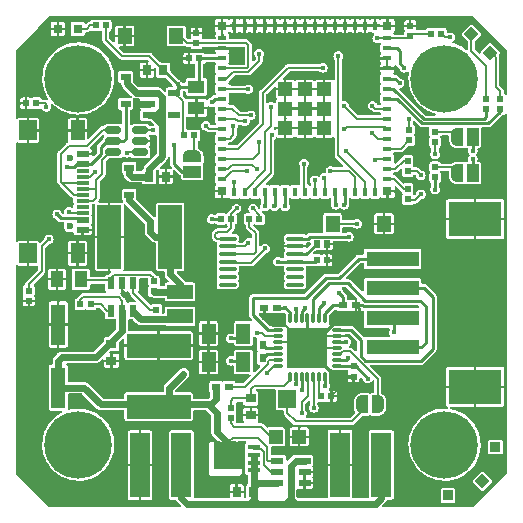
<source format=gbr>
%TF.GenerationSoftware,KiCad,Pcbnew,(6.0.7)*%
%TF.CreationDate,2025-06-09T21:53:25+08:00*%
%TF.ProjectId,ESP32-S3-MINI-1-N8_V6,45535033-322d-4533-932d-4d494e492d31,rev?*%
%TF.SameCoordinates,PX6a24da0PY78114e0*%
%TF.FileFunction,Copper,L1,Top*%
%TF.FilePolarity,Positive*%
%FSLAX46Y46*%
G04 Gerber Fmt 4.6, Leading zero omitted, Abs format (unit mm)*
G04 Created by KiCad (PCBNEW (6.0.7)) date 2025-06-09 21:53:25*
%MOMM*%
%LPD*%
G01*
G04 APERTURE LIST*
G04 Aperture macros list*
%AMRoundRect*
0 Rectangle with rounded corners*
0 $1 Rounding radius*
0 $2 $3 $4 $5 $6 $7 $8 $9 X,Y pos of 4 corners*
0 Add a 4 corners polygon primitive as box body*
4,1,4,$2,$3,$4,$5,$6,$7,$8,$9,$2,$3,0*
0 Add four circle primitives for the rounded corners*
1,1,$1+$1,$2,$3*
1,1,$1+$1,$4,$5*
1,1,$1+$1,$6,$7*
1,1,$1+$1,$8,$9*
0 Add four rect primitives between the rounded corners*
20,1,$1+$1,$2,$3,$4,$5,0*
20,1,$1+$1,$4,$5,$6,$7,0*
20,1,$1+$1,$6,$7,$8,$9,0*
20,1,$1+$1,$8,$9,$2,$3,0*%
%AMRotRect*
0 Rectangle, with rotation*
0 The origin of the aperture is its center*
0 $1 length*
0 $2 width*
0 $3 Rotation angle, in degrees counterclockwise*
0 Add horizontal line*
21,1,$1,$2,0,0,$3*%
%AMFreePoly0*
4,1,22,0.500000,-0.750000,0.000000,-0.750000,0.000000,-0.745033,-0.079941,-0.743568,-0.215256,-0.701293,-0.333266,-0.622738,-0.424486,-0.514219,-0.481581,-0.384460,-0.499164,-0.250000,-0.500000,-0.250000,-0.500000,0.250000,-0.499164,0.250000,-0.499963,0.256109,-0.478152,0.396186,-0.417904,0.524511,-0.324060,0.630769,-0.204165,0.706417,-0.067858,0.745374,0.000000,0.744959,0.000000,0.750000,
0.500000,0.750000,0.500000,-0.750000,0.500000,-0.750000,$1*%
%AMFreePoly1*
4,1,20,0.000000,0.744959,0.073905,0.744508,0.209726,0.703889,0.328688,0.626782,0.421226,0.519385,0.479903,0.390333,0.500000,0.250000,0.500000,-0.250000,0.499851,-0.262216,0.476331,-0.402017,0.414519,-0.529596,0.319384,-0.634700,0.198574,-0.708877,0.061801,-0.746166,0.000000,-0.745033,0.000000,-0.750000,-0.500000,-0.750000,-0.500000,0.750000,0.000000,0.750000,0.000000,0.744959,
0.000000,0.744959,$1*%
%AMFreePoly2*
4,1,22,0.550000,-0.750000,0.000000,-0.750000,0.000000,-0.745033,-0.079941,-0.743568,-0.215256,-0.701293,-0.333266,-0.622738,-0.424486,-0.514219,-0.481581,-0.384460,-0.499164,-0.250000,-0.500000,-0.250000,-0.500000,0.250000,-0.499164,0.250000,-0.499963,0.256109,-0.478152,0.396186,-0.417904,0.524511,-0.324060,0.630769,-0.204165,0.706417,-0.067858,0.745374,0.000000,0.744959,0.000000,0.750000,
0.550000,0.750000,0.550000,-0.750000,0.550000,-0.750000,$1*%
%AMFreePoly3*
4,1,20,0.000000,0.744959,0.073905,0.744508,0.209726,0.703889,0.328688,0.626782,0.421226,0.519385,0.479903,0.390333,0.500000,0.250000,0.500000,-0.250000,0.499851,-0.262216,0.476331,-0.402017,0.414519,-0.529596,0.319384,-0.634700,0.198574,-0.708877,0.061801,-0.746166,0.000000,-0.745033,0.000000,-0.750000,-0.550000,-0.750000,-0.550000,0.750000,0.000000,0.750000,0.000000,0.744959,
0.000000,0.744959,$1*%
%AMFreePoly4*
4,1,49,-0.724645,1.475355,-0.710000,1.440000,-0.710000,0.820000,-0.590000,0.820000,-0.590000,1.440000,-0.575355,1.475355,-0.540000,1.490000,-0.110000,1.490000,-0.074645,1.475355,-0.060000,1.440000,-0.060000,0.820000,0.060000,0.820000,0.060000,1.440000,0.074645,1.475355,0.110000,1.490000,0.540000,1.490000,0.575355,1.475355,0.590000,1.440000,0.590000,0.820000,0.710000,0.820000,
0.710000,1.440000,0.724645,1.475355,0.760000,1.490000,1.190000,1.490000,1.207643,1.482692,1.225196,1.475513,1.225243,1.475401,1.225355,1.475355,1.232668,1.457700,1.239999,1.440224,1.249999,-0.789775,1.249953,-0.789887,1.250000,-0.790000,1.242676,-0.807682,1.235513,-0.825196,1.235401,-0.825243,1.235355,-0.825355,1.217700,-0.832668,1.200224,-0.839999,1.200113,-0.839953,
1.200000,-0.840000,-1.190000,-0.840000,-1.225355,-0.825355,-1.240000,-0.790000,-1.240000,1.440000,-1.225355,1.475355,-1.190000,1.490000,-0.760000,1.490000,-0.724645,1.475355,-0.724645,1.475355,$1*%
G04 Aperture macros list end*
%TA.AperFunction,SMDPad,CuDef*%
%ADD10R,0.540000X0.600000*%
%TD*%
%TA.AperFunction,SMDPad,CuDef*%
%ADD11R,0.900000X0.800000*%
%TD*%
%TA.AperFunction,SMDPad,CuDef*%
%ADD12R,0.790000X0.540000*%
%TD*%
%TA.AperFunction,SMDPad,CuDef*%
%ADD13R,0.570000X0.540000*%
%TD*%
%TA.AperFunction,SMDPad,CuDef*%
%ADD14R,0.600000X0.540000*%
%TD*%
%TA.AperFunction,SMDPad,CuDef*%
%ADD15R,0.800000X0.900000*%
%TD*%
%TA.AperFunction,ComponentPad*%
%ADD16C,5.700000*%
%TD*%
%TA.AperFunction,SMDPad,CuDef*%
%ADD17R,0.540000X0.570000*%
%TD*%
%TA.AperFunction,SMDPad,CuDef*%
%ADD18R,1.700000X5.500000*%
%TD*%
%TA.AperFunction,SMDPad,CuDef*%
%ADD19R,1.420000X1.080000*%
%TD*%
%TA.AperFunction,SMDPad,CuDef*%
%ADD20FreePoly0,0.000000*%
%TD*%
%TA.AperFunction,SMDPad,CuDef*%
%ADD21FreePoly1,0.000000*%
%TD*%
%TA.AperFunction,SMDPad,CuDef*%
%ADD22R,0.800000X0.400000*%
%TD*%
%TA.AperFunction,SMDPad,CuDef*%
%ADD23R,0.400000X0.800000*%
%TD*%
%TA.AperFunction,SMDPad,CuDef*%
%ADD24R,0.800000X0.800000*%
%TD*%
%TA.AperFunction,SMDPad,CuDef*%
%ADD25R,1.200000X1.200000*%
%TD*%
%TA.AperFunction,SMDPad,CuDef*%
%ADD26R,2.010000X5.400000*%
%TD*%
%TA.AperFunction,SMDPad,CuDef*%
%ADD27R,1.210000X1.700000*%
%TD*%
%TA.AperFunction,SMDPad,CuDef*%
%ADD28R,0.830000X0.630000*%
%TD*%
%TA.AperFunction,SMDPad,CuDef*%
%ADD29R,1.200000X3.500000*%
%TD*%
%TA.AperFunction,SMDPad,CuDef*%
%ADD30FreePoly2,0.000000*%
%TD*%
%TA.AperFunction,SMDPad,CuDef*%
%ADD31R,1.000000X1.500000*%
%TD*%
%TA.AperFunction,SMDPad,CuDef*%
%ADD32FreePoly3,0.000000*%
%TD*%
%TA.AperFunction,SMDPad,CuDef*%
%ADD33R,1.230000X1.360000*%
%TD*%
%TA.AperFunction,SMDPad,CuDef*%
%ADD34FreePoly2,270.000000*%
%TD*%
%TA.AperFunction,SMDPad,CuDef*%
%ADD35R,1.500000X1.000000*%
%TD*%
%TA.AperFunction,SMDPad,CuDef*%
%ADD36FreePoly3,270.000000*%
%TD*%
%TA.AperFunction,SMDPad,CuDef*%
%ADD37R,4.500000X1.300000*%
%TD*%
%TA.AperFunction,SMDPad,CuDef*%
%ADD38R,4.500000X3.000000*%
%TD*%
%TA.AperFunction,ComponentPad*%
%ADD39R,0.850000X0.850000*%
%TD*%
%TA.AperFunction,SMDPad,CuDef*%
%ADD40R,1.000000X0.600000*%
%TD*%
%TA.AperFunction,ComponentPad*%
%ADD41RotRect,0.850000X0.850000X45.000000*%
%TD*%
%TA.AperFunction,SMDPad,CuDef*%
%ADD42R,1.000000X0.420000*%
%TD*%
%TA.AperFunction,SMDPad,CuDef*%
%ADD43FreePoly4,90.000000*%
%TD*%
%TA.AperFunction,ComponentPad*%
%ADD44C,0.600000*%
%TD*%
%TA.AperFunction,SMDPad,CuDef*%
%ADD45R,1.200000X1.700000*%
%TD*%
%TA.AperFunction,SMDPad,CuDef*%
%ADD46R,1.500000X1.700000*%
%TD*%
%TA.AperFunction,SMDPad,CuDef*%
%ADD47R,1.140000X0.500000*%
%TD*%
%TA.AperFunction,SMDPad,CuDef*%
%ADD48R,1.140000X0.300000*%
%TD*%
%TA.AperFunction,SMDPad,CuDef*%
%ADD49R,0.600000X0.670000*%
%TD*%
%TA.AperFunction,SMDPad,CuDef*%
%ADD50RoundRect,0.100000X-0.637500X-0.100000X0.637500X-0.100000X0.637500X0.100000X-0.637500X0.100000X0*%
%TD*%
%TA.AperFunction,SMDPad,CuDef*%
%ADD51R,2.200000X1.200000*%
%TD*%
%TA.AperFunction,SMDPad,CuDef*%
%ADD52O,0.900000X0.280000*%
%TD*%
%TA.AperFunction,SMDPad,CuDef*%
%ADD53O,0.280000X0.900000*%
%TD*%
%TA.AperFunction,SMDPad,CuDef*%
%ADD54R,3.500000X3.500000*%
%TD*%
%TA.AperFunction,SMDPad,CuDef*%
%ADD55R,5.400000X2.010000*%
%TD*%
%TA.AperFunction,SMDPad,CuDef*%
%ADD56R,0.530000X1.070000*%
%TD*%
%TA.AperFunction,SMDPad,CuDef*%
%ADD57RoundRect,0.150000X0.512500X0.150000X-0.512500X0.150000X-0.512500X-0.150000X0.512500X-0.150000X0*%
%TD*%
%TA.AperFunction,SMDPad,CuDef*%
%ADD58R,1.600000X1.500000*%
%TD*%
%TA.AperFunction,SMDPad,CuDef*%
%ADD59R,1.090000X0.530000*%
%TD*%
%TA.AperFunction,SMDPad,CuDef*%
%ADD60R,0.540000X0.790000*%
%TD*%
%TA.AperFunction,SMDPad,CuDef*%
%ADD61R,1.130000X1.380000*%
%TD*%
%TA.AperFunction,ViaPad*%
%ADD62C,0.400000*%
%TD*%
%TA.AperFunction,Conductor*%
%ADD63C,0.200000*%
%TD*%
%TA.AperFunction,Conductor*%
%ADD64C,0.280000*%
%TD*%
%TA.AperFunction,Conductor*%
%ADD65C,0.560000*%
%TD*%
%TA.AperFunction,Conductor*%
%ADD66C,0.250000*%
%TD*%
G04 APERTURE END LIST*
D10*
%TO.P,C13,1*%
%TO.N,/3V3*%
X15732000Y38200000D03*
%TO.P,C13,2*%
%TO.N,GND*%
X14868000Y38200000D03*
%TD*%
D11*
%TO.P,C3,1,1*%
%TO.N,/24V*%
X8300000Y14000000D03*
%TO.P,C3,2,2*%
%TO.N,GND*%
X8300000Y12600000D03*
%TD*%
D12*
%TO.P,C16,1,1*%
%TO.N,/24V*%
X27900000Y17290000D03*
%TO.P,C16,2,2*%
%TO.N,GND*%
X29000000Y17290000D03*
%TD*%
D13*
%TO.P,R12,1,1*%
%TO.N,/TMC_CLK*%
X26070000Y9600000D03*
%TO.P,R12,2,2*%
%TO.N,GND*%
X26930000Y9600000D03*
%TD*%
D14*
%TO.P,C5,1*%
%TO.N,/SW*%
X12100000Y16068000D03*
%TO.P,C5,2*%
%TO.N,/BST*%
X12100000Y16932000D03*
%TD*%
D15*
%TO.P,C7,1,1*%
%TO.N,/3V3*%
X12700000Y37200000D03*
%TO.P,C7,2,2*%
%TO.N,GND*%
X11300000Y37200000D03*
%TD*%
D14*
%TO.P,R1,1*%
%TO.N,Net-(R1-Pad1)*%
X1300000Y18532000D03*
%TO.P,R1,2*%
%TO.N,GND*%
X1300000Y17668000D03*
%TD*%
%TO.P,C14,1*%
%TO.N,/3V3*%
X28800000Y12132000D03*
%TO.P,C14,2*%
%TO.N,GND*%
X28800000Y11268000D03*
%TD*%
D16*
%TO.P,REF\u002A\u002A,1*%
%TO.N,N/C*%
X36500000Y36500000D03*
%TD*%
D13*
%TO.P,R5,1,1*%
%TO.N,/5V*%
X17570000Y24600000D03*
%TO.P,R5,2,2*%
%TO.N,/CS*%
X18430000Y24600000D03*
%TD*%
D11*
%TO.P,C11,1,1*%
%TO.N,/TMC_5V*%
X20100000Y9407500D03*
%TO.P,C11,2,2*%
%TO.N,GND*%
X20100000Y8007500D03*
%TD*%
D17*
%TO.P,R10,1,1*%
%TO.N,/TMC_5V*%
X18400000Y8630000D03*
%TO.P,R10,2,2*%
%TO.N,Net-(R10-Pad2)*%
X18400000Y7770000D03*
%TD*%
D18*
%TO.P,U1,1,1*%
%TO.N,/24V_raw*%
X14225000Y3755000D03*
%TO.P,U1,2,2*%
%TO.N,GND*%
X10725000Y3755000D03*
%TD*%
D10*
%TO.P,C6,1*%
%TO.N,/5V*%
X25668000Y21100000D03*
%TO.P,C6,2*%
%TO.N,GND*%
X26532000Y21100000D03*
%TD*%
D19*
%TO.P,C12,1*%
%TO.N,/3V3*%
X15500000Y35795000D03*
%TO.P,C12,2*%
%TO.N,GND*%
X15500000Y34005000D03*
%TD*%
D16*
%TO.P,REF\u002A\u002A,1*%
%TO.N,N/C*%
X36500000Y5500000D03*
%TD*%
D20*
%TO.P,JP1,1,A*%
%TO.N,Net-(JP1-Pad1)*%
X29550000Y8900000D03*
D21*
%TO.P,JP1,2,B*%
%TO.N,/VREF*%
X30850000Y8900000D03*
%TD*%
D22*
%TO.P,U10,1,GND*%
%TO.N,GND*%
X17690000Y39900000D03*
%TO.P,U10,2,GND*%
X17690000Y39050000D03*
%TO.P,U10,3,3V3*%
%TO.N,/3V3*%
X17690000Y38200000D03*
%TO.P,U10,4,IO0*%
%TO.N,/GPIO0*%
X17690000Y37350000D03*
%TO.P,U10,5,IO1*%
%TO.N,/GPIO1*%
X17690000Y36500000D03*
%TO.P,U10,6,IO2*%
%TO.N,/GPIO2*%
X17690000Y35650000D03*
%TO.P,U10,7,IO3*%
%TO.N,/GPIO3*%
X17690000Y34800000D03*
%TO.P,U10,8,IO4*%
%TO.N,/GPIO4*%
X17690000Y33950000D03*
%TO.P,U10,9,IO5*%
%TO.N,/GPIO5*%
X17690000Y33100000D03*
%TO.P,U10,10,IO6*%
%TO.N,/GPIO6*%
X17690000Y32250000D03*
%TO.P,U10,11,IO7*%
%TO.N,/GPIO7*%
X17690000Y31400000D03*
%TO.P,U10,12,IO8*%
%TO.N,/GPIO8*%
X17690000Y30550000D03*
%TO.P,U10,13,IO9*%
%TO.N,/GPIO9*%
X17690000Y29700000D03*
%TO.P,U10,14,IO10*%
%TO.N,/TMC_EN*%
X17690000Y28850000D03*
%TO.P,U10,15,IO11*%
%TO.N,/Spread*%
X17690000Y28000000D03*
D23*
%TO.P,U10,16,IO12*%
%TO.N,/GPIO12*%
X18720000Y26920000D03*
%TO.P,U10,17,IO13*%
%TO.N,/GPIO13*%
X19570000Y26920000D03*
%TO.P,U10,18,IO14*%
%TO.N,/GPIO14*%
X20420000Y26920000D03*
%TO.P,U10,19,IO15*%
%TO.N,/MS1*%
X21270000Y26920000D03*
%TO.P,U10,20,IO16*%
%TO.N,/MS2*%
X22120000Y26920000D03*
%TO.P,U10,21,IO17*%
%TO.N,/TXD1*%
X22970000Y26920000D03*
%TO.P,U10,22,IO18*%
%TO.N,/GPIO18*%
X23820000Y26920000D03*
%TO.P,U10,23,IO19*%
%TO.N,/MCU_USB_D_N*%
X24670000Y26920000D03*
%TO.P,U10,24,IO20*%
%TO.N,/MCU_USB_D_P*%
X25520000Y26920000D03*
%TO.P,U10,25,IO21*%
%TO.N,/GPIO21*%
X26370000Y26920000D03*
%TO.P,U10,26,IO26*%
%TO.N,/DIR*%
X27220000Y26920000D03*
%TO.P,U10,27,IO47*%
%TO.N,/STP*%
X28070000Y26920000D03*
%TO.P,U10,28,IO33*%
%TO.N,/GPIO33*%
X28920000Y26920000D03*
%TO.P,U10,29,IO34*%
%TO.N,/GPIO34*%
X29770000Y26920000D03*
%TO.P,U10,30,IO48*%
%TO.N,/GPIO48*%
X30620000Y26920000D03*
D22*
%TO.P,U10,31,IO35*%
%TO.N,Net-(R18-Pad1)*%
X31650000Y28000000D03*
%TO.P,U10,32,IO36*%
%TO.N,Net-(R17-Pad1)*%
X31650000Y28850000D03*
%TO.P,U10,33,IO37*%
%TO.N,/MISO*%
X31650000Y29700000D03*
%TO.P,U10,34,IO38*%
%TO.N,Net-(R16-Pad1)*%
X31650000Y30550000D03*
%TO.P,U10,35,IO39*%
%TO.N,/GPIO39*%
X31650000Y31400000D03*
%TO.P,U10,36,IO40*%
%TO.N,/GPIO40*%
X31650000Y32250000D03*
%TO.P,U10,37,IO41*%
%TO.N,/GPIO41*%
X31650000Y33100000D03*
%TO.P,U10,38,IO42*%
%TO.N,/GPIO42*%
X31650000Y33950000D03*
%TO.P,U10,39,TXD0*%
%TO.N,/TXD0*%
X31650000Y34800000D03*
%TO.P,U10,40,RXD0*%
%TO.N,/RXD0*%
X31650000Y35650000D03*
%TO.P,U10,41,IO45*%
%TO.N,/GPIO45*%
X31650000Y36500000D03*
%TO.P,U10,42,GND*%
%TO.N,GND*%
X31650000Y37350000D03*
%TO.P,U10,43,GND*%
X31650000Y38200000D03*
%TO.P,U10,44,IO46*%
%TO.N,/GPIO46*%
X31650000Y39050000D03*
%TO.P,U10,45,EN*%
%TO.N,/ESP32_EN*%
X31650000Y39900000D03*
D23*
%TO.P,U10,46,GND*%
%TO.N,GND*%
X30620000Y40980000D03*
%TO.P,U10,47,GND*%
X29770000Y40980000D03*
%TO.P,U10,48,GND*%
X28920000Y40980000D03*
%TO.P,U10,49,GND*%
X28070000Y40980000D03*
%TO.P,U10,50,GND*%
X27220000Y40980000D03*
%TO.P,U10,51,GND*%
X26370000Y40980000D03*
%TO.P,U10,52,GND*%
X25520000Y40980000D03*
%TO.P,U10,53,GND*%
X24670000Y40980000D03*
%TO.P,U10,54,GND*%
X23820000Y40980000D03*
%TO.P,U10,55,GND*%
X22970000Y40980000D03*
%TO.P,U10,56,GND*%
X22120000Y40980000D03*
%TO.P,U10,57,GND*%
X21270000Y40980000D03*
%TO.P,U10,58,GND*%
X20420000Y40980000D03*
%TO.P,U10,59,GND*%
X19570000Y40980000D03*
%TO.P,U10,60,GND*%
X18720000Y40980000D03*
D24*
%TO.P,U10,GND,GND*%
X17670000Y26950000D03*
X31670000Y26950000D03*
D25*
X24670000Y32300000D03*
X26320000Y33950000D03*
X26320000Y35600000D03*
D24*
X31670000Y40950000D03*
D25*
X23020000Y32300000D03*
D24*
X17670000Y40950000D03*
D25*
X23020000Y35600000D03*
X24670000Y33950000D03*
X23020000Y33950000D03*
X26320000Y32300000D03*
X24670000Y35600000D03*
%TD*%
D26*
%TO.P,C9,1,1*%
%TO.N,/5V_reg*%
X13280000Y23100000D03*
%TO.P,C9,2,2*%
%TO.N,GND*%
X8120000Y23100000D03*
%TD*%
D13*
%TO.P,R22,1,1*%
%TO.N,/3V3*%
X14470000Y31700000D03*
%TO.P,R22,2,2*%
%TO.N,Net-(JP2-Pad1)*%
X15330000Y31700000D03*
%TD*%
%TO.P,R9,1,1*%
%TO.N,/3V3*%
X7830000Y41000000D03*
%TO.P,R9,2,2*%
%TO.N,Net-(R9-Pad2)*%
X6970000Y41000000D03*
%TD*%
D27*
%TO.P,R2,1,1*%
%TO.N,/BRB*%
X19480000Y12500000D03*
%TO.P,R2,2,2*%
%TO.N,GND*%
X16520000Y12500000D03*
%TD*%
D15*
%TO.P,C2,1,1*%
%TO.N,/5V*%
X11500000Y28200000D03*
%TO.P,C2,2,2*%
%TO.N,GND*%
X12900000Y28200000D03*
%TD*%
D17*
%TO.P,R14,1,1*%
%TO.N,/TXD0*%
X41200000Y33900000D03*
%TO.P,R14,2,2*%
%TO.N,/UART0_TX*%
X41200000Y34760000D03*
%TD*%
D16*
%TO.P,REF\u002A\u002A,1*%
%TO.N,N/C*%
X5500000Y5500000D03*
%TD*%
D28*
%TO.P,D2,A*%
%TO.N,/5V_USB*%
X9500000Y34350000D03*
%TO.P,D2,C*%
%TO.N,/5V*%
X9500000Y36650000D03*
%TD*%
D29*
%TO.P,C18,1,1*%
%TO.N,/24V*%
X3800000Y10330000D03*
%TO.P,C18,2,2*%
%TO.N,GND*%
X3800000Y15670000D03*
%TD*%
D17*
%TO.P,R7,1,1*%
%TO.N,/5V_reg*%
X11900000Y18470000D03*
%TO.P,R7,2,2*%
%TO.N,/FB*%
X11900000Y19330000D03*
%TD*%
D30*
%TO.P,JP4,1,A*%
%TO.N,Net-(JP4-Pad1)*%
X37600000Y31557500D03*
D31*
%TO.P,JP4,2,C*%
%TO.N,/GPIO46*%
X38900000Y31557500D03*
D32*
%TO.P,JP4,3,B*%
%TO.N,GND*%
X40200000Y31557500D03*
%TD*%
D13*
%TO.P,R19,1,1*%
%TO.N,/3V3*%
X36230000Y40300000D03*
%TO.P,R19,2,2*%
%TO.N,/ESP32_EN*%
X35370000Y40300000D03*
%TD*%
D33*
%TO.P,SW2,1,1*%
%TO.N,/GPIO0*%
X13780000Y40100000D03*
%TO.P,SW2,2,2*%
%TO.N,GND*%
X9420000Y40100000D03*
%TD*%
D34*
%TO.P,JP2,1,A*%
%TO.N,Net-(JP2-Pad1)*%
X15142500Y29900000D03*
D35*
%TO.P,JP2,2,C*%
%TO.N,/GPIO3*%
X15142500Y28600000D03*
D36*
%TO.P,JP2,3,B*%
%TO.N,GND*%
X15142500Y27300000D03*
%TD*%
D24*
%TO.P,U12,1,A*%
%TO.N,Net-(R9-Pad2)*%
X5450000Y40700000D03*
%TO.P,U12,2,K*%
%TO.N,GND*%
X3750000Y40700000D03*
%TD*%
D37*
%TO.P,U11,1,1*%
%TO.N,/M11*%
X32100000Y13750000D03*
%TO.P,U11,2,2*%
%TO.N,/M13*%
X32100000Y16250000D03*
%TO.P,U11,3,3*%
%TO.N,/M12*%
X32100000Y18750000D03*
%TO.P,U11,4,4*%
%TO.N,/M14*%
X32100000Y21250000D03*
D38*
%TO.P,U11,5,5*%
%TO.N,GND*%
X39100000Y24600000D03*
%TO.P,U11,6,6*%
X39100000Y10400000D03*
%TD*%
D15*
%TO.P,C8,1,1*%
%TO.N,/24V_raw*%
X20300000Y1500000D03*
%TO.P,C8,2,2*%
%TO.N,GND*%
X18900000Y1500000D03*
%TD*%
D39*
%TO.P,J3,1,Pin_1*%
%TO.N,/INDEX*%
X40800000Y5300000D03*
%TD*%
D40*
%TO.P,U5,1,IN*%
%TO.N,/5V*%
X11440000Y35290000D03*
%TO.P,U5,2,GND*%
%TO.N,GND*%
X11440000Y34340000D03*
%TO.P,U5,3,EN*%
%TO.N,/5V*%
X11440000Y33390000D03*
%TO.P,U5,4,NC*%
%TO.N,unconnected-(U5-Pad4)*%
X13640000Y33390000D03*
%TO.P,U5,5,OUT*%
%TO.N,/3V3*%
X13640000Y35290000D03*
%TD*%
D41*
%TO.P,J4,1,Pin_1*%
%TO.N,/DIAG*%
X39700000Y2400000D03*
%TD*%
D13*
%TO.P,R4,1,1*%
%TO.N,Net-(R4-Pad1)*%
X19970000Y24600000D03*
%TO.P,R4,2,2*%
%TO.N,/MISO*%
X20830000Y24600000D03*
%TD*%
D10*
%TO.P,R13,1*%
%TO.N,Net-(R13-Pad1)*%
X1932000Y34400000D03*
%TO.P,R13,2*%
%TO.N,GND*%
X1068000Y34400000D03*
%TD*%
D12*
%TO.P,C17,1,1*%
%TO.N,/24V*%
X22350000Y17100000D03*
%TO.P,C17,2,2*%
%TO.N,GND*%
X21250000Y17100000D03*
%TD*%
D13*
%TO.P,R6,1,1*%
%TO.N,/24V*%
X5670000Y17400000D03*
%TO.P,R6,2,2*%
%TO.N,/EN*%
X6530000Y17400000D03*
%TD*%
D14*
%TO.P,C20,1*%
%TO.N,/GPIO0*%
X15500000Y39468000D03*
%TO.P,C20,2*%
%TO.N,GND*%
X15500000Y40332000D03*
%TD*%
D42*
%TO.P,U7,1,S*%
%TO.N,/24V_raw*%
X20330000Y3330000D03*
%TO.P,U7,2,S*%
X20330000Y3980000D03*
%TO.P,U7,3,S*%
X20330000Y4620000D03*
%TO.P,U7,4,G*%
%TO.N,Net-(U7-Pad4)*%
X20330000Y5270000D03*
D43*
%TO.P,U7,5,D*%
%TO.N,/24V*%
X18270000Y4300000D03*
%TD*%
D17*
%TO.P,R24,1,1*%
%TO.N,/3V3*%
X35700000Y31127500D03*
%TO.P,R24,2,2*%
%TO.N,Net-(JP4-Pad1)*%
X35700000Y31987500D03*
%TD*%
D44*
%TO.P,USB1,*%
%TO.N,*%
X4767500Y29790000D03*
X4767500Y24010000D03*
D45*
%TO.P,USB1,0,EH*%
%TO.N,GND*%
X5437500Y32100000D03*
D46*
X1237500Y32100000D03*
D45*
X5437500Y21700000D03*
D46*
X1237500Y21700000D03*
D47*
%TO.P,USB1,A1,GND*%
X5857500Y30100000D03*
%TO.P,USB1,A4,VBUS*%
%TO.N,/5V_USB*%
X5857500Y29300000D03*
D48*
%TO.P,USB1,A5,CC1*%
%TO.N,Net-(R13-Pad1)*%
X5857500Y28150000D03*
%TO.P,USB1,A6,DP1*%
%TO.N,/USB_D_P*%
X5857500Y27150000D03*
%TO.P,USB1,A7,DN1*%
%TO.N,/USB_D_N*%
X5857500Y26650000D03*
%TO.P,USB1,A8,SBU1*%
%TO.N,unconnected-(USB1-PadA8)*%
X5857500Y25650000D03*
D47*
%TO.P,USB1,A9,VBUS*%
%TO.N,/5V_USB*%
X5857500Y24500000D03*
%TO.P,USB1,A12,GND*%
%TO.N,GND*%
X5857500Y23700000D03*
D48*
%TO.P,USB1,B5,CC2*%
%TO.N,Net-(R1-Pad1)*%
X5857500Y25150000D03*
%TO.P,USB1,B6,DP2*%
%TO.N,/USB_D_P*%
X5857500Y26150000D03*
%TO.P,USB1,B7,DN2*%
%TO.N,/USB_D_N*%
X5857500Y27650000D03*
%TO.P,USB1,B8,SBU2*%
%TO.N,unconnected-(USB1-PadB8)*%
X5857500Y28650000D03*
%TD*%
D39*
%TO.P,J1,1,Pin_1*%
%TO.N,Net-(J1-Pad1)*%
X36800000Y1200000D03*
%TD*%
D18*
%TO.P,U2,1,1*%
%TO.N,/24V_raw*%
X31150000Y3800000D03*
%TO.P,U2,2,2*%
%TO.N,GND*%
X27650000Y3800000D03*
%TD*%
D17*
%TO.P,R16,1,1*%
%TO.N,Net-(R16-Pad1)*%
X33500000Y31270000D03*
%TO.P,R16,2,2*%
%TO.N,/CS*%
X33500000Y32130000D03*
%TD*%
D28*
%TO.P,D3,A*%
%TO.N,/5V_reg*%
X9800000Y26650000D03*
%TO.P,D3,C*%
%TO.N,/5V*%
X9800000Y28950000D03*
%TD*%
D41*
%TO.P,J2,1,Pin_1*%
%TO.N,/UART0_TX*%
X40370000Y38700000D03*
%TD*%
D49*
%TO.P,C4,1*%
%TO.N,GND*%
X26537000Y22500000D03*
%TO.P,C4,2*%
%TO.N,Net-(C4-Pad2)*%
X25663000Y22500000D03*
%TD*%
D41*
%TO.P,J5,1,Pin_1*%
%TO.N,/UART0_RX*%
X38780000Y40260000D03*
%TD*%
D50*
%TO.P,U6,1,~{CSn}*%
%TO.N,/CS*%
X18137500Y22950000D03*
%TO.P,U6,2,CLK*%
%TO.N,/SCLK*%
X18137500Y22300000D03*
%TO.P,U6,3,MISO*%
%TO.N,Net-(R4-Pad1)*%
X18137500Y21650000D03*
%TO.P,U6,4,MOSI*%
%TO.N,/MOSI*%
X18137500Y21000000D03*
%TO.P,U6,5,TEST*%
%TO.N,unconnected-(U6-Pad5)*%
X18137500Y20350000D03*
%TO.P,U6,6,TEST*%
%TO.N,unconnected-(U6-Pad6)*%
X18137500Y19700000D03*
%TO.P,U6,7,TEST*%
%TO.N,unconnected-(U6-Pad7)*%
X18137500Y19050000D03*
%TO.P,U6,8,TEST*%
%TO.N,unconnected-(U6-Pad8)*%
X23862500Y19050000D03*
%TO.P,U6,9,TEST*%
%TO.N,unconnected-(U6-Pad9)*%
X23862500Y19700000D03*
%TO.P,U6,10,TEST*%
%TO.N,unconnected-(U6-Pad10)*%
X23862500Y20350000D03*
%TO.P,U6,11,VDD5V*%
%TO.N,/5V*%
X23862500Y21000000D03*
%TO.P,U6,12,VDD3V*%
%TO.N,Net-(C4-Pad2)*%
X23862500Y21650000D03*
%TO.P,U6,13,GND*%
%TO.N,GND*%
X23862500Y22300000D03*
%TO.P,U6,14,PWM*%
%TO.N,Net-(J1-Pad1)*%
X23862500Y22950000D03*
%TD*%
D51*
%TO.P,L1,1,1*%
%TO.N,/SW*%
X14100000Y16370000D03*
%TO.P,L1,2,2*%
%TO.N,/5V_reg*%
X14100000Y18430000D03*
%TD*%
D52*
%TO.P,U9,1,OB2*%
%TO.N,/M14*%
X22400000Y15200000D03*
%TO.P,U9,2,ENN*%
%TO.N,/TMC_EN*%
X22400000Y14700000D03*
%TO.P,U9,3,GND*%
%TO.N,GND*%
X22400000Y14200000D03*
%TO.P,U9,4,CPO*%
%TO.N,/CP0*%
X22400000Y13700000D03*
%TO.P,U9,5,CPI*%
%TO.N,/CP1*%
X22400000Y13200000D03*
%TO.P,U9,6,VCP*%
%TO.N,/VCP*%
X22400000Y12700000D03*
%TO.P,U9,7,SPREAD*%
%TO.N,/Spread*%
X22400000Y12200000D03*
D53*
%TO.P,U9,8,5VOUT*%
%TO.N,/TMC_5V*%
X23400000Y11200000D03*
%TO.P,U9,9,MS1_AD0*%
%TO.N,/MS1*%
X23900000Y11200000D03*
%TO.P,U9,10,MS2_AD1*%
%TO.N,/MS2*%
X24400000Y11200000D03*
%TO.P,U9,11,DIAG*%
%TO.N,/DIAG*%
X24900000Y11200000D03*
%TO.P,U9,12,INDEX*%
%TO.N,/INDEX*%
X25400000Y11200000D03*
%TO.P,U9,13,CLK*%
%TO.N,/TMC_CLK*%
X25900000Y11200000D03*
%TO.P,U9,14,PDN_UART*%
%TO.N,/TXD1*%
X26400000Y11200000D03*
D52*
%TO.P,U9,15,VCC_IO*%
%TO.N,/3V3*%
X27400000Y12200000D03*
%TO.P,U9,16,STEP*%
%TO.N,/STP*%
X27400000Y12700000D03*
%TO.P,U9,17,VREF*%
%TO.N,/VREF*%
X27400000Y13200000D03*
%TO.P,U9,18,GND*%
%TO.N,GND*%
X27400000Y13700000D03*
%TO.P,U9,19,DIR*%
%TO.N,/DIR*%
X27400000Y14200000D03*
%TO.P,U9,20,STDBY*%
%TO.N,GND*%
X27400000Y14700000D03*
%TO.P,U9,21,OA2*%
%TO.N,/M12*%
X27400000Y15200000D03*
D53*
%TO.P,U9,22,VS*%
%TO.N,/24V*%
X26400000Y16200000D03*
%TO.P,U9,23,BRA*%
%TO.N,/BRA*%
X25900000Y16200000D03*
%TO.P,U9,24,OA1*%
%TO.N,/M11*%
X25400000Y16200000D03*
%TO.P,U9,25,UNUSED*%
%TO.N,GND*%
X24900000Y16200000D03*
%TO.P,U9,26,OB1*%
%TO.N,/M13*%
X24400000Y16200000D03*
%TO.P,U9,27,BRB*%
%TO.N,/BRB*%
X23900000Y16200000D03*
%TO.P,U9,28,VS*%
%TO.N,/24V*%
X23400000Y16200000D03*
D54*
%TO.P,U9,29,EP*%
%TO.N,GND*%
X24900000Y13700000D03*
%TD*%
D55*
%TO.P,C1,1,1*%
%TO.N,/24V*%
X12300000Y8720000D03*
%TO.P,C1,2,2*%
%TO.N,GND*%
X12300000Y13880000D03*
%TD*%
D17*
%TO.P,R15,1,1*%
%TO.N,/RXD0*%
X40000000Y33900000D03*
%TO.P,R15,2,2*%
%TO.N,/UART0_RX*%
X40000000Y34760000D03*
%TD*%
D33*
%TO.P,SW1,1,1*%
%TO.N,/ESP32_EN*%
X27020000Y24200000D03*
%TO.P,SW1,2,2*%
%TO.N,GND*%
X31380000Y24200000D03*
%TD*%
D12*
%TO.P,C15,1,1*%
%TO.N,/24V*%
X17150000Y10400000D03*
%TO.P,C15,2,2*%
%TO.N,/VCP*%
X18250000Y10400000D03*
%TD*%
D17*
%TO.P,R23,1,1*%
%TO.N,/3V3*%
X35700000Y28127500D03*
%TO.P,R23,2,2*%
%TO.N,Net-(JP3-Pad1)*%
X35700000Y28987500D03*
%TD*%
D14*
%TO.P,C19,1*%
%TO.N,/ESP32_EN*%
X33600000Y40100000D03*
%TO.P,C19,2*%
%TO.N,GND*%
X33600000Y40964000D03*
%TD*%
D30*
%TO.P,JP3,1,A*%
%TO.N,Net-(JP3-Pad1)*%
X37600000Y28500000D03*
D31*
%TO.P,JP3,2,C*%
%TO.N,/GPIO45*%
X38900000Y28500000D03*
D32*
%TO.P,JP3,3,B*%
%TO.N,GND*%
X40200000Y28500000D03*
%TD*%
D56*
%TO.P,U4,1,BST*%
%TO.N,/BST*%
X10150000Y19150000D03*
%TO.P,U4,2,GND*%
%TO.N,GND*%
X9200000Y19150000D03*
%TO.P,U4,3,FB*%
%TO.N,/FB*%
X8250000Y19150000D03*
%TO.P,U4,4,EN*%
%TO.N,/EN*%
X8250000Y16850000D03*
%TO.P,U4,5,VIN*%
%TO.N,/24V*%
X9200000Y16850000D03*
%TO.P,U4,6,SW*%
%TO.N,/SW*%
X10150000Y16850000D03*
%TD*%
D17*
%TO.P,R17,1,1*%
%TO.N,Net-(R17-Pad1)*%
X33400000Y29530000D03*
%TO.P,R17,2,2*%
%TO.N,/SCLK*%
X33400000Y28670000D03*
%TD*%
D27*
%TO.P,R3,1,1*%
%TO.N,/BRA*%
X19480000Y14900000D03*
%TO.P,R3,2,2*%
%TO.N,GND*%
X16520000Y14900000D03*
%TD*%
D57*
%TO.P,U3,1,I/O1*%
%TO.N,/MCU_USB_D_P*%
X10737500Y30250000D03*
%TO.P,U3,2,GND*%
%TO.N,GND*%
X10737500Y31200000D03*
%TO.P,U3,3,I/O2*%
%TO.N,/MCU_USB_D_N*%
X10737500Y32150000D03*
%TO.P,U3,4,I/O2*%
%TO.N,/USB_D_N*%
X8462500Y32150000D03*
%TO.P,U3,5,VBUS*%
%TO.N,/5V_USB*%
X8462500Y31200000D03*
%TO.P,U3,6,I/O1*%
%TO.N,/USB_D_P*%
X8462500Y30250000D03*
%TD*%
D17*
%TO.P,R18,1,1*%
%TO.N,Net-(R18-Pad1)*%
X33400000Y27130000D03*
%TO.P,R18,2,2*%
%TO.N,/MOSI*%
X33400000Y26270000D03*
%TD*%
D25*
%TO.P,R11,1*%
%TO.N,Net-(R10-Pad2)*%
X22200000Y6155335D03*
D58*
%TO.P,R11,2*%
%TO.N,Net-(JP1-Pad1)*%
X23200000Y9405335D03*
D25*
%TO.P,R11,3*%
%TO.N,GND*%
X24200000Y6155335D03*
%TD*%
D59*
%TO.P,U8,1,NC*%
%TO.N,GND*%
X24650000Y2250000D03*
%TO.P,U8,2,GND*%
X24650000Y3200000D03*
%TO.P,U8,3,EN*%
%TO.N,/24V_raw*%
X24650000Y4150000D03*
%TO.P,U8,4,D*%
%TO.N,/24V*%
X22350000Y4150000D03*
%TO.P,U8,5,G*%
%TO.N,Net-(U7-Pad4)*%
X22350000Y3200000D03*
%TO.P,U8,6,S*%
%TO.N,/24V_raw*%
X22350000Y2250000D03*
%TD*%
D16*
%TO.P,REF\u002A\u002A,1*%
%TO.N,N/C*%
X5500000Y36500000D03*
%TD*%
D60*
%TO.P,C10,1,1*%
%TO.N,/CP0*%
X21100000Y13950000D03*
%TO.P,C10,2,2*%
%TO.N,/CP1*%
X21100000Y12850000D03*
%TD*%
D61*
%TO.P,R8,1,1*%
%TO.N,/FB*%
X5700000Y19500000D03*
%TO.P,R8,2,2*%
%TO.N,GND*%
X3700000Y19500000D03*
%TD*%
D62*
%TO.N,GND*%
X24660000Y30830000D03*
X27700000Y10800000D03*
X21250000Y16250000D03*
X10500000Y34300000D03*
X9600000Y18200000D03*
X6900000Y30700000D03*
X29210000Y16190000D03*
%TO.N,/24V*%
X23000000Y17100000D03*
X14400000Y11500000D03*
X27550000Y18340000D03*
X13900000Y11000000D03*
%TO.N,/3V3*%
X35700000Y27100000D03*
X35700000Y30100000D03*
X30000000Y11100000D03*
X13900000Y36000000D03*
X37000000Y40000000D03*
%TO.N,/5V*%
X22400000Y21000000D03*
X12400000Y29700000D03*
X16800000Y24600000D03*
%TO.N,/ESP32_EN*%
X30800000Y39900000D03*
X29100000Y24200000D03*
%TO.N,Net-(J1-Pad1)*%
X28400000Y23100000D03*
%TO.N,/INDEX*%
X25440000Y8620000D03*
%TO.N,/DIAG*%
X24430000Y8140000D03*
%TO.N,/5V_USB*%
X3700000Y25000000D03*
X4500000Y29000000D03*
%TO.N,/GPIO3*%
X16800000Y34500000D03*
X13600000Y30900000D03*
%TO.N,/GPIO45*%
X32700000Y36100000D03*
X38900000Y29700000D03*
%TO.N,/GPIO46*%
X33100000Y37400000D03*
X38900000Y30400000D03*
%TO.N,Net-(R1-Pad1)*%
X3000000Y22900000D03*
X4700000Y25200000D03*
%TO.N,/MISO*%
X20300000Y25500000D03*
X30600000Y29600000D03*
%TO.N,/CS*%
X33500000Y33100000D03*
X18900000Y25500000D03*
%TO.N,/M13*%
X24700000Y17100000D03*
X32200000Y15000000D03*
%TO.N,/BRB*%
X23900000Y17000000D03*
X18400000Y12600000D03*
%TO.N,/BRA*%
X18412604Y14500000D03*
X26280000Y17480000D03*
%TO.N,/SCLK*%
X19900000Y22600000D03*
X34500000Y28300000D03*
%TO.N,/MOSI*%
X21302421Y22112579D03*
X34502421Y26712579D03*
%TO.N,/MCU_USB_D_P*%
X25500000Y27900000D03*
X9600000Y30200000D03*
%TO.N,/MCU_USB_D_N*%
X11800000Y32100000D03*
X24600000Y29300000D03*
%TO.N,/DIR*%
X27300000Y25800000D03*
X28200000Y14200000D03*
%TO.N,/STP*%
X28300000Y12800000D03*
X28000000Y25800000D03*
%TO.N,/GPIO1*%
X20800000Y38600000D03*
%TO.N,/GPIO2*%
X19900000Y35600000D03*
%TO.N,/GPIO4*%
X20100000Y33400000D03*
%TO.N,/GPIO5*%
X19600000Y32900000D03*
%TO.N,/GPIO12*%
X18700000Y27700000D03*
%TO.N,/GPIO13*%
X21800000Y34100000D03*
%TO.N,/GPIO14*%
X21900000Y31700000D03*
%TO.N,/GPIO6*%
X16300000Y32500000D03*
%TO.N,/GPIO7*%
X18600000Y32500000D03*
%TO.N,/GPIO21*%
X26300000Y28100000D03*
%TO.N,/GPIO48*%
X28200000Y30360000D03*
%TO.N,/GPIO8*%
X26200000Y37400000D03*
%TO.N,/GPIO42*%
X30400000Y34200000D03*
%TO.N,/GPIO41*%
X28000000Y34200000D03*
%TO.N,/GPIO40*%
X28000000Y32200000D03*
%TO.N,/GPIO39*%
X30400000Y31900000D03*
%TO.N,/GPIO34*%
X27500000Y38400000D03*
%TO.N,/GPIO33*%
X26840000Y28710000D03*
%TO.N,/GPIO9*%
X20800000Y31100000D03*
%TO.N,/TXD1*%
X26400000Y10500000D03*
X23000000Y25700000D03*
%TO.N,/MS2*%
X24400000Y10100000D03*
X22100000Y25700000D03*
%TO.N,/MS1*%
X21300000Y25700000D03*
X23900000Y10600000D03*
%TO.N,/Spread*%
X21500000Y11600000D03*
X19800000Y28700000D03*
%TO.N,/TMC_EN*%
X20600000Y28800000D03*
X20650000Y14960000D03*
%TO.N,Net-(R13-Pad1)*%
X6900000Y28600000D03*
X2800000Y34100000D03*
%TD*%
D63*
%TO.N,GND*%
X24670000Y30840000D02*
X24660000Y30830000D01*
X24670000Y32300000D02*
X24670000Y30840000D01*
X29210000Y16190000D02*
X29200000Y16180000D01*
X21970000Y15530000D02*
X23070000Y15530000D01*
X21250000Y17100000D02*
X21250000Y16250000D01*
D64*
X29300000Y16280000D02*
X29210000Y16190000D01*
D65*
X11440000Y34340000D02*
X10540000Y34340000D01*
D63*
X22400000Y14200000D02*
X24400000Y14200000D01*
X27400000Y14700000D02*
X25900000Y14700000D01*
D66*
X28800000Y11268000D02*
X27668000Y11268000D01*
D63*
X29200000Y16180000D02*
X29190000Y16180000D01*
X9200000Y19150000D02*
X9200000Y18600000D01*
D64*
X29300000Y16990000D02*
X29300000Y16280000D01*
D63*
X23070000Y15530000D02*
X24900000Y13700000D01*
X27400000Y13700000D02*
X24900000Y13700000D01*
D66*
X27332000Y11268000D02*
X24900000Y13700000D01*
D63*
X25900000Y14700000D02*
X24900000Y13700000D01*
X5857500Y30100000D02*
X6600000Y30100000D01*
X26930000Y9600000D02*
X27700000Y10370000D01*
X24400000Y14200000D02*
X24900000Y13700000D01*
X21250000Y16250000D02*
X21970000Y15530000D01*
D64*
X27505000Y16180000D02*
X25025000Y13700000D01*
D63*
X25025000Y13700000D02*
X24900000Y13700000D01*
X6600000Y30100000D02*
X6900000Y30400000D01*
D66*
X27668000Y11268000D02*
X27332000Y11268000D01*
D65*
X10540000Y34340000D02*
X10500000Y34300000D01*
D63*
X6900000Y30400000D02*
X6900000Y30700000D01*
D64*
X29190000Y16180000D02*
X27505000Y16180000D01*
D63*
X9200000Y18600000D02*
X9600000Y18200000D01*
X27700000Y10800000D02*
X27700000Y11236000D01*
X27700000Y11236000D02*
X27668000Y11268000D01*
D64*
X29000000Y17290000D02*
X29300000Y16990000D01*
D63*
X27700000Y10370000D02*
X27700000Y10800000D01*
%TO.N,/24V*%
X5670000Y17770000D02*
X5670000Y17400000D01*
X5270000Y12930000D02*
X5300000Y12900000D01*
X5900000Y18000000D02*
X5670000Y17770000D01*
X18270000Y5770000D02*
X18270000Y4200000D01*
D64*
X27900000Y17290000D02*
X27050000Y17290000D01*
D65*
X17150000Y9350000D02*
X16710000Y8910000D01*
X3800000Y12600000D02*
X4100000Y12900000D01*
X17200000Y8200000D02*
X17200000Y6600000D01*
D63*
X21500000Y4200000D02*
X21500000Y5300000D01*
D64*
X26400000Y16640000D02*
X26400000Y16200000D01*
X23400000Y16700000D02*
X23000000Y17100000D01*
D65*
X5970000Y10330000D02*
X3800000Y10330000D01*
X13900000Y11000000D02*
X14400000Y11500000D01*
X9600000Y8900000D02*
X7400000Y8900000D01*
D64*
X27050000Y17290000D02*
X26400000Y16640000D01*
D65*
X17150000Y10400000D02*
X17150000Y9350000D01*
X4100000Y12900000D02*
X5300000Y12900000D01*
X3800000Y10330000D02*
X3800000Y12600000D01*
D64*
X27900000Y17290000D02*
X27900000Y17990000D01*
D65*
X7400000Y8900000D02*
X5970000Y10330000D01*
X15290000Y8910000D02*
X13200000Y8910000D01*
D64*
X23000000Y17100000D02*
X22350000Y17100000D01*
D65*
X13200000Y8910000D02*
X13200000Y10300000D01*
D63*
X22350000Y4150000D02*
X21550000Y4150000D01*
D64*
X27900000Y17990000D02*
X27550000Y18340000D01*
D63*
X21550000Y4150000D02*
X21500000Y4200000D01*
X9200000Y17700000D02*
X9200000Y16850000D01*
D65*
X9200000Y15100000D02*
X9200000Y16850000D01*
X5300000Y12900000D02*
X7000000Y12900000D01*
X17200000Y6600000D02*
X18270000Y5530000D01*
X9610000Y8910000D02*
X9600000Y8900000D01*
X7000000Y12900000D02*
X9200000Y15100000D01*
D63*
X8900000Y18000000D02*
X9200000Y17700000D01*
D65*
X16490000Y8910000D02*
X17200000Y8200000D01*
D64*
X23400000Y16200000D02*
X23400000Y16700000D01*
D63*
X21500000Y5300000D02*
X20700000Y6100000D01*
D65*
X15290000Y8910000D02*
X16490000Y8910000D01*
D63*
X20700000Y6100000D02*
X18600000Y6100000D01*
X18600000Y6100000D02*
X18270000Y5770000D01*
D65*
X13200000Y8910000D02*
X9610000Y8910000D01*
X13200000Y10300000D02*
X13900000Y11000000D01*
X18270000Y5530000D02*
X18270000Y4200000D01*
D63*
X5900000Y18000000D02*
X8900000Y18000000D01*
D65*
X16710000Y8910000D02*
X15290000Y8910000D01*
D66*
%TO.N,Net-(C4-Pad2)*%
X23862500Y21650000D02*
X24813000Y21650000D01*
X24813000Y21650000D02*
X25663000Y22500000D01*
D63*
%TO.N,/BST*%
X10150000Y18350000D02*
X11568000Y16932000D01*
X10150000Y19150000D02*
X10150000Y18350000D01*
X11568000Y16932000D02*
X12100000Y16932000D01*
D64*
%TO.N,/3V3*%
X14145000Y35795000D02*
X13640000Y35290000D01*
D63*
X9200000Y38400000D02*
X7830000Y39770000D01*
D64*
X28968000Y12132000D02*
X30000000Y11100000D01*
X17690000Y38200000D02*
X15732000Y38200000D01*
X15732000Y36027000D02*
X15500000Y35795000D01*
X13900000Y36000000D02*
X12700000Y37200000D01*
D63*
X12700000Y37200000D02*
X11500000Y38400000D01*
D64*
X28732000Y12200000D02*
X28800000Y12132000D01*
X15732000Y38200000D02*
X15732000Y36027000D01*
X15500000Y35795000D02*
X14105000Y35795000D01*
D66*
X35700000Y28127500D02*
X35700000Y27100000D01*
D63*
X13900000Y35550000D02*
X13640000Y35290000D01*
D64*
X28800000Y12132000D02*
X28968000Y12132000D01*
X27400000Y12200000D02*
X28732000Y12200000D01*
D63*
X13900000Y36000000D02*
X13900000Y35550000D01*
X35700000Y31127500D02*
X35700000Y30100000D01*
D64*
X15500000Y35795000D02*
X14145000Y35795000D01*
D63*
X11500000Y38400000D02*
X9200000Y38400000D01*
D64*
X14105000Y35795000D02*
X13900000Y36000000D01*
D63*
X7830000Y39770000D02*
X7830000Y41000000D01*
X36530000Y40000000D02*
X36230000Y40300000D01*
X37000000Y40000000D02*
X36530000Y40000000D01*
X14330000Y34600000D02*
X13640000Y35290000D01*
X14330000Y31740000D02*
X14330000Y34600000D01*
D65*
%TO.N,/SW*%
X13830000Y16100000D02*
X10800000Y16100000D01*
X14100000Y16370000D02*
X13830000Y16100000D01*
X10150000Y16750000D02*
X10150000Y16850000D01*
X10800000Y16100000D02*
X10150000Y16750000D01*
%TO.N,/5V*%
X11440000Y33390000D02*
X12590000Y33390000D01*
X12400000Y29700000D02*
X12600000Y29900000D01*
X12600000Y29900000D02*
X11500000Y28800000D01*
D64*
X25568000Y21000000D02*
X25668000Y21100000D01*
D65*
X9800000Y28950000D02*
X9800000Y28400000D01*
X11440000Y35290000D02*
X10410000Y35290000D01*
D64*
X16800000Y24600000D02*
X17570000Y24600000D01*
X23862500Y21000000D02*
X22400000Y21000000D01*
D65*
X11810000Y33390000D02*
X12600000Y32600000D01*
X12600000Y34900000D02*
X12210000Y35290000D01*
X11440000Y33390000D02*
X12090000Y33390000D01*
X10000000Y28200000D02*
X11500000Y28200000D01*
X12600000Y29900000D02*
X12600000Y32600000D01*
X11500000Y28200000D02*
X11500000Y28800000D01*
D64*
X23862500Y21000000D02*
X25568000Y21000000D01*
D65*
X9600000Y36100000D02*
X9600000Y36650000D01*
X12590000Y33390000D02*
X12600000Y33400000D01*
X12600000Y33400000D02*
X12600000Y33900000D01*
X12210000Y35290000D02*
X11440000Y35290000D01*
X12600000Y33900000D02*
X12600000Y34900000D01*
X12600000Y32600000D02*
X12600000Y33400000D01*
X12090000Y33390000D02*
X12600000Y33900000D01*
X10410000Y35290000D02*
X9600000Y36100000D01*
X9800000Y28400000D02*
X10000000Y28200000D01*
X11440000Y33390000D02*
X11810000Y33390000D01*
%TO.N,/24V_raw*%
X31150000Y950000D02*
X31150000Y3800000D01*
X24650000Y4150000D02*
X23910000Y4150000D01*
X20330000Y830000D02*
X20680000Y480000D01*
X23880000Y480000D02*
X23480000Y880000D01*
X26280000Y480000D02*
X30680000Y480000D01*
X14225000Y975000D02*
X14720000Y480000D01*
X22350000Y2250000D02*
X20650000Y2250000D01*
X20330000Y4520000D02*
X20330000Y890000D01*
X14225000Y3755000D02*
X14225000Y975000D01*
X23480000Y3720000D02*
X23480000Y880000D01*
X24120000Y480000D02*
X25380000Y480000D01*
X23420000Y880000D02*
X23020000Y480000D01*
X22350000Y2250000D02*
X20660000Y2250000D01*
X30680000Y480000D02*
X31150000Y950000D01*
X23020000Y480000D02*
X23480000Y480000D01*
X23480000Y480000D02*
X24120000Y480000D01*
X20330000Y890000D02*
X20330000Y830000D01*
X19920000Y480000D02*
X20680000Y480000D01*
X25380000Y480000D02*
X26280000Y480000D01*
X23480000Y880000D02*
X23480000Y480000D01*
X14720000Y480000D02*
X19920000Y480000D01*
X20650000Y2250000D02*
X20330000Y1930000D01*
X23910000Y4150000D02*
X23480000Y3720000D01*
X20680000Y480000D02*
X23020000Y480000D01*
X23480000Y880000D02*
X23420000Y880000D01*
X20330000Y890000D02*
X19920000Y480000D01*
X24120000Y480000D02*
X23880000Y480000D01*
D64*
%TO.N,/CP1*%
X22400000Y13200000D02*
X21450000Y13200000D01*
X21450000Y13200000D02*
X21100000Y12850000D01*
%TO.N,/CP0*%
X22400000Y13700000D02*
X21350000Y13700000D01*
X21350000Y13700000D02*
X21100000Y13950000D01*
D63*
%TO.N,/TMC_5V*%
X23400000Y11000000D02*
X22900000Y10500000D01*
X23400000Y11200000D02*
X23400000Y11000000D01*
X20100000Y9407500D02*
X18607500Y9407500D01*
X18607500Y9407500D02*
X18400000Y9200000D01*
X22900000Y10500000D02*
X20400000Y10500000D01*
X20100000Y10200000D02*
X20100000Y9407500D01*
X20400000Y10500000D02*
X20100000Y10200000D01*
X18400000Y9200000D02*
X18400000Y8630000D01*
%TO.N,/ESP32_EN*%
X30800000Y39900000D02*
X31650000Y39900000D01*
X33800000Y40300000D02*
X35370000Y40300000D01*
X31650000Y39900000D02*
X33400000Y39900000D01*
X27020000Y24200000D02*
X29100000Y24200000D01*
X33400000Y39900000D02*
X33800000Y40300000D01*
%TO.N,/VCP*%
X21700000Y12700000D02*
X21560000Y12560000D01*
X19600000Y10400000D02*
X18250000Y10400000D01*
X21560000Y12560000D02*
X21560000Y12360000D01*
X21560000Y12360000D02*
X19600000Y10400000D01*
X22400000Y12700000D02*
X21700000Y12700000D01*
%TO.N,/GPIO0*%
X19900000Y37500000D02*
X19900000Y39300000D01*
X14100000Y40100000D02*
X13780000Y40100000D01*
X19900000Y39300000D02*
X19690000Y39510000D01*
X14690000Y39510000D02*
X14100000Y40100000D01*
X19690000Y39510000D02*
X14690000Y39510000D01*
X19750000Y37350000D02*
X19900000Y37500000D01*
X17690000Y37350000D02*
X19750000Y37350000D01*
%TO.N,Net-(R9-Pad2)*%
X5562000Y40700000D02*
X5462000Y40800000D01*
X6500000Y41000000D02*
X6200000Y40700000D01*
X6200000Y40700000D02*
X5562000Y40700000D01*
X6970000Y41000000D02*
X6500000Y41000000D01*
D66*
%TO.N,Net-(J1-Pad1)*%
X25100000Y23100000D02*
X28400000Y23100000D01*
X24950000Y22950000D02*
X25100000Y23100000D01*
X23862500Y22950000D02*
X24950000Y22950000D01*
D63*
%TO.N,/INDEX*%
X25430000Y11170000D02*
X25400000Y11200000D01*
X25440000Y8620000D02*
X25430000Y8630000D01*
X25430000Y8630000D02*
X25430000Y11170000D01*
%TO.N,/DIAG*%
X24430000Y8140000D02*
X24430000Y9070000D01*
X24430000Y9070000D02*
X24940000Y9580000D01*
X24940000Y9580000D02*
X24940000Y11160000D01*
X24940000Y11160000D02*
X24900000Y11200000D01*
%TO.N,Net-(JP1-Pad1)*%
X29550000Y8360000D02*
X28650000Y7460000D01*
X23200000Y8160000D02*
X23200000Y9405335D01*
X23900000Y7460000D02*
X23200000Y8160000D01*
X28650000Y7460000D02*
X23900000Y7460000D01*
X29550000Y8900000D02*
X29550000Y8360000D01*
D64*
%TO.N,/5V_USB*%
X3700000Y25000000D02*
X4029999Y24670001D01*
X9600000Y34350000D02*
X9500000Y34250000D01*
X5687499Y24670001D02*
X5857500Y24500000D01*
X5127501Y29000000D02*
X5427501Y29300000D01*
X4029999Y24670001D02*
X5687499Y24670001D01*
X7410000Y30110000D02*
X6600000Y29300000D01*
X5427501Y29300000D02*
X5857500Y29300000D01*
X9300000Y31200000D02*
X7900000Y31200000D01*
X4500000Y29000000D02*
X5127501Y29000000D01*
X9500000Y34250000D02*
X9500000Y31400000D01*
X6600000Y29300000D02*
X5857500Y29300000D01*
X7900000Y31200000D02*
X7410000Y30710000D01*
X7410000Y30710000D02*
X7410000Y30110000D01*
X9500000Y31400000D02*
X9300000Y31200000D01*
D63*
%TO.N,/VREF*%
X27400000Y13200000D02*
X27676690Y13200000D01*
X28500000Y13400000D02*
X30850000Y11050000D01*
X27676690Y13200000D02*
X27876690Y13400000D01*
X30850000Y11050000D02*
X30850000Y8900000D01*
X27876690Y13400000D02*
X28500000Y13400000D01*
%TO.N,Net-(JP2-Pad1)*%
X15330000Y31700000D02*
X15330000Y29830000D01*
X15330000Y29830000D02*
X15100000Y29600000D01*
D66*
%TO.N,/GPIO3*%
X14300000Y28600000D02*
X15142500Y28600000D01*
X17690000Y34800000D02*
X17100000Y34800000D01*
X13600000Y30900000D02*
X13600000Y29300000D01*
X17100000Y34800000D02*
X16800000Y34500000D01*
X13600000Y29300000D02*
X14300000Y28600000D01*
D63*
%TO.N,Net-(JP3-Pad1)*%
X37112500Y28987500D02*
X35700000Y28987500D01*
X37600000Y28500000D02*
X37112500Y28987500D01*
D66*
%TO.N,/GPIO45*%
X32300000Y36500000D02*
X32700000Y36100000D01*
X31650000Y36500000D02*
X32300000Y36500000D01*
X38900000Y29700000D02*
X38900000Y28500000D01*
D63*
%TO.N,Net-(JP4-Pad1)*%
X37170000Y31987500D02*
X35700000Y31987500D01*
X37600000Y31557500D02*
X37170000Y31987500D01*
D66*
%TO.N,/GPIO46*%
X38900000Y30400000D02*
X38900000Y31557500D01*
X33100000Y37400000D02*
X32700000Y37800000D01*
X32700000Y38800000D02*
X32450000Y39050000D01*
X32450000Y39050000D02*
X31650000Y39050000D01*
X32700000Y37800000D02*
X32700000Y38800000D01*
D63*
%TO.N,Net-(R1-Pad1)*%
X2400000Y22300000D02*
X2400000Y20200000D01*
X1300000Y19100000D02*
X1300000Y18532000D01*
X4750000Y25150000D02*
X4700000Y25200000D01*
X3000000Y22900000D02*
X2400000Y22300000D01*
X5857500Y25150000D02*
X4750000Y25150000D01*
X2400000Y20200000D02*
X1300000Y19100000D01*
%TO.N,/USB_D_P*%
X6950000Y27150000D02*
X7000000Y27200000D01*
X7500000Y29600000D02*
X7500000Y28400000D01*
X7000000Y27200000D02*
X7000000Y26400000D01*
X6750000Y26150000D02*
X5857500Y26150000D01*
X8356250Y30156250D02*
X8056250Y30156250D01*
X7500000Y28400000D02*
X7000000Y27900000D01*
X8056250Y30156250D02*
X7500000Y29600000D01*
X7000000Y27900000D02*
X7000000Y27200000D01*
X7000000Y26400000D02*
X6750000Y26150000D01*
X5857500Y27150000D02*
X6950000Y27150000D01*
%TO.N,/USB_D_N*%
X5150000Y26650000D02*
X5857500Y26650000D01*
X4700000Y30800000D02*
X6200000Y30800000D01*
X4030000Y27770000D02*
X4030000Y30130000D01*
X5857500Y27650000D02*
X4150000Y27650000D01*
X6200000Y30800000D02*
X7550000Y32150000D01*
X4150000Y27650000D02*
X5150000Y26650000D01*
X8262500Y32150000D02*
X8462500Y31950000D01*
X7550000Y32150000D02*
X8262500Y32150000D01*
X4150000Y27650000D02*
X4030000Y27770000D01*
X4030000Y30130000D02*
X4700000Y30800000D01*
%TO.N,/UART0_TX*%
X41200000Y35430000D02*
X40840000Y35790000D01*
X40840000Y35790000D02*
X40840000Y38290000D01*
X40840000Y38290000D02*
X40440000Y38690000D01*
X41200000Y34760000D02*
X41200000Y35430000D01*
%TO.N,/UART0_RX*%
X40000000Y34760000D02*
X40000000Y37600000D01*
X40000000Y37600000D02*
X38780000Y38820000D01*
X38780000Y38820000D02*
X38780000Y40260000D01*
%TO.N,/MISO*%
X30700000Y29700000D02*
X30600000Y29600000D01*
X20830000Y24600000D02*
X20830000Y24970000D01*
X20830000Y24970000D02*
X20300000Y25500000D01*
X31650000Y29700000D02*
X30700000Y29700000D01*
%TO.N,Net-(R4-Pad1)*%
X18137500Y21650000D02*
X20350000Y21650000D01*
X20500000Y23400000D02*
X19970000Y23930000D01*
X20350000Y21650000D02*
X20500000Y21800000D01*
X19970000Y23930000D02*
X19970000Y24600000D01*
X20500000Y21800000D02*
X20500000Y23400000D01*
%TO.N,/CS*%
X17250000Y22950000D02*
X17100000Y23100000D01*
X17100000Y23100000D02*
X17100000Y23300000D01*
X18137500Y22950000D02*
X17250000Y22950000D01*
X18430000Y25030000D02*
X18900000Y25500000D01*
X18100000Y23500000D02*
X18430000Y23830000D01*
X17300000Y23500000D02*
X18100000Y23500000D01*
X17100000Y23300000D02*
X17300000Y23500000D01*
X18430000Y23830000D02*
X18430000Y24600000D01*
X18430000Y24600000D02*
X18430000Y25030000D01*
X33500000Y32130000D02*
X33500000Y33100000D01*
%TO.N,/EN*%
X8250000Y16850000D02*
X7950000Y16850000D01*
X7950000Y16850000D02*
X7400000Y17400000D01*
X7400000Y17400000D02*
X6530000Y17400000D01*
%TO.N,/FB*%
X8500000Y19900000D02*
X8250000Y19650000D01*
X11900000Y19330000D02*
X11900000Y19600000D01*
X8000000Y19400000D02*
X8250000Y19150000D01*
X11600000Y19900000D02*
X8500000Y19900000D01*
X5800000Y19400000D02*
X8000000Y19400000D01*
X11900000Y19600000D02*
X11600000Y19900000D01*
X8250000Y19650000D02*
X8250000Y19150000D01*
D64*
%TO.N,/M11*%
X25390000Y16210000D02*
X25390000Y17870000D01*
X29800000Y17690000D02*
X34410000Y17690000D01*
X25390000Y17870000D02*
X26680000Y19160000D01*
X25400000Y16200000D02*
X25390000Y16210000D01*
X34900000Y17200000D02*
X34900000Y14100000D01*
X28330000Y19160000D02*
X29800000Y17690000D01*
X26680000Y19160000D02*
X28330000Y19160000D01*
X34550000Y13750000D02*
X32100000Y13750000D01*
X34900000Y14100000D02*
X34550000Y13750000D01*
X34410000Y17690000D02*
X34900000Y17200000D01*
%TO.N,/M12*%
X35500000Y13600000D02*
X35500000Y18000000D01*
X27400000Y15200000D02*
X28600000Y15200000D01*
X29400000Y12966690D02*
X29766690Y12600000D01*
X28600000Y15200000D02*
X29400000Y14400000D01*
X34500000Y12600000D02*
X35500000Y13600000D01*
X29766690Y12600000D02*
X34500000Y12600000D01*
X35500000Y18000000D02*
X34750000Y18750000D01*
X34750000Y18750000D02*
X32100000Y18750000D01*
X29400000Y14400000D02*
X29400000Y12966690D01*
%TO.N,/M13*%
X32200000Y16150000D02*
X32100000Y16250000D01*
X32200000Y15000000D02*
X32200000Y16150000D01*
X24400000Y16800000D02*
X24700000Y17100000D01*
X24400000Y16200000D02*
X24400000Y16800000D01*
%TO.N,/M14*%
X27600000Y19600000D02*
X29250000Y21250000D01*
X22400000Y15200000D02*
X21578751Y15200000D01*
X26476740Y19600000D02*
X27600000Y19600000D01*
X24776740Y17900000D02*
X26476740Y19600000D01*
X20300000Y17900000D02*
X24776740Y17900000D01*
X29250000Y21250000D02*
X32100000Y21250000D01*
X20300000Y16478751D02*
X20300000Y17900000D01*
X21578751Y15200000D02*
X20300000Y16478751D01*
D63*
%TO.N,/TMC_CLK*%
X25900000Y11200000D02*
X25890000Y11190000D01*
X25890000Y11190000D02*
X25890000Y9780000D01*
X25890000Y9780000D02*
X26070000Y9600000D01*
D66*
%TO.N,/BRB*%
X23900000Y16200000D02*
X23900000Y17000000D01*
X18400000Y12600000D02*
X19380000Y12600000D01*
X19380000Y12600000D02*
X19480000Y12500000D01*
D63*
%TO.N,Net-(R10-Pad2)*%
X22200000Y6155335D02*
X21844665Y6155335D01*
X18400000Y7300000D02*
X18400000Y7770000D01*
X21000000Y7000000D02*
X18700000Y7000000D01*
X18700000Y7000000D02*
X18400000Y7300000D01*
X21844665Y6155335D02*
X21000000Y7000000D01*
D66*
%TO.N,/BRA*%
X25900000Y16200000D02*
X25900000Y17100000D01*
X18412604Y14500000D02*
X19080000Y14500000D01*
X19080000Y14500000D02*
X19480000Y14900000D01*
X25900000Y17100000D02*
X26280000Y17480000D01*
D63*
%TO.N,Net-(R16-Pad1)*%
X32780000Y30550000D02*
X33500000Y31270000D01*
X31650000Y30550000D02*
X32780000Y30550000D01*
%TO.N,/SCLK*%
X18137500Y22300000D02*
X19600000Y22300000D01*
X34130000Y28670000D02*
X34500000Y28300000D01*
X19600000Y22300000D02*
X19900000Y22600000D01*
X33400000Y28670000D02*
X34130000Y28670000D01*
%TO.N,Net-(R17-Pad1)*%
X33030000Y29530000D02*
X32350000Y28850000D01*
X33400000Y29530000D02*
X33030000Y29530000D01*
X32350000Y28850000D02*
X31650000Y28850000D01*
%TO.N,/MOSI*%
X34502421Y26712579D02*
X33972421Y26182579D01*
X21302421Y22067101D02*
X21302421Y22112579D01*
X20147899Y20912579D02*
X21302421Y22067101D01*
X33972421Y26182579D02*
X33402421Y26182579D01*
X18139921Y20912579D02*
X20147899Y20912579D01*
%TO.N,/MCU_USB_D_P*%
X25500000Y27900000D02*
X25500000Y26940000D01*
X9650000Y30250000D02*
X10337500Y30250000D01*
X25500000Y26940000D02*
X25520000Y26920000D01*
X9600000Y30200000D02*
X9650000Y30250000D01*
%TO.N,/MCU_USB_D_N*%
X11750000Y32150000D02*
X10937500Y32150000D01*
X24600000Y29300000D02*
X24600000Y26990000D01*
X24600000Y26990000D02*
X24670000Y26920000D01*
X10937500Y32150000D02*
X10737500Y31950000D01*
X11800000Y32100000D02*
X11750000Y32150000D01*
%TO.N,Net-(R18-Pad1)*%
X32200000Y28000000D02*
X33070000Y27130000D01*
X33070000Y27130000D02*
X33400000Y27130000D01*
X31650000Y28000000D02*
X32200000Y28000000D01*
D66*
%TO.N,/RXD0*%
X34740832Y33040000D02*
X39840000Y33040000D01*
X32130832Y35650000D02*
X34740832Y33040000D01*
X39840000Y33040000D02*
X40000000Y33200000D01*
X31650000Y35650000D02*
X32130832Y35650000D01*
X40000000Y33200000D02*
X40000000Y33900000D01*
%TO.N,/DIR*%
X27220000Y26920000D02*
X27220000Y25880000D01*
X27400000Y14200000D02*
X28200000Y14200000D01*
X27220000Y25880000D02*
X27300000Y25800000D01*
%TO.N,/STP*%
X28070000Y26920000D02*
X28070000Y25870000D01*
X28070000Y25870000D02*
X28000000Y25800000D01*
X28200000Y12700000D02*
X27400000Y12700000D01*
X28300000Y12800000D02*
X28200000Y12700000D01*
%TO.N,/TXD0*%
X34600000Y32700000D02*
X40200000Y32700000D01*
X32500000Y34800000D02*
X34600000Y32700000D01*
X41200000Y33700000D02*
X41200000Y33900000D01*
X31650000Y34800000D02*
X32500000Y34800000D01*
X40200000Y32700000D02*
X41200000Y33700000D01*
D63*
%TO.N,/GPIO1*%
X19870122Y37060000D02*
X20800000Y37989878D01*
X18600000Y37060000D02*
X19870122Y37060000D01*
X20800000Y37989878D02*
X20800000Y38600000D01*
X18040000Y36500000D02*
X18600000Y37060000D01*
X17690000Y36500000D02*
X18040000Y36500000D01*
%TO.N,/GPIO2*%
X18300000Y35600000D02*
X18250000Y35650000D01*
X19900000Y35600000D02*
X18300000Y35600000D01*
X18250000Y35650000D02*
X17690000Y35650000D01*
%TO.N,/GPIO4*%
X19100000Y33400000D02*
X18550000Y33950000D01*
X18550000Y33950000D02*
X17690000Y33950000D01*
X20100000Y33400000D02*
X19100000Y33400000D01*
%TO.N,/GPIO5*%
X19600000Y32900000D02*
X19000000Y32900000D01*
X18800000Y33100000D02*
X17690000Y33100000D01*
X19000000Y32900000D02*
X18800000Y33100000D01*
%TO.N,/GPIO12*%
X18720000Y27680000D02*
X18720000Y26920000D01*
X18700000Y27700000D02*
X18720000Y27680000D01*
%TO.N,/GPIO13*%
X21330000Y31994681D02*
X21800000Y32464681D01*
X21330000Y28730000D02*
X21330000Y31994681D01*
X19570000Y26970000D02*
X21330000Y28730000D01*
X21800000Y32464681D02*
X21800000Y34100000D01*
X19570000Y26920000D02*
X19570000Y26970000D01*
%TO.N,/GPIO14*%
X21900000Y31700000D02*
X21800000Y31600000D01*
X20420000Y27120000D02*
X20420000Y26920000D01*
X21800000Y28500000D02*
X20420000Y27120000D01*
X21800000Y31600000D02*
X21800000Y28500000D01*
%TO.N,/GPIO6*%
X16300000Y32500000D02*
X16550000Y32250000D01*
X16550000Y32250000D02*
X17690000Y32250000D01*
%TO.N,/GPIO7*%
X18300000Y31400000D02*
X18500000Y31600000D01*
X17690000Y31400000D02*
X18300000Y31400000D01*
X18600000Y31700000D02*
X18600000Y32500000D01*
X18500000Y31600000D02*
X18600000Y31700000D01*
%TO.N,/GPIO21*%
X26370000Y26920000D02*
X26370000Y28030000D01*
X26370000Y28030000D02*
X26300000Y28100000D01*
%TO.N,/GPIO48*%
X30620000Y27940000D02*
X30620000Y26920000D01*
X28200000Y30360000D02*
X30620000Y27940000D01*
%TO.N,/GPIO8*%
X17690000Y30550000D02*
X19043970Y30550000D01*
X21110000Y35270000D02*
X23240000Y37400000D01*
X21110000Y32616030D02*
X21110000Y35270000D01*
X23240000Y37400000D02*
X26200000Y37400000D01*
X19043970Y30550000D02*
X21110000Y32616030D01*
%TO.N,/GPIO42*%
X30650000Y33950000D02*
X30400000Y34200000D01*
X31650000Y33950000D02*
X30650000Y33950000D01*
%TO.N,/GPIO41*%
X29100000Y33100000D02*
X28000000Y34200000D01*
X31650000Y33100000D02*
X29100000Y33100000D01*
%TO.N,/GPIO40*%
X31480000Y32420000D02*
X28220000Y32420000D01*
X28220000Y32420000D02*
X28000000Y32200000D01*
X31650000Y32250000D02*
X31480000Y32420000D01*
%TO.N,/GPIO39*%
X30400000Y31900000D02*
X30900000Y31400000D01*
X30900000Y31400000D02*
X31650000Y31400000D01*
%TO.N,/GPIO34*%
X27500000Y30000000D02*
X29770000Y27730000D01*
X29770000Y27730000D02*
X29770000Y26920000D01*
X27500000Y38400000D02*
X27500000Y30000000D01*
%TO.N,/GPIO33*%
X26840000Y28710000D02*
X28379878Y28710000D01*
X28379878Y28710000D02*
X28920000Y28169878D01*
X28920000Y28169878D02*
X28920000Y26920000D01*
%TO.N,/GPIO9*%
X20800000Y30200000D02*
X20800000Y31100000D01*
X20300000Y29700000D02*
X20800000Y30200000D01*
X17690000Y29700000D02*
X20300000Y29700000D01*
%TO.N,Net-(U7-Pad4)*%
X21200000Y3800000D02*
X21800000Y3200000D01*
X20930000Y5170000D02*
X21200000Y4900000D01*
X20330000Y5170000D02*
X20930000Y5170000D01*
X21200000Y4900000D02*
X21200000Y3800000D01*
X21800000Y3200000D02*
X22350000Y3200000D01*
D66*
%TO.N,/TXD1*%
X22970000Y26920000D02*
X22970000Y25730000D01*
X26400000Y10500000D02*
X26400000Y11200000D01*
X22970000Y25730000D02*
X23000000Y25700000D01*
%TO.N,/MS2*%
X22120000Y26920000D02*
X22120000Y25720000D01*
X22120000Y25720000D02*
X22100000Y25700000D01*
X24400000Y10100000D02*
X24400000Y11200000D01*
%TO.N,/MS1*%
X21270000Y26920000D02*
X21270000Y25730000D01*
X23900000Y10600000D02*
X23900000Y11200000D01*
X21270000Y25730000D02*
X21300000Y25700000D01*
D63*
%TO.N,/Spread*%
X22100000Y12200000D02*
X22400000Y12200000D01*
X18500000Y28700000D02*
X19800000Y28700000D01*
X17800000Y28000000D02*
X18500000Y28700000D01*
X21500000Y11600000D02*
X22100000Y12200000D01*
X17690000Y28000000D02*
X17800000Y28000000D01*
%TO.N,/TMC_EN*%
X20650000Y14960000D02*
X21070000Y14960000D01*
X21070000Y14960000D02*
X21330000Y14700000D01*
X20600000Y28800000D02*
X20200000Y29200000D01*
X21330000Y14700000D02*
X22400000Y14700000D01*
X20200000Y29200000D02*
X18500000Y29200000D01*
X18500000Y29200000D02*
X18150000Y28850000D01*
X18150000Y28850000D02*
X17690000Y28850000D01*
%TO.N,Net-(R13-Pad1)*%
X5857500Y28150000D02*
X6450000Y28150000D01*
X2800000Y34100000D02*
X2800000Y34300000D01*
X2800000Y34300000D02*
X2700000Y34400000D01*
X2700000Y34400000D02*
X1932000Y34400000D01*
X6450000Y28150000D02*
X6900000Y28600000D01*
D65*
%TO.N,/5V_reg*%
X11940000Y18430000D02*
X11900000Y18470000D01*
X14100000Y19100000D02*
X13280000Y19920000D01*
X11600000Y23500000D02*
X12000000Y23100000D01*
X13280000Y19920000D02*
X13280000Y23200000D01*
X9800000Y26200000D02*
X11600000Y24400000D01*
X11600000Y24400000D02*
X11600000Y23500000D01*
X12000000Y23100000D02*
X13280000Y23100000D01*
X14100000Y18430000D02*
X11940000Y18430000D01*
X14100000Y18430000D02*
X14100000Y19100000D01*
X9800000Y26650000D02*
X9800000Y26200000D01*
%TD*%
%TA.AperFunction,Conductor*%
%TO.N,GND*%
G36*
X38934133Y41780593D02*
G01*
X38945946Y41770504D01*
X41770504Y38945946D01*
X41798281Y38891429D01*
X41799500Y38875942D01*
X41799500Y35239117D01*
X41780593Y35180926D01*
X41731093Y35144962D01*
X41669907Y35144962D01*
X41628568Y35176255D01*
X41626863Y35174550D01*
X41619971Y35181442D01*
X41614552Y35189552D01*
X41548231Y35233867D01*
X41549860Y35236305D01*
X41515092Y35265996D01*
X41500500Y35317728D01*
X41500500Y35376492D01*
X41500803Y35380617D01*
X41502425Y35385342D01*
X41500570Y35434761D01*
X41500500Y35438474D01*
X41500500Y35457948D01*
X41499675Y35462378D01*
X41499338Y35467583D01*
X41498569Y35488075D01*
X41498226Y35497208D01*
X41494620Y35505602D01*
X41494619Y35505605D01*
X41493683Y35507783D01*
X41487317Y35528734D01*
X41485209Y35540053D01*
X41471232Y35562729D01*
X41464548Y35575596D01*
X41456795Y35593642D01*
X41456794Y35593643D01*
X41454036Y35600063D01*
X41450022Y35604949D01*
X41445658Y35609313D01*
X41431387Y35627368D01*
X41431264Y35627567D01*
X41426468Y35635348D01*
X41403231Y35653018D01*
X41393161Y35661810D01*
X41169496Y35885475D01*
X41141719Y35939992D01*
X41140500Y35955479D01*
X41140500Y38236492D01*
X41140803Y38240617D01*
X41142425Y38245342D01*
X41140570Y38294762D01*
X41140500Y38298475D01*
X41140500Y38317948D01*
X41139675Y38322378D01*
X41139338Y38327583D01*
X41138569Y38348074D01*
X41138226Y38357209D01*
X41133681Y38367788D01*
X41127317Y38388737D01*
X41126884Y38391064D01*
X41126882Y38391069D01*
X41125209Y38400053D01*
X41111232Y38422729D01*
X41104549Y38435594D01*
X41096665Y38453943D01*
X41091064Y38514871D01*
X41117620Y38563029D01*
X41126780Y38572189D01*
X41159908Y38621769D01*
X41161825Y38631403D01*
X41173566Y38690437D01*
X41175468Y38700000D01*
X41159908Y38778231D01*
X41126780Y38827811D01*
X40497811Y39456780D01*
X40448231Y39489908D01*
X40438672Y39491809D01*
X40438670Y39491810D01*
X40379563Y39503566D01*
X40370000Y39505468D01*
X40360437Y39503566D01*
X40301330Y39491810D01*
X40301328Y39491809D01*
X40291769Y39489908D01*
X40242189Y39456780D01*
X39613220Y38827811D01*
X39580092Y38778231D01*
X39564532Y38700000D01*
X39565557Y38694846D01*
X39547527Y38639354D01*
X39498027Y38603390D01*
X39436841Y38603390D01*
X39397430Y38627541D01*
X39109496Y38915475D01*
X39081719Y38969992D01*
X39080500Y38985479D01*
X39080500Y39634901D01*
X39099407Y39693092D01*
X39109496Y39704905D01*
X39536780Y40132189D01*
X39569908Y40181769D01*
X39576291Y40213858D01*
X39583566Y40250437D01*
X39585468Y40260000D01*
X39583566Y40269563D01*
X39571810Y40328670D01*
X39571809Y40328672D01*
X39569908Y40338231D01*
X39536780Y40387811D01*
X38907811Y41016780D01*
X38858231Y41049908D01*
X38848672Y41051809D01*
X38848670Y41051810D01*
X38789563Y41063566D01*
X38780000Y41065468D01*
X38770437Y41063566D01*
X38711330Y41051810D01*
X38711328Y41051809D01*
X38701769Y41049908D01*
X38652189Y41016780D01*
X38023220Y40387811D01*
X37990092Y40338231D01*
X37988191Y40328672D01*
X37988190Y40328670D01*
X37976434Y40269563D01*
X37974532Y40260000D01*
X37976434Y40250437D01*
X37983710Y40213858D01*
X37990092Y40181769D01*
X38023220Y40132189D01*
X38450504Y39704905D01*
X38478281Y39650388D01*
X38479500Y39634901D01*
X38479500Y39027191D01*
X38460593Y38969000D01*
X38411093Y38933036D01*
X38349907Y38933036D01*
X38322870Y38946694D01*
X38139370Y39078067D01*
X38139365Y39078070D01*
X38137115Y39079681D01*
X38134698Y39081032D01*
X38134693Y39081035D01*
X37855589Y39237021D01*
X37839358Y39246092D01*
X37836810Y39247163D01*
X37836802Y39247167D01*
X37631828Y39333330D01*
X37524908Y39378275D01*
X37522270Y39379052D01*
X37522257Y39379056D01*
X37216580Y39469020D01*
X37166095Y39503587D01*
X37145570Y39561227D01*
X37162845Y39619923D01*
X37199584Y39652201D01*
X37231402Y39668414D01*
X37231401Y39668414D01*
X37238342Y39671950D01*
X37328050Y39761658D01*
X37332796Y39770971D01*
X37382110Y39867756D01*
X37382110Y39867757D01*
X37385646Y39874696D01*
X37388634Y39893558D01*
X37404273Y39992303D01*
X37405492Y40000000D01*
X37404273Y40007697D01*
X37386865Y40117609D01*
X37386865Y40117610D01*
X37385646Y40125304D01*
X37382110Y40132244D01*
X37331586Y40231403D01*
X37331585Y40231405D01*
X37328050Y40238342D01*
X37238342Y40328050D01*
X37231405Y40331585D01*
X37231403Y40331586D01*
X37132244Y40382110D01*
X37132243Y40382110D01*
X37125304Y40385646D01*
X37117610Y40386865D01*
X37117609Y40386865D01*
X37007697Y40404273D01*
X37000000Y40405492D01*
X36992303Y40404273D01*
X36882391Y40386865D01*
X36882390Y40386865D01*
X36874696Y40385646D01*
X36867755Y40382109D01*
X36867754Y40382109D01*
X36859446Y40377876D01*
X36799014Y40368304D01*
X36744497Y40396081D01*
X36716719Y40450597D01*
X36715500Y40466085D01*
X36715500Y40589748D01*
X36710111Y40616840D01*
X36705770Y40638666D01*
X36705769Y40638668D01*
X36703867Y40648231D01*
X36659552Y40714552D01*
X36593231Y40758867D01*
X36583668Y40760769D01*
X36583666Y40760770D01*
X36560995Y40765279D01*
X36534748Y40770500D01*
X35925252Y40770500D01*
X35899005Y40765279D01*
X35876334Y40760770D01*
X35876332Y40760769D01*
X35866769Y40758867D01*
X35855002Y40751004D01*
X35796116Y40734395D01*
X35744998Y40751004D01*
X35733231Y40758867D01*
X35723668Y40760769D01*
X35723666Y40760770D01*
X35700995Y40765279D01*
X35674748Y40770500D01*
X35065252Y40770500D01*
X35039005Y40765279D01*
X35016334Y40760770D01*
X35016332Y40760769D01*
X35006769Y40758867D01*
X34940448Y40714552D01*
X34896133Y40648231D01*
X34893695Y40649860D01*
X34864004Y40615092D01*
X34812272Y40600500D01*
X34199000Y40600500D01*
X34140809Y40619407D01*
X34104845Y40668907D01*
X34100000Y40699500D01*
X34100000Y40848320D01*
X34095878Y40861005D01*
X34091757Y40864000D01*
X33115680Y40864000D01*
X33102995Y40859878D01*
X33100000Y40855757D01*
X33100000Y40679160D01*
X33100948Y40669538D01*
X33109702Y40625526D01*
X33117021Y40607857D01*
X33130656Y40587450D01*
X33147264Y40528561D01*
X33130655Y40477448D01*
X33111133Y40448231D01*
X33109231Y40438668D01*
X33109230Y40438666D01*
X33104721Y40415995D01*
X33099500Y40389748D01*
X33099500Y40299500D01*
X33080593Y40241309D01*
X33031093Y40205345D01*
X33000500Y40200500D01*
X32276903Y40200500D01*
X32218712Y40219407D01*
X32207938Y40230625D01*
X32206863Y40229550D01*
X32199971Y40236442D01*
X32194552Y40244552D01*
X32188671Y40248482D01*
X32161662Y40301491D01*
X32171233Y40361923D01*
X32199243Y40393442D01*
X32199189Y40393496D01*
X32200111Y40394418D01*
X32204446Y40399296D01*
X32206082Y40400389D01*
X32219611Y40413918D01*
X32252979Y40463858D01*
X32260298Y40481526D01*
X32269052Y40525538D01*
X32270000Y40535160D01*
X32270000Y40834320D01*
X32265878Y40847005D01*
X32261757Y40850000D01*
X31085216Y40850000D01*
X31027029Y40868905D01*
X31024276Y40870905D01*
X31015732Y40882663D01*
X31007537Y40880000D01*
X30235679Y40880000D01*
X30232573Y40878991D01*
X30185522Y40878992D01*
X30185107Y40876374D01*
X30162211Y40880000D01*
X29885680Y40880000D01*
X29872995Y40875878D01*
X29870000Y40871757D01*
X29870000Y40395680D01*
X29874122Y40382995D01*
X29878243Y40380000D01*
X29984840Y40380000D01*
X29994462Y40380948D01*
X30038474Y40389702D01*
X30056142Y40397021D01*
X30106082Y40430389D01*
X30124996Y40449303D01*
X30179513Y40477080D01*
X30239945Y40467509D01*
X30265004Y40449303D01*
X30283918Y40430389D01*
X30333858Y40397021D01*
X30351526Y40389702D01*
X30395538Y40380948D01*
X30405160Y40380000D01*
X30474600Y40380000D01*
X30532791Y40361093D01*
X30568755Y40311593D01*
X30568755Y40250407D01*
X30544604Y40210996D01*
X30471950Y40138342D01*
X30468415Y40131405D01*
X30468414Y40131403D01*
X30417890Y40032244D01*
X30414354Y40025304D01*
X30413135Y40017610D01*
X30413135Y40017609D01*
X30402707Y39951769D01*
X30394508Y39900000D01*
X30395727Y39892303D01*
X30413067Y39782825D01*
X30414354Y39774696D01*
X30417890Y39767757D01*
X30417890Y39767756D01*
X30464689Y39675909D01*
X30471950Y39661658D01*
X30561658Y39571950D01*
X30568595Y39568415D01*
X30568597Y39568414D01*
X30663723Y39519945D01*
X30674696Y39514354D01*
X30682390Y39513135D01*
X30682391Y39513135D01*
X30792303Y39495727D01*
X30800000Y39494508D01*
X30807697Y39495727D01*
X30917609Y39513135D01*
X30917610Y39513135D01*
X30925304Y39514354D01*
X30942291Y39523009D01*
X30985397Y39544973D01*
X31045829Y39554544D01*
X31100345Y39526767D01*
X31128123Y39472250D01*
X31118552Y39411818D01*
X31106536Y39395279D01*
X31105448Y39394552D01*
X31061133Y39328231D01*
X31059231Y39318668D01*
X31059230Y39318666D01*
X31056153Y39303194D01*
X31049500Y39269748D01*
X31049500Y38830252D01*
X31050448Y38825488D01*
X31058373Y38785646D01*
X31061133Y38771769D01*
X31105448Y38705448D01*
X31113558Y38700029D01*
X31118943Y38694644D01*
X31146720Y38640127D01*
X31137149Y38579695D01*
X31118943Y38554636D01*
X31100389Y38536082D01*
X31067021Y38486142D01*
X31059702Y38468474D01*
X31050948Y38424462D01*
X31050000Y38414840D01*
X31050000Y38315680D01*
X31054122Y38302995D01*
X31058243Y38300000D01*
X31651000Y38300000D01*
X31709191Y38281093D01*
X31745155Y38231593D01*
X31750000Y38201000D01*
X31750000Y37815679D01*
X31751009Y37812573D01*
X31751008Y37765522D01*
X31753626Y37765107D01*
X31750000Y37742211D01*
X31750000Y37465680D01*
X31754122Y37452995D01*
X31758243Y37450000D01*
X32234320Y37450000D01*
X32247005Y37454122D01*
X32250000Y37458243D01*
X32250000Y37558951D01*
X32268907Y37617142D01*
X32318407Y37653106D01*
X32379593Y37653106D01*
X32429093Y37617142D01*
X32434737Y37608449D01*
X32442474Y37595047D01*
X32442477Y37595044D01*
X32446806Y37587545D01*
X32476576Y37562565D01*
X32482944Y37556730D01*
X32682082Y37357591D01*
X32709859Y37303076D01*
X32714354Y37274696D01*
X32717890Y37267757D01*
X32717890Y37267756D01*
X32765570Y37174180D01*
X32771950Y37161658D01*
X32861658Y37071950D01*
X32868595Y37068415D01*
X32868597Y37068414D01*
X32936794Y37033666D01*
X32974696Y37014354D01*
X32982390Y37013135D01*
X32982391Y37013135D01*
X33092303Y36995727D01*
X33100000Y36994508D01*
X33107697Y36995727D01*
X33217609Y37013135D01*
X33217610Y37013135D01*
X33225304Y37014354D01*
X33271571Y37037928D01*
X33338342Y37071950D01*
X33339332Y37070007D01*
X33387138Y37085545D01*
X33445330Y37066643D01*
X33481299Y37017146D01*
X33484521Y36968674D01*
X33469284Y36885653D01*
X33469283Y36885646D01*
X33468785Y36882932D01*
X33468592Y36880174D01*
X33468592Y36880173D01*
X33445536Y36550448D01*
X33444991Y36542659D01*
X33454217Y36322544D01*
X33458615Y36217609D01*
X33459275Y36201854D01*
X33459696Y36199132D01*
X33459697Y36199126D01*
X33484053Y36041800D01*
X33511459Y35864766D01*
X33549350Y35725304D01*
X33599681Y35540053D01*
X33600892Y35535595D01*
X33601910Y35533023D01*
X33601912Y35533018D01*
X33656765Y35394476D01*
X33726461Y35218445D01*
X33727750Y35216020D01*
X33727755Y35216010D01*
X33885304Y34919705D01*
X33886600Y34917268D01*
X33928709Y34855770D01*
X34077751Y34638098D01*
X34077756Y34638092D01*
X34079312Y34635819D01*
X34081109Y34633737D01*
X34081113Y34633732D01*
X34173179Y34527073D01*
X34302196Y34377605D01*
X34552474Y34145845D01*
X34554692Y34144209D01*
X34554699Y34144204D01*
X34681108Y34051008D01*
X34827026Y33943428D01*
X34829421Y33942045D01*
X34829426Y33942042D01*
X35120047Y33774252D01*
X35120053Y33774249D01*
X35122431Y33772876D01*
X35435005Y33636316D01*
X35568463Y33595004D01*
X35684537Y33559073D01*
X35734534Y33523803D01*
X35754252Y33465882D01*
X35736159Y33407433D01*
X35687166Y33370782D01*
X35655262Y33365500D01*
X34916667Y33365500D01*
X34858476Y33384407D01*
X34846663Y33394496D01*
X33777601Y34463558D01*
X32705007Y35536151D01*
X32677230Y35590668D01*
X32686801Y35651100D01*
X32730066Y35694365D01*
X32759523Y35703935D01*
X32789643Y35708706D01*
X32817609Y35713135D01*
X32817610Y35713135D01*
X32825304Y35714354D01*
X32832244Y35717890D01*
X32931403Y35768414D01*
X32931405Y35768415D01*
X32938342Y35771950D01*
X33028050Y35861658D01*
X33034600Y35874512D01*
X33082110Y35967756D01*
X33082110Y35967757D01*
X33085646Y35974696D01*
X33087282Y35985022D01*
X33104273Y36092303D01*
X33105492Y36100000D01*
X33100028Y36134500D01*
X33086865Y36217609D01*
X33086865Y36217610D01*
X33085646Y36225304D01*
X33082110Y36232244D01*
X33031586Y36331403D01*
X33031585Y36331405D01*
X33028050Y36338342D01*
X32938342Y36428050D01*
X32931405Y36431585D01*
X32931403Y36431586D01*
X32832244Y36482110D01*
X32832243Y36482110D01*
X32825304Y36485646D01*
X32817612Y36486864D01*
X32817610Y36486865D01*
X32796924Y36490141D01*
X32742409Y36517918D01*
X32543275Y36717051D01*
X32537439Y36723419D01*
X32527587Y36735160D01*
X32512455Y36753194D01*
X32478792Y36772629D01*
X32471511Y36777268D01*
X32468198Y36779588D01*
X32439684Y36799554D01*
X32431316Y36801796D01*
X32426029Y36804262D01*
X32420544Y36806258D01*
X32413045Y36810588D01*
X32404519Y36812091D01*
X32404517Y36812092D01*
X32374784Y36817334D01*
X32366349Y36819204D01*
X32337174Y36827022D01*
X32328807Y36829264D01*
X32320178Y36828509D01*
X32290095Y36825877D01*
X32281466Y36825500D01*
X32251921Y36825500D01*
X32194904Y36844026D01*
X32194552Y36844552D01*
X32189995Y36847597D01*
X32181917Y36854496D01*
X32181057Y36855356D01*
X32153280Y36909873D01*
X32162851Y36970305D01*
X32181057Y36995364D01*
X32199611Y37013918D01*
X32232979Y37063858D01*
X32240298Y37081526D01*
X32249052Y37125538D01*
X32250000Y37135160D01*
X32250000Y37234320D01*
X32245878Y37247005D01*
X32241757Y37250000D01*
X31065680Y37250000D01*
X31052995Y37245878D01*
X31050000Y37241757D01*
X31050000Y37135160D01*
X31050948Y37125538D01*
X31059702Y37081526D01*
X31067021Y37063858D01*
X31100389Y37013918D01*
X31118943Y36995364D01*
X31146720Y36940847D01*
X31137149Y36880415D01*
X31118943Y36855356D01*
X31113558Y36849971D01*
X31105448Y36844552D01*
X31061133Y36778231D01*
X31059231Y36768668D01*
X31059230Y36768666D01*
X31057092Y36757918D01*
X31049500Y36719748D01*
X31049500Y36280252D01*
X31054171Y36256769D01*
X31059217Y36231403D01*
X31061133Y36221769D01*
X31105448Y36155448D01*
X31113558Y36150029D01*
X31118583Y36145004D01*
X31146360Y36090487D01*
X31136789Y36030055D01*
X31118583Y36004996D01*
X31113558Y35999971D01*
X31105448Y35994552D01*
X31061133Y35928231D01*
X31059231Y35918668D01*
X31059230Y35918666D01*
X31056509Y35904987D01*
X31049500Y35869748D01*
X31049500Y35430252D01*
X31051371Y35420846D01*
X31058525Y35384882D01*
X31061133Y35371769D01*
X31105448Y35305448D01*
X31113558Y35300029D01*
X31118583Y35295004D01*
X31146360Y35240487D01*
X31136789Y35180055D01*
X31118583Y35154996D01*
X31113558Y35149971D01*
X31105448Y35144552D01*
X31061133Y35078231D01*
X31059231Y35068668D01*
X31059230Y35068666D01*
X31056153Y35053194D01*
X31049500Y35019748D01*
X31049500Y34580252D01*
X31050448Y34575488D01*
X31058687Y34534068D01*
X31061133Y34521769D01*
X31105448Y34455448D01*
X31113558Y34450029D01*
X31118583Y34445004D01*
X31146360Y34390487D01*
X31136789Y34330055D01*
X31118583Y34304996D01*
X31113558Y34299971D01*
X31105448Y34294552D01*
X31100029Y34286442D01*
X31093137Y34279550D01*
X31090181Y34282506D01*
X31057460Y34256655D01*
X31023097Y34250500D01*
X30880597Y34250500D01*
X30822406Y34269407D01*
X30786719Y34318527D01*
X30785646Y34325304D01*
X30753363Y34388662D01*
X30731586Y34431403D01*
X30731585Y34431405D01*
X30728050Y34438342D01*
X30638342Y34528050D01*
X30631405Y34531585D01*
X30631403Y34531586D01*
X30532244Y34582110D01*
X30532243Y34582110D01*
X30525304Y34585646D01*
X30517610Y34586865D01*
X30517609Y34586865D01*
X30407697Y34604273D01*
X30400000Y34605492D01*
X30392303Y34604273D01*
X30282391Y34586865D01*
X30282390Y34586865D01*
X30274696Y34585646D01*
X30267757Y34582110D01*
X30267756Y34582110D01*
X30168597Y34531586D01*
X30168595Y34531585D01*
X30161658Y34528050D01*
X30071950Y34438342D01*
X30068415Y34431405D01*
X30068414Y34431403D01*
X30022346Y34340989D01*
X30014354Y34325304D01*
X30013135Y34317610D01*
X30013135Y34317609D01*
X29995839Y34208401D01*
X29994508Y34200000D01*
X29995727Y34192303D01*
X30012697Y34085160D01*
X30014354Y34074696D01*
X30017890Y34067757D01*
X30017890Y34067756D01*
X30065307Y33974696D01*
X30071950Y33961658D01*
X30161658Y33871950D01*
X30168595Y33868415D01*
X30168597Y33868414D01*
X30267756Y33817890D01*
X30274696Y33814354D01*
X30282390Y33813135D01*
X30282391Y33813135D01*
X30345082Y33803206D01*
X30399599Y33775429D01*
X30399684Y33775344D01*
X30402381Y33772219D01*
X30404575Y33767731D01*
X30411277Y33761514D01*
X30440809Y33734119D01*
X30443485Y33731543D01*
X30457276Y33717752D01*
X30460987Y33715207D01*
X30464906Y33711766D01*
X30467082Y33709748D01*
X30486646Y33691599D01*
X30495134Y33688213D01*
X30495137Y33688211D01*
X30497338Y33687333D01*
X30516654Y33677019D01*
X30518609Y33675678D01*
X30518611Y33675677D01*
X30526146Y33670508D01*
X30535034Y33668399D01*
X30535036Y33668398D01*
X30552058Y33664359D01*
X30565884Y33659986D01*
X30584132Y33652706D01*
X30584134Y33652706D01*
X30590622Y33650117D01*
X30596915Y33649500D01*
X30603084Y33649500D01*
X30625943Y33646825D01*
X30626173Y33646770D01*
X30626175Y33646770D01*
X30635066Y33644660D01*
X30663988Y33648596D01*
X30677337Y33649500D01*
X31023097Y33649500D01*
X31081288Y33630593D01*
X31092062Y33619375D01*
X31093137Y33620450D01*
X31100029Y33613558D01*
X31105448Y33605448D01*
X31113558Y33600029D01*
X31118583Y33595004D01*
X31146360Y33540487D01*
X31136789Y33480055D01*
X31118583Y33454996D01*
X31113558Y33449971D01*
X31105448Y33444552D01*
X31100029Y33436442D01*
X31093137Y33429550D01*
X31090181Y33432506D01*
X31057460Y33406655D01*
X31023097Y33400500D01*
X29265479Y33400500D01*
X29207288Y33419407D01*
X29195475Y33429496D01*
X28424571Y34200400D01*
X28396794Y34254917D01*
X28386865Y34317609D01*
X28386864Y34317611D01*
X28385646Y34325304D01*
X28377654Y34340989D01*
X28331586Y34431403D01*
X28331585Y34431405D01*
X28328050Y34438342D01*
X28238342Y34528050D01*
X28231405Y34531585D01*
X28231403Y34531586D01*
X28132244Y34582110D01*
X28132243Y34582110D01*
X28125304Y34585646D01*
X28117610Y34586865D01*
X28117609Y34586865D01*
X28007697Y34604273D01*
X28000000Y34605492D01*
X27914986Y34592027D01*
X27854555Y34601598D01*
X27811290Y34644863D01*
X27800500Y34689808D01*
X27800500Y37465680D01*
X31050000Y37465680D01*
X31054122Y37452995D01*
X31058243Y37450000D01*
X31534320Y37450000D01*
X31547005Y37454122D01*
X31550000Y37458243D01*
X31550000Y37734321D01*
X31548991Y37737427D01*
X31548992Y37784478D01*
X31546374Y37784893D01*
X31550000Y37807789D01*
X31550000Y38084320D01*
X31545878Y38097005D01*
X31541757Y38100000D01*
X31065680Y38100000D01*
X31052995Y38095878D01*
X31050000Y38091757D01*
X31050000Y37985160D01*
X31050948Y37975538D01*
X31059702Y37931526D01*
X31067021Y37913858D01*
X31100389Y37863918D01*
X31119303Y37845004D01*
X31147080Y37790487D01*
X31137509Y37730055D01*
X31119303Y37704996D01*
X31100389Y37686082D01*
X31067021Y37636142D01*
X31059702Y37618474D01*
X31050948Y37574462D01*
X31050000Y37564840D01*
X31050000Y37465680D01*
X27800500Y37465680D01*
X27800500Y38093644D01*
X27819406Y38151833D01*
X27822543Y38156151D01*
X27828050Y38161658D01*
X27885646Y38274696D01*
X27889120Y38296627D01*
X27904273Y38392303D01*
X27905492Y38400000D01*
X27899855Y38435594D01*
X27886865Y38517609D01*
X27886865Y38517610D01*
X27885646Y38525304D01*
X27875839Y38544552D01*
X27831586Y38631403D01*
X27831585Y38631405D01*
X27828050Y38638342D01*
X27738342Y38728050D01*
X27731405Y38731585D01*
X27731403Y38731586D01*
X27632244Y38782110D01*
X27632243Y38782110D01*
X27625304Y38785646D01*
X27617610Y38786865D01*
X27617609Y38786865D01*
X27507697Y38804273D01*
X27500000Y38805492D01*
X27492303Y38804273D01*
X27382391Y38786865D01*
X27382390Y38786865D01*
X27374696Y38785646D01*
X27367757Y38782110D01*
X27367756Y38782110D01*
X27268597Y38731586D01*
X27268595Y38731585D01*
X27261658Y38728050D01*
X27171950Y38638342D01*
X27168415Y38631405D01*
X27168414Y38631403D01*
X27124161Y38544552D01*
X27114354Y38525304D01*
X27113135Y38517610D01*
X27113135Y38517609D01*
X27100145Y38435594D01*
X27094508Y38400000D01*
X27095727Y38392303D01*
X27110881Y38296627D01*
X27114354Y38274696D01*
X27171950Y38161658D01*
X27177457Y38156151D01*
X27180594Y38151833D01*
X27199500Y38093644D01*
X27199500Y36438998D01*
X27180593Y36380807D01*
X27131093Y36344843D01*
X27069907Y36344843D01*
X27045498Y36356683D01*
X27006144Y36382979D01*
X26988474Y36390298D01*
X26944462Y36399052D01*
X26934840Y36400000D01*
X26435680Y36400000D01*
X26422995Y36395878D01*
X26420000Y36391757D01*
X26420000Y34815679D01*
X26421009Y34812573D01*
X26421008Y34765522D01*
X26423626Y34765107D01*
X26420000Y34742211D01*
X26420000Y33165679D01*
X26421009Y33162573D01*
X26421008Y33115522D01*
X26423626Y33115107D01*
X26420000Y33092211D01*
X26420000Y31515680D01*
X26424122Y31502995D01*
X26428243Y31500000D01*
X26934840Y31500000D01*
X26944462Y31500948D01*
X26988474Y31509702D01*
X27006144Y31517021D01*
X27045498Y31543317D01*
X27104386Y31559926D01*
X27161790Y31538749D01*
X27195783Y31487875D01*
X27199500Y31461002D01*
X27199500Y30053508D01*
X27199197Y30049383D01*
X27197575Y30044658D01*
X27199023Y30006087D01*
X27199430Y29995239D01*
X27199500Y29991526D01*
X27199500Y29972052D01*
X27200325Y29967622D01*
X27200661Y29962429D01*
X27201774Y29932792D01*
X27205380Y29924398D01*
X27205381Y29924395D01*
X27206317Y29922217D01*
X27212683Y29901266D01*
X27214791Y29889947D01*
X27220084Y29881360D01*
X27228768Y29867272D01*
X27235452Y29854404D01*
X27239433Y29845139D01*
X27245964Y29829937D01*
X27249978Y29825051D01*
X27254342Y29820687D01*
X27268613Y29802632D01*
X27273532Y29794652D01*
X27296769Y29776982D01*
X27306839Y29768190D01*
X27895525Y29179504D01*
X27923302Y29124987D01*
X27913731Y29064555D01*
X27870466Y29021290D01*
X27825521Y29010500D01*
X27146356Y29010500D01*
X27088167Y29029406D01*
X27083848Y29032544D01*
X27078342Y29038050D01*
X26965304Y29095646D01*
X26957610Y29096865D01*
X26957609Y29096865D01*
X26847697Y29114273D01*
X26840000Y29115492D01*
X26832303Y29114273D01*
X26722391Y29096865D01*
X26722390Y29096865D01*
X26714696Y29095646D01*
X26707757Y29092110D01*
X26707756Y29092110D01*
X26608597Y29041586D01*
X26608595Y29041585D01*
X26601658Y29038050D01*
X26511950Y28948342D01*
X26508415Y28941405D01*
X26508414Y28941403D01*
X26457890Y28842244D01*
X26454354Y28835304D01*
X26453135Y28827610D01*
X26453135Y28827609D01*
X26441279Y28752751D01*
X26434508Y28710000D01*
X26435727Y28702303D01*
X26449877Y28612962D01*
X26440306Y28552530D01*
X26397041Y28509265D01*
X26336610Y28499694D01*
X26307698Y28504273D01*
X26307697Y28504273D01*
X26300000Y28505492D01*
X26292303Y28504273D01*
X26182391Y28486865D01*
X26182390Y28486865D01*
X26174696Y28485646D01*
X26167757Y28482110D01*
X26167756Y28482110D01*
X26068597Y28431586D01*
X26068595Y28431585D01*
X26061658Y28428050D01*
X25971950Y28338342D01*
X25968415Y28331405D01*
X25968414Y28331403D01*
X25945100Y28285646D01*
X25922071Y28240448D01*
X25917732Y28231933D01*
X25874467Y28188668D01*
X25814035Y28179097D01*
X25759518Y28206874D01*
X25738342Y28228050D01*
X25731405Y28231585D01*
X25731403Y28231586D01*
X25632244Y28282110D01*
X25632243Y28282110D01*
X25625304Y28285646D01*
X25617610Y28286865D01*
X25617609Y28286865D01*
X25507697Y28304273D01*
X25500000Y28305492D01*
X25492303Y28304273D01*
X25382391Y28286865D01*
X25382390Y28286865D01*
X25374696Y28285646D01*
X25367757Y28282110D01*
X25367756Y28282110D01*
X25268597Y28231586D01*
X25268595Y28231585D01*
X25261658Y28228050D01*
X25171950Y28138342D01*
X25168415Y28131405D01*
X25168414Y28131403D01*
X25124597Y28045407D01*
X25114354Y28025304D01*
X25113135Y28017610D01*
X25113135Y28017609D01*
X25099937Y27934278D01*
X25097342Y27917890D01*
X25097281Y27917508D01*
X25089281Y27901807D01*
X25097281Y27882492D01*
X25112705Y27785110D01*
X25114354Y27774696D01*
X25117890Y27767757D01*
X25117890Y27767756D01*
X25132810Y27738474D01*
X25171950Y27661658D01*
X25177457Y27656151D01*
X25180594Y27651833D01*
X25199500Y27593644D01*
X25199500Y27526921D01*
X25180593Y27468730D01*
X25179121Y27467006D01*
X25175448Y27464552D01*
X25170029Y27456442D01*
X25165004Y27451417D01*
X25110487Y27423640D01*
X25050055Y27433211D01*
X25024996Y27451417D01*
X25019971Y27456442D01*
X25014552Y27464552D01*
X24948231Y27508867D01*
X24949860Y27511305D01*
X24915092Y27540996D01*
X24900500Y27592728D01*
X24900500Y27867005D01*
X24909611Y27895045D01*
X24900500Y27932995D01*
X24900500Y28993644D01*
X24919406Y29051833D01*
X24922543Y29056151D01*
X24928050Y29061658D01*
X24966103Y29136340D01*
X24982110Y29167756D01*
X24982110Y29167757D01*
X24985646Y29174696D01*
X24987381Y29185646D01*
X25004273Y29292303D01*
X25005492Y29300000D01*
X25003729Y29311133D01*
X24986865Y29417609D01*
X24986865Y29417610D01*
X24985646Y29425304D01*
X24981659Y29433129D01*
X24931586Y29531403D01*
X24931585Y29531405D01*
X24928050Y29538342D01*
X24838342Y29628050D01*
X24831405Y29631585D01*
X24831403Y29631586D01*
X24732244Y29682110D01*
X24732243Y29682110D01*
X24725304Y29685646D01*
X24717610Y29686865D01*
X24717609Y29686865D01*
X24607697Y29704273D01*
X24600000Y29705492D01*
X24592303Y29704273D01*
X24482391Y29686865D01*
X24482390Y29686865D01*
X24474696Y29685646D01*
X24467757Y29682110D01*
X24467756Y29682110D01*
X24368597Y29631586D01*
X24368595Y29631585D01*
X24361658Y29628050D01*
X24271950Y29538342D01*
X24268415Y29531405D01*
X24268414Y29531403D01*
X24218341Y29433129D01*
X24214354Y29425304D01*
X24213135Y29417610D01*
X24213135Y29417609D01*
X24196271Y29311133D01*
X24194508Y29300000D01*
X24195727Y29292303D01*
X24212620Y29185646D01*
X24214354Y29174696D01*
X24217890Y29167757D01*
X24217890Y29167756D01*
X24233897Y29136340D01*
X24271950Y29061658D01*
X24277457Y29056151D01*
X24280594Y29051833D01*
X24299500Y28993644D01*
X24299500Y27559599D01*
X24280593Y27501408D01*
X24231093Y27465444D01*
X24169907Y27465444D01*
X24145498Y27477284D01*
X24106341Y27503448D01*
X24098231Y27508867D01*
X24088668Y27510769D01*
X24088666Y27510770D01*
X24065995Y27515279D01*
X24039748Y27520500D01*
X23600252Y27520500D01*
X23574005Y27515279D01*
X23551334Y27510770D01*
X23551332Y27510769D01*
X23541769Y27508867D01*
X23475448Y27464552D01*
X23470029Y27456442D01*
X23465004Y27451417D01*
X23410487Y27423640D01*
X23350055Y27433211D01*
X23324996Y27451417D01*
X23319971Y27456442D01*
X23314552Y27464552D01*
X23248231Y27508867D01*
X23238668Y27510769D01*
X23238666Y27510770D01*
X23215995Y27515279D01*
X23189748Y27520500D01*
X22750252Y27520500D01*
X22724005Y27515279D01*
X22701334Y27510770D01*
X22701332Y27510769D01*
X22691769Y27508867D01*
X22625448Y27464552D01*
X22620029Y27456442D01*
X22615004Y27451417D01*
X22560487Y27423640D01*
X22500055Y27433211D01*
X22474996Y27451417D01*
X22469971Y27456442D01*
X22464552Y27464552D01*
X22398231Y27508867D01*
X22388668Y27510769D01*
X22388666Y27510770D01*
X22365995Y27515279D01*
X22339748Y27520500D01*
X21900252Y27520500D01*
X21874005Y27515279D01*
X21851334Y27510770D01*
X21851332Y27510769D01*
X21841769Y27508867D01*
X21775448Y27464552D01*
X21770029Y27456442D01*
X21765004Y27451417D01*
X21710487Y27423640D01*
X21650055Y27433211D01*
X21624996Y27451417D01*
X21619971Y27456442D01*
X21614552Y27464552D01*
X21548231Y27508867D01*
X21538668Y27510769D01*
X21538666Y27510770D01*
X21515995Y27515279D01*
X21489748Y27520500D01*
X21484479Y27520500D01*
X21484300Y27520558D01*
X21480046Y27520977D01*
X21480138Y27521910D01*
X21426288Y27539407D01*
X21390324Y27588907D01*
X21390324Y27650093D01*
X21414475Y27689504D01*
X21974651Y28249680D01*
X21977780Y28252380D01*
X21982269Y28254575D01*
X21989775Y28262666D01*
X22015893Y28290822D01*
X22018469Y28293498D01*
X22032248Y28307277D01*
X22034793Y28310987D01*
X22038229Y28314900D01*
X22052187Y28329947D01*
X22058401Y28336646D01*
X22061788Y28345134D01*
X22062667Y28347337D01*
X22072978Y28366648D01*
X22074322Y28368607D01*
X22074323Y28368610D01*
X22079493Y28376146D01*
X22082199Y28387546D01*
X22085644Y28402066D01*
X22090014Y28415885D01*
X22099883Y28440622D01*
X22100500Y28446915D01*
X22100500Y28453085D01*
X22103175Y28475944D01*
X22103230Y28476174D01*
X22105340Y28485066D01*
X22101404Y28513988D01*
X22100500Y28527337D01*
X22100500Y31295519D01*
X22119407Y31353710D01*
X22136925Y31371228D01*
X22138342Y31371950D01*
X22228050Y31461658D01*
X22231587Y31468600D01*
X22236165Y31474901D01*
X22239018Y31472828D01*
X22271602Y31505338D01*
X22332046Y31514839D01*
X22347119Y31510579D01*
X22395538Y31500948D01*
X22405160Y31500000D01*
X22904320Y31500000D01*
X22917005Y31504122D01*
X22920000Y31508243D01*
X22920000Y31515680D01*
X23120000Y31515680D01*
X23124122Y31502995D01*
X23128243Y31500000D01*
X23634840Y31500000D01*
X23644462Y31500948D01*
X23688474Y31509702D01*
X23706142Y31517021D01*
X23756082Y31550389D01*
X23774996Y31569303D01*
X23829513Y31597080D01*
X23889945Y31587509D01*
X23915004Y31569303D01*
X23933918Y31550389D01*
X23983858Y31517021D01*
X24001526Y31509702D01*
X24045538Y31500948D01*
X24055160Y31500000D01*
X24554320Y31500000D01*
X24567005Y31504122D01*
X24570000Y31508243D01*
X24570000Y31515680D01*
X24770000Y31515680D01*
X24774122Y31502995D01*
X24778243Y31500000D01*
X25284840Y31500000D01*
X25294462Y31500948D01*
X25338474Y31509702D01*
X25356142Y31517021D01*
X25406082Y31550389D01*
X25424996Y31569303D01*
X25479513Y31597080D01*
X25539945Y31587509D01*
X25565004Y31569303D01*
X25583918Y31550389D01*
X25633858Y31517021D01*
X25651526Y31509702D01*
X25695538Y31500948D01*
X25705160Y31500000D01*
X26204320Y31500000D01*
X26217005Y31504122D01*
X26220000Y31508243D01*
X26220000Y32184320D01*
X26215878Y32197005D01*
X26211757Y32200000D01*
X25535679Y32200000D01*
X25532573Y32198991D01*
X25485522Y32198992D01*
X25485107Y32196374D01*
X25462211Y32200000D01*
X24785680Y32200000D01*
X24772995Y32195878D01*
X24770000Y32191757D01*
X24770000Y31515680D01*
X24570000Y31515680D01*
X24570000Y32184320D01*
X24565878Y32197005D01*
X24561757Y32200000D01*
X23885679Y32200000D01*
X23882573Y32198991D01*
X23835522Y32198992D01*
X23835107Y32196374D01*
X23812211Y32200000D01*
X23135680Y32200000D01*
X23122995Y32195878D01*
X23120000Y32191757D01*
X23120000Y31515680D01*
X22920000Y31515680D01*
X22920000Y32184320D01*
X22915878Y32197005D01*
X22911757Y32200000D01*
X22235680Y32200000D01*
X22213428Y32192770D01*
X22179406Y32168052D01*
X22118221Y32168052D01*
X22068721Y32204016D01*
X22049814Y32262207D01*
X22060859Y32300349D01*
X22058402Y32301329D01*
X22062667Y32312019D01*
X22072981Y32331335D01*
X22074321Y32333289D01*
X22074321Y32333290D01*
X22079492Y32340827D01*
X22081602Y32349720D01*
X22084552Y32356376D01*
X22125413Y32401917D01*
X22185239Y32414743D01*
X22220890Y32401093D01*
X22227789Y32400000D01*
X22904320Y32400000D01*
X22917005Y32404122D01*
X22920000Y32408243D01*
X22920000Y32415680D01*
X23120000Y32415680D01*
X23124122Y32402995D01*
X23128243Y32400000D01*
X23804321Y32400000D01*
X23807427Y32401009D01*
X23854478Y32401008D01*
X23854893Y32403626D01*
X23877789Y32400000D01*
X24554320Y32400000D01*
X24567005Y32404122D01*
X24570000Y32408243D01*
X24570000Y32415680D01*
X24770000Y32415680D01*
X24774122Y32402995D01*
X24778243Y32400000D01*
X25454321Y32400000D01*
X25457427Y32401009D01*
X25504478Y32401008D01*
X25504893Y32403626D01*
X25527789Y32400000D01*
X26204320Y32400000D01*
X26217005Y32404122D01*
X26220000Y32408243D01*
X26220000Y33084321D01*
X26218991Y33087427D01*
X26218992Y33134478D01*
X26216374Y33134893D01*
X26220000Y33157789D01*
X26220000Y33834320D01*
X26215878Y33847005D01*
X26211757Y33850000D01*
X25535679Y33850000D01*
X25532573Y33848991D01*
X25485522Y33848992D01*
X25485107Y33846374D01*
X25462211Y33850000D01*
X24785680Y33850000D01*
X24772995Y33845878D01*
X24770000Y33841757D01*
X24770000Y33165679D01*
X24771009Y33162573D01*
X24771008Y33115522D01*
X24773626Y33115107D01*
X24770000Y33092211D01*
X24770000Y32415680D01*
X24570000Y32415680D01*
X24570000Y33084321D01*
X24568991Y33087427D01*
X24568992Y33134478D01*
X24566374Y33134893D01*
X24570000Y33157789D01*
X24570000Y33834320D01*
X24565878Y33847005D01*
X24561757Y33850000D01*
X23885679Y33850000D01*
X23882573Y33848991D01*
X23835522Y33848992D01*
X23835107Y33846374D01*
X23812211Y33850000D01*
X23135680Y33850000D01*
X23122995Y33845878D01*
X23120000Y33841757D01*
X23120000Y33165679D01*
X23121009Y33162573D01*
X23121008Y33115522D01*
X23123626Y33115107D01*
X23120000Y33092211D01*
X23120000Y32415680D01*
X22920000Y32415680D01*
X22920000Y33084321D01*
X22918991Y33087427D01*
X22918992Y33134478D01*
X22916374Y33134893D01*
X22920000Y33157789D01*
X22920000Y34065680D01*
X23120000Y34065680D01*
X23124122Y34052995D01*
X23128243Y34050000D01*
X23804321Y34050000D01*
X23807427Y34051009D01*
X23854478Y34051008D01*
X23854893Y34053626D01*
X23877789Y34050000D01*
X24554320Y34050000D01*
X24567005Y34054122D01*
X24570000Y34058243D01*
X24570000Y34065680D01*
X24770000Y34065680D01*
X24774122Y34052995D01*
X24778243Y34050000D01*
X25454321Y34050000D01*
X25457427Y34051009D01*
X25504478Y34051008D01*
X25504893Y34053626D01*
X25527789Y34050000D01*
X26204320Y34050000D01*
X26217005Y34054122D01*
X26220000Y34058243D01*
X26220000Y34734321D01*
X26218991Y34737427D01*
X26218992Y34784478D01*
X26216374Y34784893D01*
X26220000Y34807789D01*
X26220000Y35484320D01*
X26215878Y35497005D01*
X26211757Y35500000D01*
X25535679Y35500000D01*
X25532573Y35498991D01*
X25485522Y35498992D01*
X25485107Y35496374D01*
X25462211Y35500000D01*
X24785680Y35500000D01*
X24772995Y35495878D01*
X24770000Y35491757D01*
X24770000Y34815679D01*
X24771009Y34812573D01*
X24771008Y34765522D01*
X24773626Y34765107D01*
X24770000Y34742211D01*
X24770000Y34065680D01*
X24570000Y34065680D01*
X24570000Y34734321D01*
X24568991Y34737427D01*
X24568992Y34784478D01*
X24566374Y34784893D01*
X24570000Y34807789D01*
X24570000Y35484320D01*
X24565878Y35497005D01*
X24561757Y35500000D01*
X23885679Y35500000D01*
X23882573Y35498991D01*
X23835522Y35498992D01*
X23835107Y35496374D01*
X23812211Y35500000D01*
X23135680Y35500000D01*
X23122995Y35495878D01*
X23120000Y35491757D01*
X23120000Y34815679D01*
X23121009Y34812573D01*
X23121008Y34765522D01*
X23123626Y34765107D01*
X23120000Y34742211D01*
X23120000Y34065680D01*
X22920000Y34065680D01*
X22920000Y34734321D01*
X22918991Y34737427D01*
X22918992Y34784478D01*
X22916374Y34784893D01*
X22920000Y34807789D01*
X22920000Y35484320D01*
X22915878Y35497005D01*
X22911757Y35500000D01*
X22235680Y35500000D01*
X22222995Y35495878D01*
X22220000Y35491757D01*
X22220000Y34985160D01*
X22220948Y34975538D01*
X22229702Y34931526D01*
X22237021Y34913858D01*
X22270389Y34863918D01*
X22289303Y34845004D01*
X22317080Y34790487D01*
X22307509Y34730055D01*
X22289303Y34704996D01*
X22270389Y34686082D01*
X22237021Y34636142D01*
X22229702Y34618474D01*
X22220948Y34574462D01*
X22220000Y34564840D01*
X22220000Y34485400D01*
X22201093Y34427209D01*
X22151593Y34391245D01*
X22090407Y34391245D01*
X22050996Y34415396D01*
X22038342Y34428050D01*
X22031405Y34431585D01*
X22031403Y34431586D01*
X21932244Y34482110D01*
X21932243Y34482110D01*
X21925304Y34485646D01*
X21917610Y34486865D01*
X21917609Y34486865D01*
X21807697Y34504273D01*
X21800000Y34505492D01*
X21792303Y34504273D01*
X21682391Y34486865D01*
X21682390Y34486865D01*
X21674696Y34485646D01*
X21667757Y34482110D01*
X21667756Y34482110D01*
X21568599Y34431587D01*
X21568597Y34431586D01*
X21566616Y34430576D01*
X21566615Y34430576D01*
X21561658Y34428050D01*
X21561258Y34428835D01*
X21509495Y34412020D01*
X21451305Y34430930D01*
X21415344Y34480432D01*
X21410500Y34511020D01*
X21410500Y35104521D01*
X21429407Y35162712D01*
X21439496Y35174525D01*
X22050996Y35786025D01*
X22105513Y35813802D01*
X22165945Y35804231D01*
X22209210Y35760966D01*
X22220000Y35716021D01*
X22220000Y35715680D01*
X22224122Y35702995D01*
X22228243Y35700000D01*
X22904320Y35700000D01*
X22917005Y35704122D01*
X22920000Y35708243D01*
X22920000Y35715680D01*
X23120000Y35715680D01*
X23124122Y35702995D01*
X23128243Y35700000D01*
X23804321Y35700000D01*
X23807427Y35701009D01*
X23854478Y35701008D01*
X23854893Y35703626D01*
X23877789Y35700000D01*
X24554320Y35700000D01*
X24567005Y35704122D01*
X24570000Y35708243D01*
X24570000Y35715680D01*
X24770000Y35715680D01*
X24774122Y35702995D01*
X24778243Y35700000D01*
X25454321Y35700000D01*
X25457427Y35701009D01*
X25504478Y35701008D01*
X25504893Y35703626D01*
X25527789Y35700000D01*
X26204320Y35700000D01*
X26217005Y35704122D01*
X26220000Y35708243D01*
X26220000Y36384320D01*
X26215878Y36397005D01*
X26211757Y36400000D01*
X25705160Y36400000D01*
X25695538Y36399052D01*
X25651526Y36390298D01*
X25633858Y36382979D01*
X25583918Y36349611D01*
X25565004Y36330697D01*
X25510487Y36302920D01*
X25450055Y36312491D01*
X25424996Y36330697D01*
X25406082Y36349611D01*
X25356142Y36382979D01*
X25338474Y36390298D01*
X25294462Y36399052D01*
X25284840Y36400000D01*
X24785680Y36400000D01*
X24772995Y36395878D01*
X24770000Y36391757D01*
X24770000Y35715680D01*
X24570000Y35715680D01*
X24570000Y36384320D01*
X24565878Y36397005D01*
X24561757Y36400000D01*
X24055160Y36400000D01*
X24045538Y36399052D01*
X24001526Y36390298D01*
X23983858Y36382979D01*
X23933918Y36349611D01*
X23915004Y36330697D01*
X23860487Y36302920D01*
X23800055Y36312491D01*
X23774996Y36330697D01*
X23756082Y36349611D01*
X23706142Y36382979D01*
X23688474Y36390298D01*
X23644462Y36399052D01*
X23634840Y36400000D01*
X23135680Y36400000D01*
X23122995Y36395878D01*
X23120000Y36391757D01*
X23120000Y35715680D01*
X22920000Y35715680D01*
X22920000Y36384320D01*
X22915878Y36397005D01*
X22911757Y36400000D01*
X22903979Y36400000D01*
X22845788Y36418907D01*
X22809824Y36468407D01*
X22809824Y36529593D01*
X22833975Y36569004D01*
X23335475Y37070504D01*
X23389992Y37098281D01*
X23405479Y37099500D01*
X25893644Y37099500D01*
X25951833Y37080594D01*
X25956151Y37077457D01*
X25961658Y37071950D01*
X26074696Y37014354D01*
X26082390Y37013135D01*
X26082391Y37013135D01*
X26192303Y36995727D01*
X26200000Y36994508D01*
X26207697Y36995727D01*
X26317609Y37013135D01*
X26317610Y37013135D01*
X26325304Y37014354D01*
X26363206Y37033666D01*
X26431403Y37068414D01*
X26431405Y37068415D01*
X26438342Y37071950D01*
X26528050Y37161658D01*
X26534431Y37174180D01*
X26582110Y37267756D01*
X26582110Y37267757D01*
X26585646Y37274696D01*
X26605492Y37400000D01*
X26600713Y37430175D01*
X26586865Y37517609D01*
X26586865Y37517610D01*
X26585646Y37525304D01*
X26567485Y37560947D01*
X26531586Y37631403D01*
X26531585Y37631405D01*
X26528050Y37638342D01*
X26438342Y37728050D01*
X26431405Y37731585D01*
X26431403Y37731586D01*
X26332244Y37782110D01*
X26332243Y37782110D01*
X26325304Y37785646D01*
X26317610Y37786865D01*
X26317609Y37786865D01*
X26207697Y37804273D01*
X26200000Y37805492D01*
X26192303Y37804273D01*
X26082391Y37786865D01*
X26082390Y37786865D01*
X26074696Y37785646D01*
X26067757Y37782110D01*
X26067756Y37782110D01*
X26044111Y37770062D01*
X25961658Y37728050D01*
X25956152Y37722544D01*
X25951833Y37719406D01*
X25893644Y37700500D01*
X23293508Y37700500D01*
X23289383Y37700803D01*
X23284658Y37702425D01*
X23235239Y37700570D01*
X23231526Y37700500D01*
X23212052Y37700500D01*
X23207622Y37699675D01*
X23202429Y37699339D01*
X23186508Y37698741D01*
X23181925Y37698569D01*
X23172792Y37698226D01*
X23164398Y37694620D01*
X23164395Y37694619D01*
X23162217Y37693683D01*
X23141266Y37687317D01*
X23129947Y37685209D01*
X23107272Y37671232D01*
X23094404Y37664548D01*
X23076358Y37656795D01*
X23076357Y37656794D01*
X23069937Y37654036D01*
X23065051Y37650022D01*
X23060687Y37645658D01*
X23042632Y37631387D01*
X23034652Y37626468D01*
X23016982Y37603231D01*
X23008190Y37593161D01*
X20935349Y35520320D01*
X20932220Y35517620D01*
X20927731Y35515425D01*
X20921513Y35508722D01*
X20894107Y35479178D01*
X20891531Y35476502D01*
X20877752Y35462723D01*
X20875207Y35459013D01*
X20871771Y35455100D01*
X20851599Y35433354D01*
X20848212Y35424866D01*
X20848212Y35424865D01*
X20847334Y35422664D01*
X20837020Y35403348D01*
X20835679Y35401393D01*
X20835678Y35401390D01*
X20830508Y35393854D01*
X20826388Y35376492D01*
X20824359Y35367942D01*
X20819986Y35354116D01*
X20812706Y35335868D01*
X20810117Y35329378D01*
X20809500Y35323085D01*
X20809500Y35316916D01*
X20806825Y35294057D01*
X20804660Y35284934D01*
X20808116Y35259537D01*
X20808596Y35256013D01*
X20809500Y35242663D01*
X20809500Y32781510D01*
X20790593Y32723319D01*
X20780504Y32711506D01*
X18948495Y30879496D01*
X18893978Y30851719D01*
X18878491Y30850500D01*
X18316903Y30850500D01*
X18258712Y30869407D01*
X18247938Y30880625D01*
X18246863Y30879550D01*
X18239971Y30886442D01*
X18234552Y30894552D01*
X18226442Y30899971D01*
X18221417Y30904996D01*
X18193640Y30959513D01*
X18203211Y31019945D01*
X18221417Y31045004D01*
X18226442Y31050029D01*
X18234552Y31055448D01*
X18239971Y31063558D01*
X18246863Y31070450D01*
X18249819Y31067494D01*
X18282540Y31093345D01*
X18316903Y31099500D01*
X18327948Y31099500D01*
X18332378Y31100325D01*
X18337571Y31100661D01*
X18353602Y31101263D01*
X18358075Y31101431D01*
X18367208Y31101774D01*
X18375602Y31105380D01*
X18375605Y31105381D01*
X18377783Y31106317D01*
X18398734Y31112683D01*
X18410053Y31114791D01*
X18432729Y31128768D01*
X18445596Y31135452D01*
X18463642Y31143205D01*
X18463643Y31143206D01*
X18470063Y31145964D01*
X18474949Y31149978D01*
X18479313Y31154342D01*
X18497368Y31168613D01*
X18505348Y31173532D01*
X18523018Y31196769D01*
X18531810Y31206839D01*
X18774654Y31449683D01*
X18777780Y31452381D01*
X18782269Y31454575D01*
X18788840Y31461658D01*
X18815882Y31490810D01*
X18818458Y31493486D01*
X18832248Y31507276D01*
X18834793Y31510987D01*
X18838234Y31514906D01*
X18852185Y31529945D01*
X18852185Y31529946D01*
X18858401Y31536646D01*
X18861787Y31545134D01*
X18861789Y31545137D01*
X18862667Y31547338D01*
X18872981Y31566654D01*
X18874322Y31568609D01*
X18874323Y31568611D01*
X18879492Y31576146D01*
X18885641Y31602059D01*
X18890014Y31615884D01*
X18897294Y31634132D01*
X18897294Y31634134D01*
X18899883Y31640622D01*
X18900500Y31646915D01*
X18900500Y31653084D01*
X18903175Y31675943D01*
X18903230Y31676173D01*
X18903230Y31676175D01*
X18905340Y31685066D01*
X18901404Y31713988D01*
X18900500Y31727337D01*
X18900500Y32193644D01*
X18919406Y32251833D01*
X18922544Y32256152D01*
X18928050Y32261658D01*
X18974714Y32353241D01*
X18982110Y32367756D01*
X18982110Y32367757D01*
X18985646Y32374696D01*
X18986909Y32382666D01*
X19004273Y32492303D01*
X19005492Y32500000D01*
X19005039Y32502858D01*
X19023180Y32558691D01*
X19072680Y32594655D01*
X19103273Y32599500D01*
X19293644Y32599500D01*
X19351833Y32580594D01*
X19356151Y32577457D01*
X19361658Y32571950D01*
X19474696Y32514354D01*
X19482390Y32513135D01*
X19482391Y32513135D01*
X19592303Y32495727D01*
X19600000Y32494508D01*
X19607697Y32495727D01*
X19717609Y32513135D01*
X19717610Y32513135D01*
X19725304Y32514354D01*
X19768454Y32536340D01*
X19831403Y32568414D01*
X19831405Y32568415D01*
X19838342Y32571950D01*
X19928050Y32661658D01*
X19933461Y32672276D01*
X19982110Y32767756D01*
X19982110Y32767757D01*
X19985646Y32774696D01*
X19992995Y32821093D01*
X20004273Y32892303D01*
X20005492Y32900000D01*
X20005441Y32900322D01*
X20023180Y32954918D01*
X20072680Y32990882D01*
X20097788Y32994858D01*
X20100000Y32994508D01*
X20107697Y32995727D01*
X20217609Y33013135D01*
X20217610Y33013135D01*
X20225304Y33014354D01*
X20239003Y33021334D01*
X20331403Y33068414D01*
X20331405Y33068415D01*
X20338342Y33071950D01*
X20428050Y33161658D01*
X20433410Y33172176D01*
X20482110Y33267756D01*
X20482110Y33267757D01*
X20485646Y33274696D01*
X20492782Y33319748D01*
X20504273Y33392303D01*
X20505492Y33400000D01*
X20503389Y33413281D01*
X20486865Y33517609D01*
X20486865Y33517610D01*
X20485646Y33525304D01*
X20474931Y33546334D01*
X20431586Y33631403D01*
X20431585Y33631405D01*
X20428050Y33638342D01*
X20338342Y33728050D01*
X20331405Y33731585D01*
X20331403Y33731586D01*
X20232244Y33782110D01*
X20232243Y33782110D01*
X20225304Y33785646D01*
X20217610Y33786865D01*
X20217609Y33786865D01*
X20107697Y33804273D01*
X20100000Y33805492D01*
X20092303Y33804273D01*
X19982391Y33786865D01*
X19982390Y33786865D01*
X19974696Y33785646D01*
X19967757Y33782110D01*
X19967756Y33782110D01*
X19940517Y33768231D01*
X19861658Y33728050D01*
X19856152Y33722544D01*
X19851833Y33719406D01*
X19793644Y33700500D01*
X19265479Y33700500D01*
X19207288Y33719407D01*
X19195475Y33729496D01*
X18800320Y34124651D01*
X18797620Y34127780D01*
X18795425Y34132269D01*
X18759178Y34165893D01*
X18756502Y34168469D01*
X18742723Y34182248D01*
X18739013Y34184793D01*
X18735100Y34188229D01*
X18722529Y34199890D01*
X18713354Y34208401D01*
X18702664Y34212666D01*
X18683348Y34222980D01*
X18681393Y34224321D01*
X18681390Y34224322D01*
X18673854Y34229492D01*
X18647941Y34235641D01*
X18634116Y34240014D01*
X18615868Y34247294D01*
X18615866Y34247294D01*
X18609378Y34249883D01*
X18603085Y34250500D01*
X18596916Y34250500D01*
X18574057Y34253175D01*
X18573827Y34253230D01*
X18573825Y34253230D01*
X18564934Y34255340D01*
X18536013Y34251404D01*
X18522663Y34250500D01*
X18316903Y34250500D01*
X18258712Y34269407D01*
X18247938Y34280625D01*
X18246863Y34279550D01*
X18239971Y34286442D01*
X18234552Y34294552D01*
X18226442Y34299971D01*
X18221417Y34304996D01*
X18193640Y34359513D01*
X18203211Y34419945D01*
X18221417Y34445004D01*
X18226442Y34450029D01*
X18234552Y34455448D01*
X18278867Y34521769D01*
X18281314Y34534068D01*
X18289552Y34575488D01*
X18290500Y34580252D01*
X18290500Y35019748D01*
X18283847Y35053194D01*
X18280770Y35068666D01*
X18280769Y35068668D01*
X18278867Y35078231D01*
X18234845Y35144114D01*
X18218236Y35203001D01*
X18239413Y35260404D01*
X18290286Y35294398D01*
X18303809Y35297211D01*
X18313988Y35298596D01*
X18327337Y35299500D01*
X19593644Y35299500D01*
X19651833Y35280594D01*
X19656151Y35277457D01*
X19661658Y35271950D01*
X19684318Y35260404D01*
X19733682Y35235252D01*
X19774696Y35214354D01*
X19782390Y35213135D01*
X19782391Y35213135D01*
X19892303Y35195727D01*
X19900000Y35194508D01*
X19907697Y35195727D01*
X20017609Y35213135D01*
X20017610Y35213135D01*
X20025304Y35214354D01*
X20056969Y35230488D01*
X20131403Y35268414D01*
X20131405Y35268415D01*
X20138342Y35271950D01*
X20228050Y35361658D01*
X20235609Y35376492D01*
X20282110Y35467756D01*
X20282110Y35467757D01*
X20285646Y35474696D01*
X20287171Y35484320D01*
X20304273Y35592303D01*
X20305492Y35600000D01*
X20301126Y35627567D01*
X20286865Y35717609D01*
X20286865Y35717610D01*
X20285646Y35725304D01*
X20271831Y35752417D01*
X20231586Y35831403D01*
X20231585Y35831405D01*
X20228050Y35838342D01*
X20138342Y35928050D01*
X20131405Y35931585D01*
X20131403Y35931586D01*
X20032244Y35982110D01*
X20032243Y35982110D01*
X20025304Y35985646D01*
X20017610Y35986865D01*
X20017609Y35986865D01*
X19907697Y36004273D01*
X19900000Y36005492D01*
X19892303Y36004273D01*
X19782391Y35986865D01*
X19782390Y35986865D01*
X19774696Y35985646D01*
X19767757Y35982110D01*
X19767756Y35982110D01*
X19745422Y35970730D01*
X19661658Y35928050D01*
X19656152Y35922544D01*
X19651833Y35919406D01*
X19593644Y35900500D01*
X18451389Y35900500D01*
X18414468Y35911194D01*
X18413354Y35908401D01*
X18402664Y35912666D01*
X18383348Y35922980D01*
X18381393Y35924321D01*
X18381390Y35924322D01*
X18373854Y35929492D01*
X18347941Y35935641D01*
X18334116Y35940014D01*
X18315868Y35947294D01*
X18315866Y35947294D01*
X18309378Y35949883D01*
X18303085Y35950500D01*
X18302692Y35950500D01*
X18295632Y35952218D01*
X18296326Y35955071D01*
X18251787Y35974541D01*
X18247162Y35979849D01*
X18246863Y35979550D01*
X18239971Y35986442D01*
X18234552Y35994552D01*
X18226442Y35999971D01*
X18221417Y36004996D01*
X18193640Y36059513D01*
X18203211Y36119945D01*
X18221417Y36145004D01*
X18226442Y36150029D01*
X18234552Y36155448D01*
X18278867Y36221769D01*
X18280784Y36231403D01*
X18285829Y36256769D01*
X18290500Y36280252D01*
X18290500Y36285112D01*
X18290977Y36289954D01*
X18292225Y36289831D01*
X18309407Y36342712D01*
X18319496Y36354525D01*
X18695475Y36730504D01*
X18749992Y36758281D01*
X18765479Y36759500D01*
X19816614Y36759500D01*
X19820739Y36759197D01*
X19825464Y36757575D01*
X19874883Y36759430D01*
X19878596Y36759500D01*
X19898070Y36759500D01*
X19902500Y36760325D01*
X19907693Y36760661D01*
X19923724Y36761263D01*
X19928197Y36761431D01*
X19937330Y36761774D01*
X19945724Y36765380D01*
X19945727Y36765381D01*
X19947905Y36766317D01*
X19968856Y36772683D01*
X19980175Y36774791D01*
X20002851Y36788768D01*
X20015718Y36795452D01*
X20033764Y36803205D01*
X20033765Y36803206D01*
X20040185Y36805964D01*
X20045071Y36809978D01*
X20049435Y36814342D01*
X20067490Y36828613D01*
X20075470Y36833532D01*
X20093140Y36856769D01*
X20101932Y36866839D01*
X20974651Y37739558D01*
X20977780Y37742258D01*
X20982269Y37744453D01*
X20999992Y37763558D01*
X21015893Y37780700D01*
X21018469Y37783376D01*
X21032248Y37797155D01*
X21034793Y37800865D01*
X21038229Y37804778D01*
X21052185Y37819823D01*
X21058401Y37826524D01*
X21062666Y37837214D01*
X21072980Y37856530D01*
X21074321Y37858485D01*
X21074322Y37858488D01*
X21079492Y37866024D01*
X21085641Y37891937D01*
X21090014Y37905762D01*
X21097294Y37924010D01*
X21097294Y37924012D01*
X21099883Y37930500D01*
X21100500Y37936793D01*
X21100500Y37942962D01*
X21103175Y37965821D01*
X21103230Y37966051D01*
X21103230Y37966053D01*
X21105340Y37974944D01*
X21101404Y38003866D01*
X21100500Y38017215D01*
X21100500Y38293644D01*
X21119406Y38351833D01*
X21122543Y38356151D01*
X21128050Y38361658D01*
X21185646Y38474696D01*
X21192782Y38519748D01*
X21204273Y38592303D01*
X21205492Y38600000D01*
X21200518Y38631403D01*
X21186865Y38717609D01*
X21186865Y38717610D01*
X21185646Y38725304D01*
X21157097Y38781334D01*
X21131586Y38831403D01*
X21131585Y38831405D01*
X21128050Y38838342D01*
X21038342Y38928050D01*
X21031405Y38931585D01*
X21031403Y38931586D01*
X20932244Y38982110D01*
X20932243Y38982110D01*
X20925304Y38985646D01*
X20917610Y38986865D01*
X20917609Y38986865D01*
X20807697Y39004273D01*
X20800000Y39005492D01*
X20792303Y39004273D01*
X20682391Y38986865D01*
X20682390Y38986865D01*
X20674696Y38985646D01*
X20667757Y38982110D01*
X20667756Y38982110D01*
X20568597Y38931586D01*
X20568595Y38931585D01*
X20561658Y38928050D01*
X20471950Y38838342D01*
X20468415Y38831405D01*
X20468414Y38831403D01*
X20442903Y38781334D01*
X20414354Y38725304D01*
X20413135Y38717610D01*
X20413135Y38717609D01*
X20397281Y38617508D01*
X20389281Y38601807D01*
X20397281Y38582492D01*
X20407219Y38519748D01*
X20414354Y38474696D01*
X20471950Y38361658D01*
X20477457Y38356151D01*
X20480594Y38351833D01*
X20499500Y38293644D01*
X20499500Y38155357D01*
X20480593Y38097166D01*
X20470504Y38085353D01*
X20369504Y37984353D01*
X20314987Y37956576D01*
X20254555Y37966147D01*
X20211290Y38009412D01*
X20200500Y38054357D01*
X20200500Y38567005D01*
X20209611Y38595045D01*
X20200500Y38632995D01*
X20200500Y39246492D01*
X20200803Y39250617D01*
X20202425Y39255342D01*
X20200570Y39304761D01*
X20200500Y39308474D01*
X20200500Y39327948D01*
X20199675Y39332378D01*
X20199338Y39337583D01*
X20198569Y39358075D01*
X20198226Y39367208D01*
X20194620Y39375602D01*
X20194619Y39375605D01*
X20193683Y39377783D01*
X20187317Y39398734D01*
X20185209Y39410053D01*
X20171232Y39432729D01*
X20164548Y39445596D01*
X20156795Y39463642D01*
X20156794Y39463643D01*
X20154036Y39470063D01*
X20150022Y39474949D01*
X20145658Y39479313D01*
X20131387Y39497368D01*
X20131264Y39497567D01*
X20126468Y39505348D01*
X20103231Y39523018D01*
X20093161Y39531810D01*
X19940320Y39684651D01*
X19937620Y39687780D01*
X19935425Y39692269D01*
X19899178Y39725893D01*
X19896502Y39728469D01*
X19882723Y39742248D01*
X19879013Y39744793D01*
X19875100Y39748229D01*
X19860055Y39762185D01*
X19853354Y39768401D01*
X19842664Y39772666D01*
X19823348Y39782980D01*
X19821393Y39784321D01*
X19821390Y39784322D01*
X19813854Y39789492D01*
X19787941Y39795641D01*
X19774116Y39800014D01*
X19755868Y39807294D01*
X19755866Y39807294D01*
X19749378Y39809883D01*
X19743085Y39810500D01*
X19736916Y39810500D01*
X19714057Y39813175D01*
X19713827Y39813230D01*
X19713825Y39813230D01*
X19704934Y39815340D01*
X19676013Y39811404D01*
X19662663Y39810500D01*
X18316161Y39810500D01*
X18257970Y39829407D01*
X18222006Y39878907D01*
X18222006Y39940093D01*
X18257970Y39989593D01*
X18285569Y40003655D01*
X18287005Y40004122D01*
X18290000Y40008243D01*
X18290000Y40114840D01*
X18289052Y40124462D01*
X18280298Y40168474D01*
X18272979Y40186142D01*
X18239611Y40236082D01*
X18226080Y40249613D01*
X18224009Y40250997D01*
X18221450Y40254243D01*
X18219189Y40256504D01*
X18219457Y40256772D01*
X18186130Y40299047D01*
X18183729Y40360185D01*
X18209008Y40403315D01*
X18219609Y40413916D01*
X18224999Y40421983D01*
X18273049Y40459863D01*
X18334187Y40462267D01*
X18377320Y40436987D01*
X18383918Y40430389D01*
X18433858Y40397021D01*
X18451526Y40389702D01*
X18495538Y40380948D01*
X18505160Y40380000D01*
X18604320Y40380000D01*
X18617005Y40384122D01*
X18620000Y40388243D01*
X18620000Y40395680D01*
X18820000Y40395680D01*
X18824122Y40382995D01*
X18828243Y40380000D01*
X18934840Y40380000D01*
X18944462Y40380948D01*
X18988474Y40389702D01*
X19006142Y40397021D01*
X19056082Y40430389D01*
X19074996Y40449303D01*
X19129513Y40477080D01*
X19189945Y40467509D01*
X19215004Y40449303D01*
X19233918Y40430389D01*
X19283858Y40397021D01*
X19301526Y40389702D01*
X19345538Y40380948D01*
X19355160Y40380000D01*
X19454320Y40380000D01*
X19467005Y40384122D01*
X19470000Y40388243D01*
X19470000Y40395680D01*
X19670000Y40395680D01*
X19674122Y40382995D01*
X19678243Y40380000D01*
X19784840Y40380000D01*
X19794462Y40380948D01*
X19838474Y40389702D01*
X19856142Y40397021D01*
X19906082Y40430389D01*
X19924996Y40449303D01*
X19979513Y40477080D01*
X20039945Y40467509D01*
X20065004Y40449303D01*
X20083918Y40430389D01*
X20133858Y40397021D01*
X20151526Y40389702D01*
X20195538Y40380948D01*
X20205160Y40380000D01*
X20304320Y40380000D01*
X20317005Y40384122D01*
X20320000Y40388243D01*
X20320000Y40395680D01*
X20520000Y40395680D01*
X20524122Y40382995D01*
X20528243Y40380000D01*
X20634840Y40380000D01*
X20644462Y40380948D01*
X20688474Y40389702D01*
X20706142Y40397021D01*
X20756082Y40430389D01*
X20774996Y40449303D01*
X20829513Y40477080D01*
X20889945Y40467509D01*
X20915004Y40449303D01*
X20933918Y40430389D01*
X20983858Y40397021D01*
X21001526Y40389702D01*
X21045538Y40380948D01*
X21055160Y40380000D01*
X21154320Y40380000D01*
X21167005Y40384122D01*
X21170000Y40388243D01*
X21170000Y40395680D01*
X21370000Y40395680D01*
X21374122Y40382995D01*
X21378243Y40380000D01*
X21484840Y40380000D01*
X21494462Y40380948D01*
X21538474Y40389702D01*
X21556142Y40397021D01*
X21606082Y40430389D01*
X21624996Y40449303D01*
X21679513Y40477080D01*
X21739945Y40467509D01*
X21765004Y40449303D01*
X21783918Y40430389D01*
X21833858Y40397021D01*
X21851526Y40389702D01*
X21895538Y40380948D01*
X21905160Y40380000D01*
X22004320Y40380000D01*
X22017005Y40384122D01*
X22020000Y40388243D01*
X22020000Y40395680D01*
X22220000Y40395680D01*
X22224122Y40382995D01*
X22228243Y40380000D01*
X22334840Y40380000D01*
X22344462Y40380948D01*
X22388474Y40389702D01*
X22406142Y40397021D01*
X22456082Y40430389D01*
X22474996Y40449303D01*
X22529513Y40477080D01*
X22589945Y40467509D01*
X22615004Y40449303D01*
X22633918Y40430389D01*
X22683858Y40397021D01*
X22701526Y40389702D01*
X22745538Y40380948D01*
X22755160Y40380000D01*
X22854320Y40380000D01*
X22867005Y40384122D01*
X22870000Y40388243D01*
X22870000Y40395680D01*
X23070000Y40395680D01*
X23074122Y40382995D01*
X23078243Y40380000D01*
X23184840Y40380000D01*
X23194462Y40380948D01*
X23238474Y40389702D01*
X23256142Y40397021D01*
X23306082Y40430389D01*
X23324996Y40449303D01*
X23379513Y40477080D01*
X23439945Y40467509D01*
X23465004Y40449303D01*
X23483918Y40430389D01*
X23533858Y40397021D01*
X23551526Y40389702D01*
X23595538Y40380948D01*
X23605160Y40380000D01*
X23704320Y40380000D01*
X23717005Y40384122D01*
X23720000Y40388243D01*
X23720000Y40395680D01*
X23920000Y40395680D01*
X23924122Y40382995D01*
X23928243Y40380000D01*
X24034840Y40380000D01*
X24044462Y40380948D01*
X24088474Y40389702D01*
X24106142Y40397021D01*
X24156082Y40430389D01*
X24174996Y40449303D01*
X24229513Y40477080D01*
X24289945Y40467509D01*
X24315004Y40449303D01*
X24333918Y40430389D01*
X24383858Y40397021D01*
X24401526Y40389702D01*
X24445538Y40380948D01*
X24455160Y40380000D01*
X24554320Y40380000D01*
X24567005Y40384122D01*
X24570000Y40388243D01*
X24570000Y40395680D01*
X24770000Y40395680D01*
X24774122Y40382995D01*
X24778243Y40380000D01*
X24884840Y40380000D01*
X24894462Y40380948D01*
X24938474Y40389702D01*
X24956142Y40397021D01*
X25006082Y40430389D01*
X25024996Y40449303D01*
X25079513Y40477080D01*
X25139945Y40467509D01*
X25165004Y40449303D01*
X25183918Y40430389D01*
X25233858Y40397021D01*
X25251526Y40389702D01*
X25295538Y40380948D01*
X25305160Y40380000D01*
X25404320Y40380000D01*
X25417005Y40384122D01*
X25420000Y40388243D01*
X25420000Y40395680D01*
X25620000Y40395680D01*
X25624122Y40382995D01*
X25628243Y40380000D01*
X25734840Y40380000D01*
X25744462Y40380948D01*
X25788474Y40389702D01*
X25806142Y40397021D01*
X25856082Y40430389D01*
X25874996Y40449303D01*
X25929513Y40477080D01*
X25989945Y40467509D01*
X26015004Y40449303D01*
X26033918Y40430389D01*
X26083858Y40397021D01*
X26101526Y40389702D01*
X26145538Y40380948D01*
X26155160Y40380000D01*
X26254320Y40380000D01*
X26267005Y40384122D01*
X26270000Y40388243D01*
X26270000Y40395680D01*
X26470000Y40395680D01*
X26474122Y40382995D01*
X26478243Y40380000D01*
X26584840Y40380000D01*
X26594462Y40380948D01*
X26638474Y40389702D01*
X26656142Y40397021D01*
X26706082Y40430389D01*
X26724996Y40449303D01*
X26779513Y40477080D01*
X26839945Y40467509D01*
X26865004Y40449303D01*
X26883918Y40430389D01*
X26933858Y40397021D01*
X26951526Y40389702D01*
X26995538Y40380948D01*
X27005160Y40380000D01*
X27104320Y40380000D01*
X27117005Y40384122D01*
X27120000Y40388243D01*
X27120000Y40395680D01*
X27320000Y40395680D01*
X27324122Y40382995D01*
X27328243Y40380000D01*
X27434840Y40380000D01*
X27444462Y40380948D01*
X27488474Y40389702D01*
X27506142Y40397021D01*
X27556082Y40430389D01*
X27574996Y40449303D01*
X27629513Y40477080D01*
X27689945Y40467509D01*
X27715004Y40449303D01*
X27733918Y40430389D01*
X27783858Y40397021D01*
X27801526Y40389702D01*
X27845538Y40380948D01*
X27855160Y40380000D01*
X27954320Y40380000D01*
X27967005Y40384122D01*
X27970000Y40388243D01*
X27970000Y40395680D01*
X28170000Y40395680D01*
X28174122Y40382995D01*
X28178243Y40380000D01*
X28284840Y40380000D01*
X28294462Y40380948D01*
X28338474Y40389702D01*
X28356142Y40397021D01*
X28406082Y40430389D01*
X28424996Y40449303D01*
X28479513Y40477080D01*
X28539945Y40467509D01*
X28565004Y40449303D01*
X28583918Y40430389D01*
X28633858Y40397021D01*
X28651526Y40389702D01*
X28695538Y40380948D01*
X28705160Y40380000D01*
X28804320Y40380000D01*
X28817005Y40384122D01*
X28820000Y40388243D01*
X28820000Y40395680D01*
X29020000Y40395680D01*
X29024122Y40382995D01*
X29028243Y40380000D01*
X29134840Y40380000D01*
X29144462Y40380948D01*
X29188474Y40389702D01*
X29206142Y40397021D01*
X29256082Y40430389D01*
X29274996Y40449303D01*
X29329513Y40477080D01*
X29389945Y40467509D01*
X29415004Y40449303D01*
X29433918Y40430389D01*
X29483858Y40397021D01*
X29501526Y40389702D01*
X29545538Y40380948D01*
X29555160Y40380000D01*
X29654320Y40380000D01*
X29667005Y40384122D01*
X29670000Y40388243D01*
X29670000Y40864320D01*
X29665878Y40877005D01*
X29661757Y40880000D01*
X29385679Y40880000D01*
X29382573Y40878991D01*
X29335522Y40878992D01*
X29335107Y40876374D01*
X29312211Y40880000D01*
X29035680Y40880000D01*
X29022995Y40875878D01*
X29020000Y40871757D01*
X29020000Y40395680D01*
X28820000Y40395680D01*
X28820000Y40864320D01*
X28815878Y40877005D01*
X28811757Y40880000D01*
X28535679Y40880000D01*
X28532573Y40878991D01*
X28485522Y40878992D01*
X28485107Y40876374D01*
X28462211Y40880000D01*
X28185680Y40880000D01*
X28172995Y40875878D01*
X28170000Y40871757D01*
X28170000Y40395680D01*
X27970000Y40395680D01*
X27970000Y40864320D01*
X27965878Y40877005D01*
X27961757Y40880000D01*
X27685679Y40880000D01*
X27682573Y40878991D01*
X27635522Y40878992D01*
X27635107Y40876374D01*
X27612211Y40880000D01*
X27335680Y40880000D01*
X27322995Y40875878D01*
X27320000Y40871757D01*
X27320000Y40395680D01*
X27120000Y40395680D01*
X27120000Y40864320D01*
X27115878Y40877005D01*
X27111757Y40880000D01*
X26835679Y40880000D01*
X26832573Y40878991D01*
X26785522Y40878992D01*
X26785107Y40876374D01*
X26762211Y40880000D01*
X26485680Y40880000D01*
X26472995Y40875878D01*
X26470000Y40871757D01*
X26470000Y40395680D01*
X26270000Y40395680D01*
X26270000Y40864320D01*
X26265878Y40877005D01*
X26261757Y40880000D01*
X25985679Y40880000D01*
X25982573Y40878991D01*
X25935522Y40878992D01*
X25935107Y40876374D01*
X25912211Y40880000D01*
X25635680Y40880000D01*
X25622995Y40875878D01*
X25620000Y40871757D01*
X25620000Y40395680D01*
X25420000Y40395680D01*
X25420000Y40864320D01*
X25415878Y40877005D01*
X25411757Y40880000D01*
X25135679Y40880000D01*
X25132573Y40878991D01*
X25085522Y40878992D01*
X25085107Y40876374D01*
X25062211Y40880000D01*
X24785680Y40880000D01*
X24772995Y40875878D01*
X24770000Y40871757D01*
X24770000Y40395680D01*
X24570000Y40395680D01*
X24570000Y40864320D01*
X24565878Y40877005D01*
X24561757Y40880000D01*
X24285679Y40880000D01*
X24282573Y40878991D01*
X24235522Y40878992D01*
X24235107Y40876374D01*
X24212211Y40880000D01*
X23935680Y40880000D01*
X23922995Y40875878D01*
X23920000Y40871757D01*
X23920000Y40395680D01*
X23720000Y40395680D01*
X23720000Y40864320D01*
X23715878Y40877005D01*
X23711757Y40880000D01*
X23435679Y40880000D01*
X23432573Y40878991D01*
X23385522Y40878992D01*
X23385107Y40876374D01*
X23362211Y40880000D01*
X23085680Y40880000D01*
X23072995Y40875878D01*
X23070000Y40871757D01*
X23070000Y40395680D01*
X22870000Y40395680D01*
X22870000Y40864320D01*
X22865878Y40877005D01*
X22861757Y40880000D01*
X22585679Y40880000D01*
X22582573Y40878991D01*
X22535522Y40878992D01*
X22535107Y40876374D01*
X22512211Y40880000D01*
X22235680Y40880000D01*
X22222995Y40875878D01*
X22220000Y40871757D01*
X22220000Y40395680D01*
X22020000Y40395680D01*
X22020000Y40864320D01*
X22015878Y40877005D01*
X22011757Y40880000D01*
X21735679Y40880000D01*
X21732573Y40878991D01*
X21685522Y40878992D01*
X21685107Y40876374D01*
X21662211Y40880000D01*
X21385680Y40880000D01*
X21372995Y40875878D01*
X21370000Y40871757D01*
X21370000Y40395680D01*
X21170000Y40395680D01*
X21170000Y40864320D01*
X21165878Y40877005D01*
X21161757Y40880000D01*
X20885679Y40880000D01*
X20882573Y40878991D01*
X20835522Y40878992D01*
X20835107Y40876374D01*
X20812211Y40880000D01*
X20535680Y40880000D01*
X20522995Y40875878D01*
X20520000Y40871757D01*
X20520000Y40395680D01*
X20320000Y40395680D01*
X20320000Y40864320D01*
X20315878Y40877005D01*
X20311757Y40880000D01*
X20035679Y40880000D01*
X20032573Y40878991D01*
X19985522Y40878992D01*
X19985107Y40876374D01*
X19962211Y40880000D01*
X19685680Y40880000D01*
X19672995Y40875878D01*
X19670000Y40871757D01*
X19670000Y40395680D01*
X19470000Y40395680D01*
X19470000Y40864320D01*
X19465878Y40877005D01*
X19461757Y40880000D01*
X19185679Y40880000D01*
X19182573Y40878991D01*
X19135522Y40878992D01*
X19135107Y40876374D01*
X19112211Y40880000D01*
X18835680Y40880000D01*
X18822995Y40875878D01*
X18820000Y40871757D01*
X18820000Y40395680D01*
X18620000Y40395680D01*
X18620000Y40864320D01*
X18615878Y40877005D01*
X18611757Y40880000D01*
X18334797Y40880000D01*
X18323863Y40883553D01*
X18284313Y40854836D01*
X18253749Y40850000D01*
X17785680Y40850000D01*
X17772995Y40845878D01*
X17770000Y40841757D01*
X17770000Y40355399D01*
X17769130Y40352720D01*
X17783156Y40325188D01*
X17783641Y40323695D01*
X17785153Y40321614D01*
X17790000Y40291015D01*
X17790000Y40015680D01*
X17794122Y40002993D01*
X17812567Y39989592D01*
X17848531Y39940092D01*
X17848530Y39878907D01*
X17812566Y39829407D01*
X17754376Y39810500D01*
X17616161Y39810500D01*
X17557970Y39829407D01*
X17522006Y39878907D01*
X17522006Y39940093D01*
X17557970Y39989593D01*
X17585569Y40003655D01*
X17587005Y40004122D01*
X17590000Y40008243D01*
X17590000Y40294601D01*
X17590870Y40297280D01*
X17576844Y40324812D01*
X17576359Y40326305D01*
X17574847Y40328386D01*
X17570000Y40358985D01*
X17570000Y40834320D01*
X17565878Y40847005D01*
X17561757Y40850000D01*
X17085680Y40850000D01*
X17072995Y40845878D01*
X17070000Y40841757D01*
X17070000Y40535160D01*
X17070948Y40525538D01*
X17079702Y40481526D01*
X17087021Y40463858D01*
X17120389Y40413918D01*
X17133920Y40400387D01*
X17135991Y40399003D01*
X17138550Y40395757D01*
X17140811Y40393496D01*
X17140543Y40393228D01*
X17173870Y40350953D01*
X17176271Y40289815D01*
X17150992Y40246685D01*
X17140389Y40236082D01*
X17107021Y40186142D01*
X17099702Y40168474D01*
X17090948Y40124462D01*
X17090000Y40114840D01*
X17090000Y40015680D01*
X17094122Y40002993D01*
X17112567Y39989592D01*
X17148531Y39940092D01*
X17148530Y39878907D01*
X17112566Y39829407D01*
X17054376Y39810500D01*
X16057707Y39810500D01*
X15999516Y39829407D01*
X15963552Y39878907D01*
X15963552Y39940093D01*
X15975392Y39964502D01*
X15982979Y39975857D01*
X15990298Y39993526D01*
X15999052Y40037538D01*
X16000000Y40047160D01*
X16000000Y40216320D01*
X15995878Y40229005D01*
X15991757Y40232000D01*
X15015680Y40232000D01*
X15002995Y40227878D01*
X15000000Y40223757D01*
X15000000Y40047160D01*
X15000948Y40037538D01*
X15009702Y39993526D01*
X15017021Y39975857D01*
X15024608Y39964502D01*
X15041217Y39905614D01*
X15020040Y39848210D01*
X14969166Y39814217D01*
X14942293Y39810500D01*
X14855479Y39810500D01*
X14797288Y39829407D01*
X14785475Y39839496D01*
X14624496Y40000475D01*
X14596719Y40054992D01*
X14595500Y40070479D01*
X14595500Y40447680D01*
X15000000Y40447680D01*
X15004122Y40434995D01*
X15008243Y40432000D01*
X15384320Y40432000D01*
X15397005Y40436122D01*
X15400000Y40440243D01*
X15400000Y40447680D01*
X15600000Y40447680D01*
X15604122Y40434995D01*
X15608243Y40432000D01*
X15984320Y40432000D01*
X15997005Y40436122D01*
X16000000Y40440243D01*
X16000000Y40616840D01*
X15999052Y40626462D01*
X15990298Y40670474D01*
X15982979Y40688142D01*
X15949611Y40738082D01*
X15936082Y40751611D01*
X15886142Y40784979D01*
X15868474Y40792298D01*
X15824462Y40801052D01*
X15814840Y40802000D01*
X15615680Y40802000D01*
X15602995Y40797878D01*
X15600000Y40793757D01*
X15600000Y40447680D01*
X15400000Y40447680D01*
X15400000Y40786320D01*
X15395878Y40799005D01*
X15391757Y40802000D01*
X15185160Y40802000D01*
X15175538Y40801052D01*
X15131526Y40792298D01*
X15113858Y40784979D01*
X15063918Y40751611D01*
X15050389Y40738082D01*
X15017021Y40688142D01*
X15009702Y40670474D01*
X15000948Y40626462D01*
X15000000Y40616840D01*
X15000000Y40447680D01*
X14595500Y40447680D01*
X14595500Y40799748D01*
X14587144Y40841757D01*
X14585770Y40848666D01*
X14585769Y40848668D01*
X14583867Y40858231D01*
X14539552Y40924552D01*
X14473231Y40968867D01*
X14463668Y40970769D01*
X14463666Y40970770D01*
X14437984Y40975878D01*
X14414748Y40980500D01*
X13145252Y40980500D01*
X13122016Y40975878D01*
X13096334Y40970770D01*
X13096332Y40970769D01*
X13086769Y40968867D01*
X13020448Y40924552D01*
X12976133Y40858231D01*
X12974231Y40848668D01*
X12974230Y40848666D01*
X12972856Y40841757D01*
X12964500Y40799748D01*
X12964500Y39400252D01*
X12969721Y39374005D01*
X12973836Y39353318D01*
X12976133Y39341769D01*
X13020448Y39275448D01*
X13086769Y39231133D01*
X13096332Y39229231D01*
X13096334Y39229230D01*
X13119005Y39224721D01*
X13145252Y39219500D01*
X14414748Y39219500D01*
X14473231Y39231133D01*
X14481179Y39236443D01*
X14542055Y39241235D01*
X14558743Y39235586D01*
X14566146Y39230508D01*
X14575691Y39228243D01*
X14592058Y39224359D01*
X14605884Y39219986D01*
X14624132Y39212706D01*
X14624134Y39212706D01*
X14630622Y39210117D01*
X14636915Y39209500D01*
X14643084Y39209500D01*
X14665943Y39206825D01*
X14666173Y39206770D01*
X14666175Y39206770D01*
X14675066Y39204660D01*
X14703988Y39208596D01*
X14717337Y39209500D01*
X14912037Y39209500D01*
X14970228Y39190593D01*
X15006192Y39141093D01*
X15009135Y39129813D01*
X15011133Y39119769D01*
X15055448Y39053448D01*
X15121769Y39009133D01*
X15131332Y39007231D01*
X15131334Y39007230D01*
X15154005Y39002721D01*
X15180252Y38997500D01*
X15819748Y38997500D01*
X15845995Y39002721D01*
X15868666Y39007230D01*
X15868668Y39007231D01*
X15878231Y39009133D01*
X15944552Y39053448D01*
X15988867Y39119769D01*
X15990865Y39129813D01*
X15991261Y39130520D01*
X15994501Y39138342D01*
X15995427Y39137959D01*
X16020761Y39183197D01*
X16076326Y39208814D01*
X16087963Y39209500D01*
X17003834Y39209500D01*
X17062025Y39190593D01*
X17083997Y39160351D01*
X17098243Y39150000D01*
X17574320Y39150000D01*
X17587007Y39154122D01*
X17597592Y39168691D01*
X17647092Y39204655D01*
X17677684Y39209500D01*
X17703834Y39209500D01*
X17762025Y39190593D01*
X17783997Y39160351D01*
X17798243Y39150000D01*
X18274320Y39150000D01*
X18287007Y39154122D01*
X18297592Y39168691D01*
X18347092Y39204655D01*
X18377684Y39209500D01*
X19500500Y39209500D01*
X19558691Y39190593D01*
X19594655Y39141093D01*
X19599500Y39110500D01*
X19599500Y37749500D01*
X19580593Y37691309D01*
X19531093Y37655345D01*
X19500500Y37650500D01*
X18316903Y37650500D01*
X18258712Y37669407D01*
X18247938Y37680625D01*
X18246863Y37679550D01*
X18239971Y37686442D01*
X18234552Y37694552D01*
X18226442Y37699971D01*
X18221417Y37704996D01*
X18193640Y37759513D01*
X18203211Y37819945D01*
X18221417Y37845004D01*
X18226442Y37850029D01*
X18234552Y37855448D01*
X18278867Y37921769D01*
X18281465Y37934826D01*
X18289552Y37975488D01*
X18290500Y37980252D01*
X18290500Y38419748D01*
X18278867Y38478231D01*
X18234552Y38544552D01*
X18226442Y38549971D01*
X18221057Y38555356D01*
X18193280Y38609873D01*
X18202851Y38670305D01*
X18221057Y38695364D01*
X18239611Y38713918D01*
X18272979Y38763858D01*
X18280298Y38781526D01*
X18289052Y38825538D01*
X18290000Y38835160D01*
X18290000Y38934320D01*
X18285878Y38947005D01*
X18281757Y38950000D01*
X17105680Y38950000D01*
X17092995Y38945878D01*
X17090000Y38941757D01*
X17090000Y38835160D01*
X17090948Y38825538D01*
X17099702Y38781526D01*
X17107021Y38763858D01*
X17140389Y38713918D01*
X17144803Y38709504D01*
X17172580Y38654987D01*
X17163009Y38594555D01*
X17119744Y38551290D01*
X17074799Y38540500D01*
X16268994Y38540500D01*
X16210803Y38559407D01*
X16186679Y38584498D01*
X16175114Y38601807D01*
X16146552Y38644552D01*
X16080231Y38688867D01*
X16070668Y38690769D01*
X16070666Y38690770D01*
X16044984Y38695878D01*
X16021748Y38700500D01*
X15442252Y38700500D01*
X15419016Y38695878D01*
X15393334Y38690770D01*
X15393332Y38690769D01*
X15383769Y38688867D01*
X15354553Y38669345D01*
X15295665Y38652736D01*
X15244550Y38669344D01*
X15224143Y38682979D01*
X15206474Y38690298D01*
X15162462Y38699052D01*
X15152840Y38700000D01*
X14983680Y38700000D01*
X14970995Y38695878D01*
X14968000Y38691757D01*
X14968000Y37715680D01*
X14972122Y37702995D01*
X14976243Y37700000D01*
X15152840Y37700000D01*
X15162462Y37700948D01*
X15206474Y37709702D01*
X15224143Y37717021D01*
X15237499Y37725945D01*
X15296387Y37742553D01*
X15353791Y37721375D01*
X15387783Y37670501D01*
X15391500Y37643629D01*
X15391500Y36634500D01*
X15372593Y36576309D01*
X15323093Y36540345D01*
X15292500Y36535500D01*
X14770252Y36535500D01*
X14745583Y36530593D01*
X14721334Y36525770D01*
X14721332Y36525769D01*
X14711769Y36523867D01*
X14645448Y36479552D01*
X14601133Y36413231D01*
X14599231Y36403668D01*
X14599230Y36403666D01*
X14596747Y36391181D01*
X14589500Y36354748D01*
X14589500Y36234500D01*
X14570593Y36176309D01*
X14521093Y36140345D01*
X14490500Y36135500D01*
X14341118Y36135500D01*
X14282927Y36154407D01*
X14252908Y36189555D01*
X14248032Y36199126D01*
X14238614Y36217609D01*
X14231586Y36231403D01*
X14231585Y36231405D01*
X14228050Y36238342D01*
X14138342Y36328050D01*
X14131405Y36331585D01*
X14131403Y36331586D01*
X14032246Y36382109D01*
X14032245Y36382109D01*
X14025304Y36385646D01*
X14017608Y36386865D01*
X14010200Y36389272D01*
X14011023Y36391806D01*
X13967614Y36413926D01*
X13329496Y37052044D01*
X13301719Y37106561D01*
X13300500Y37122048D01*
X13300500Y37669748D01*
X13294545Y37699687D01*
X13290770Y37718666D01*
X13290769Y37718668D01*
X13288867Y37728231D01*
X13244552Y37794552D01*
X13178231Y37838867D01*
X13168668Y37840769D01*
X13168666Y37840770D01*
X13142984Y37845878D01*
X13119748Y37850500D01*
X12515479Y37850500D01*
X12457288Y37869407D01*
X12445475Y37879496D01*
X12439811Y37885160D01*
X14398000Y37885160D01*
X14398948Y37875538D01*
X14407702Y37831526D01*
X14415021Y37813858D01*
X14448389Y37763918D01*
X14461918Y37750389D01*
X14511858Y37717021D01*
X14529526Y37709702D01*
X14573538Y37700948D01*
X14583160Y37700000D01*
X14752320Y37700000D01*
X14765005Y37704122D01*
X14768000Y37708243D01*
X14768000Y38084320D01*
X14763878Y38097005D01*
X14759757Y38100000D01*
X14413680Y38100000D01*
X14400995Y38095878D01*
X14398000Y38091757D01*
X14398000Y37885160D01*
X12439811Y37885160D01*
X12009291Y38315680D01*
X14398000Y38315680D01*
X14402122Y38302995D01*
X14406243Y38300000D01*
X14752320Y38300000D01*
X14765005Y38304122D01*
X14768000Y38308243D01*
X14768000Y38684320D01*
X14763878Y38697005D01*
X14759757Y38700000D01*
X14583160Y38700000D01*
X14573538Y38699052D01*
X14529526Y38690298D01*
X14511858Y38682979D01*
X14461918Y38649611D01*
X14448389Y38636082D01*
X14415021Y38586142D01*
X14407702Y38568474D01*
X14398948Y38524462D01*
X14398000Y38514840D01*
X14398000Y38315680D01*
X12009291Y38315680D01*
X11750320Y38574651D01*
X11747620Y38577780D01*
X11745425Y38582269D01*
X11709178Y38615893D01*
X11706502Y38618469D01*
X11692723Y38632248D01*
X11689013Y38634793D01*
X11685100Y38638229D01*
X11670055Y38652185D01*
X11663354Y38658401D01*
X11652664Y38662666D01*
X11633348Y38672980D01*
X11631393Y38674321D01*
X11631390Y38674322D01*
X11623854Y38679492D01*
X11597941Y38685641D01*
X11584116Y38690014D01*
X11565868Y38697294D01*
X11565866Y38697294D01*
X11559378Y38699883D01*
X11553085Y38700500D01*
X11546916Y38700500D01*
X11524057Y38703175D01*
X11523827Y38703230D01*
X11523825Y38703230D01*
X11514934Y38705340D01*
X11486013Y38701404D01*
X11472663Y38700500D01*
X9365480Y38700500D01*
X9307289Y38719407D01*
X9295476Y38729496D01*
X8973976Y39050996D01*
X8946199Y39105513D01*
X8955770Y39165945D01*
X8999035Y39209210D01*
X9043980Y39220000D01*
X9304320Y39220000D01*
X9317005Y39224122D01*
X9320000Y39228243D01*
X9320000Y39235680D01*
X9520000Y39235680D01*
X9524122Y39222995D01*
X9528243Y39220000D01*
X10049840Y39220000D01*
X10059462Y39220948D01*
X10103474Y39229702D01*
X10121142Y39237021D01*
X10171082Y39270389D01*
X10184611Y39283918D01*
X10217979Y39333858D01*
X10225298Y39351526D01*
X10234052Y39395538D01*
X10235000Y39405160D01*
X10235000Y39984320D01*
X10230878Y39997005D01*
X10226757Y40000000D01*
X9535680Y40000000D01*
X9522995Y39995878D01*
X9520000Y39991757D01*
X9520000Y39235680D01*
X9320000Y39235680D01*
X9320000Y39984320D01*
X9315878Y39997005D01*
X9311757Y40000000D01*
X8620680Y40000000D01*
X8607995Y39995878D01*
X8605000Y39991757D01*
X8605000Y39658979D01*
X8586093Y39600788D01*
X8536593Y39564824D01*
X8475407Y39564824D01*
X8435996Y39588975D01*
X8159496Y39865475D01*
X8131719Y39919992D01*
X8130500Y39935479D01*
X8130500Y40215680D01*
X8605000Y40215680D01*
X8609122Y40202995D01*
X8613243Y40200000D01*
X9304320Y40200000D01*
X9317005Y40204122D01*
X9320000Y40208243D01*
X9320000Y40215680D01*
X9520000Y40215680D01*
X9524122Y40202995D01*
X9528243Y40200000D01*
X10219320Y40200000D01*
X10232005Y40204122D01*
X10235000Y40208243D01*
X10235000Y40794840D01*
X10234052Y40804462D01*
X10225298Y40848474D01*
X10217979Y40866142D01*
X10184611Y40916082D01*
X10171082Y40929611D01*
X10121142Y40962979D01*
X10103474Y40970298D01*
X10059462Y40979052D01*
X10049840Y40980000D01*
X9535680Y40980000D01*
X9522995Y40975878D01*
X9520000Y40971757D01*
X9520000Y40215680D01*
X9320000Y40215680D01*
X9320000Y40964320D01*
X9315878Y40977005D01*
X9311757Y40980000D01*
X8790160Y40980000D01*
X8780538Y40979052D01*
X8736526Y40970298D01*
X8718858Y40962979D01*
X8668918Y40929611D01*
X8655389Y40916082D01*
X8622021Y40866142D01*
X8614702Y40848474D01*
X8605948Y40804462D01*
X8605000Y40794840D01*
X8605000Y40215680D01*
X8130500Y40215680D01*
X8130500Y40451058D01*
X8149407Y40509249D01*
X8188711Y40540234D01*
X8193231Y40541133D01*
X8259552Y40585448D01*
X8303867Y40651769D01*
X8307402Y40669538D01*
X8314552Y40705488D01*
X8315500Y40710252D01*
X8315500Y41065680D01*
X17070000Y41065680D01*
X17074122Y41052995D01*
X17078243Y41050000D01*
X17554320Y41050000D01*
X17567005Y41054122D01*
X17570000Y41058243D01*
X17570000Y41065680D01*
X17770000Y41065680D01*
X17774122Y41052995D01*
X17778243Y41050000D01*
X18255203Y41050000D01*
X18266137Y41046447D01*
X18305687Y41075164D01*
X18336251Y41080000D01*
X18604320Y41080000D01*
X18617005Y41084122D01*
X18620000Y41088243D01*
X18620000Y41095680D01*
X18820000Y41095680D01*
X18824122Y41082995D01*
X18828243Y41080000D01*
X19104321Y41080000D01*
X19107427Y41081009D01*
X19154478Y41081008D01*
X19154893Y41083626D01*
X19177789Y41080000D01*
X19454320Y41080000D01*
X19467005Y41084122D01*
X19470000Y41088243D01*
X19470000Y41095680D01*
X19670000Y41095680D01*
X19674122Y41082995D01*
X19678243Y41080000D01*
X19954321Y41080000D01*
X19957427Y41081009D01*
X20004478Y41081008D01*
X20004893Y41083626D01*
X20027789Y41080000D01*
X20304320Y41080000D01*
X20317005Y41084122D01*
X20320000Y41088243D01*
X20320000Y41095680D01*
X20520000Y41095680D01*
X20524122Y41082995D01*
X20528243Y41080000D01*
X20804321Y41080000D01*
X20807427Y41081009D01*
X20854478Y41081008D01*
X20854893Y41083626D01*
X20877789Y41080000D01*
X21154320Y41080000D01*
X21167005Y41084122D01*
X21170000Y41088243D01*
X21170000Y41095680D01*
X21370000Y41095680D01*
X21374122Y41082995D01*
X21378243Y41080000D01*
X21654321Y41080000D01*
X21657427Y41081009D01*
X21704478Y41081008D01*
X21704893Y41083626D01*
X21727789Y41080000D01*
X22004320Y41080000D01*
X22017005Y41084122D01*
X22020000Y41088243D01*
X22020000Y41095680D01*
X22220000Y41095680D01*
X22224122Y41082995D01*
X22228243Y41080000D01*
X22504321Y41080000D01*
X22507427Y41081009D01*
X22554478Y41081008D01*
X22554893Y41083626D01*
X22577789Y41080000D01*
X22854320Y41080000D01*
X22867005Y41084122D01*
X22870000Y41088243D01*
X22870000Y41095680D01*
X23070000Y41095680D01*
X23074122Y41082995D01*
X23078243Y41080000D01*
X23354321Y41080000D01*
X23357427Y41081009D01*
X23404478Y41081008D01*
X23404893Y41083626D01*
X23427789Y41080000D01*
X23704320Y41080000D01*
X23717005Y41084122D01*
X23720000Y41088243D01*
X23720000Y41095680D01*
X23920000Y41095680D01*
X23924122Y41082995D01*
X23928243Y41080000D01*
X24204321Y41080000D01*
X24207427Y41081009D01*
X24254478Y41081008D01*
X24254893Y41083626D01*
X24277789Y41080000D01*
X24554320Y41080000D01*
X24567005Y41084122D01*
X24570000Y41088243D01*
X24570000Y41095680D01*
X24770000Y41095680D01*
X24774122Y41082995D01*
X24778243Y41080000D01*
X25054321Y41080000D01*
X25057427Y41081009D01*
X25104478Y41081008D01*
X25104893Y41083626D01*
X25127789Y41080000D01*
X25404320Y41080000D01*
X25417005Y41084122D01*
X25420000Y41088243D01*
X25420000Y41095680D01*
X25620000Y41095680D01*
X25624122Y41082995D01*
X25628243Y41080000D01*
X25904321Y41080000D01*
X25907427Y41081009D01*
X25954478Y41081008D01*
X25954893Y41083626D01*
X25977789Y41080000D01*
X26254320Y41080000D01*
X26267005Y41084122D01*
X26270000Y41088243D01*
X26270000Y41095680D01*
X26470000Y41095680D01*
X26474122Y41082995D01*
X26478243Y41080000D01*
X26754321Y41080000D01*
X26757427Y41081009D01*
X26804478Y41081008D01*
X26804893Y41083626D01*
X26827789Y41080000D01*
X27104320Y41080000D01*
X27117005Y41084122D01*
X27120000Y41088243D01*
X27120000Y41095680D01*
X27320000Y41095680D01*
X27324122Y41082995D01*
X27328243Y41080000D01*
X27604321Y41080000D01*
X27607427Y41081009D01*
X27654478Y41081008D01*
X27654893Y41083626D01*
X27677789Y41080000D01*
X27954320Y41080000D01*
X27967005Y41084122D01*
X27970000Y41088243D01*
X27970000Y41095680D01*
X28170000Y41095680D01*
X28174122Y41082995D01*
X28178243Y41080000D01*
X28454321Y41080000D01*
X28457427Y41081009D01*
X28504478Y41081008D01*
X28504893Y41083626D01*
X28527789Y41080000D01*
X28804320Y41080000D01*
X28817005Y41084122D01*
X28820000Y41088243D01*
X28820000Y41095680D01*
X29020000Y41095680D01*
X29024122Y41082995D01*
X29028243Y41080000D01*
X29304321Y41080000D01*
X29307427Y41081009D01*
X29354478Y41081008D01*
X29354893Y41083626D01*
X29377789Y41080000D01*
X29654320Y41080000D01*
X29667005Y41084122D01*
X29670000Y41088243D01*
X29670000Y41095680D01*
X29870000Y41095680D01*
X29874122Y41082995D01*
X29878243Y41080000D01*
X30154321Y41080000D01*
X30157427Y41081009D01*
X30204478Y41081008D01*
X30204893Y41083626D01*
X30227789Y41080000D01*
X30504320Y41080000D01*
X30517005Y41084122D01*
X30520000Y41088243D01*
X30520000Y41095680D01*
X30720000Y41095680D01*
X30724122Y41082995D01*
X30728243Y41080000D01*
X31004784Y41080000D01*
X31062971Y41061095D01*
X31065724Y41059095D01*
X31074268Y41047337D01*
X31082463Y41050000D01*
X31554320Y41050000D01*
X31567005Y41054122D01*
X31570000Y41058243D01*
X31570000Y41065680D01*
X31770000Y41065680D01*
X31774122Y41052995D01*
X31778243Y41050000D01*
X32254320Y41050000D01*
X32267005Y41054122D01*
X32270000Y41058243D01*
X32270000Y41079680D01*
X33100000Y41079680D01*
X33104122Y41066995D01*
X33108243Y41064000D01*
X33484320Y41064000D01*
X33497005Y41068122D01*
X33500000Y41072243D01*
X33500000Y41079680D01*
X33700000Y41079680D01*
X33704122Y41066995D01*
X33708243Y41064000D01*
X34084320Y41064000D01*
X34097005Y41068122D01*
X34100000Y41072243D01*
X34100000Y41248840D01*
X34099052Y41258462D01*
X34090298Y41302474D01*
X34082979Y41320142D01*
X34049611Y41370082D01*
X34036082Y41383611D01*
X33986142Y41416979D01*
X33968474Y41424298D01*
X33924462Y41433052D01*
X33914840Y41434000D01*
X33715680Y41434000D01*
X33702995Y41429878D01*
X33700000Y41425757D01*
X33700000Y41079680D01*
X33500000Y41079680D01*
X33500000Y41418320D01*
X33495878Y41431005D01*
X33491757Y41434000D01*
X33285160Y41434000D01*
X33275538Y41433052D01*
X33231526Y41424298D01*
X33213858Y41416979D01*
X33163918Y41383611D01*
X33150389Y41370082D01*
X33117021Y41320142D01*
X33109702Y41302474D01*
X33100948Y41258462D01*
X33100000Y41248840D01*
X33100000Y41079680D01*
X32270000Y41079680D01*
X32270000Y41364840D01*
X32269052Y41374462D01*
X32260298Y41418474D01*
X32252979Y41436142D01*
X32219611Y41486082D01*
X32206082Y41499611D01*
X32156142Y41532979D01*
X32138474Y41540298D01*
X32094462Y41549052D01*
X32084840Y41550000D01*
X31785680Y41550000D01*
X31772995Y41545878D01*
X31770000Y41541757D01*
X31770000Y41065680D01*
X31570000Y41065680D01*
X31570000Y41534320D01*
X31565878Y41547005D01*
X31561757Y41550000D01*
X31255160Y41550000D01*
X31245538Y41549052D01*
X31201526Y41540298D01*
X31183858Y41532979D01*
X31133918Y41499611D01*
X31127320Y41493013D01*
X31072803Y41465236D01*
X31012371Y41474807D01*
X30974999Y41508017D01*
X30969609Y41516084D01*
X30956082Y41529611D01*
X30906142Y41562979D01*
X30888474Y41570298D01*
X30844462Y41579052D01*
X30834840Y41580000D01*
X30735680Y41580000D01*
X30722995Y41575878D01*
X30720000Y41571757D01*
X30720000Y41095680D01*
X30520000Y41095680D01*
X30520000Y41564320D01*
X30515878Y41577005D01*
X30511757Y41580000D01*
X30405160Y41580000D01*
X30395538Y41579052D01*
X30351526Y41570298D01*
X30333858Y41562979D01*
X30283918Y41529611D01*
X30265004Y41510697D01*
X30210487Y41482920D01*
X30150055Y41492491D01*
X30124996Y41510697D01*
X30106082Y41529611D01*
X30056142Y41562979D01*
X30038474Y41570298D01*
X29994462Y41579052D01*
X29984840Y41580000D01*
X29885680Y41580000D01*
X29872995Y41575878D01*
X29870000Y41571757D01*
X29870000Y41095680D01*
X29670000Y41095680D01*
X29670000Y41564320D01*
X29665878Y41577005D01*
X29661757Y41580000D01*
X29555160Y41580000D01*
X29545538Y41579052D01*
X29501526Y41570298D01*
X29483858Y41562979D01*
X29433918Y41529611D01*
X29415004Y41510697D01*
X29360487Y41482920D01*
X29300055Y41492491D01*
X29274996Y41510697D01*
X29256082Y41529611D01*
X29206142Y41562979D01*
X29188474Y41570298D01*
X29144462Y41579052D01*
X29134840Y41580000D01*
X29035680Y41580000D01*
X29022995Y41575878D01*
X29020000Y41571757D01*
X29020000Y41095680D01*
X28820000Y41095680D01*
X28820000Y41564320D01*
X28815878Y41577005D01*
X28811757Y41580000D01*
X28705160Y41580000D01*
X28695538Y41579052D01*
X28651526Y41570298D01*
X28633858Y41562979D01*
X28583918Y41529611D01*
X28565004Y41510697D01*
X28510487Y41482920D01*
X28450055Y41492491D01*
X28424996Y41510697D01*
X28406082Y41529611D01*
X28356142Y41562979D01*
X28338474Y41570298D01*
X28294462Y41579052D01*
X28284840Y41580000D01*
X28185680Y41580000D01*
X28172995Y41575878D01*
X28170000Y41571757D01*
X28170000Y41095680D01*
X27970000Y41095680D01*
X27970000Y41564320D01*
X27965878Y41577005D01*
X27961757Y41580000D01*
X27855160Y41580000D01*
X27845538Y41579052D01*
X27801526Y41570298D01*
X27783858Y41562979D01*
X27733918Y41529611D01*
X27715004Y41510697D01*
X27660487Y41482920D01*
X27600055Y41492491D01*
X27574996Y41510697D01*
X27556082Y41529611D01*
X27506142Y41562979D01*
X27488474Y41570298D01*
X27444462Y41579052D01*
X27434840Y41580000D01*
X27335680Y41580000D01*
X27322995Y41575878D01*
X27320000Y41571757D01*
X27320000Y41095680D01*
X27120000Y41095680D01*
X27120000Y41564320D01*
X27115878Y41577005D01*
X27111757Y41580000D01*
X27005160Y41580000D01*
X26995538Y41579052D01*
X26951526Y41570298D01*
X26933858Y41562979D01*
X26883918Y41529611D01*
X26865004Y41510697D01*
X26810487Y41482920D01*
X26750055Y41492491D01*
X26724996Y41510697D01*
X26706082Y41529611D01*
X26656142Y41562979D01*
X26638474Y41570298D01*
X26594462Y41579052D01*
X26584840Y41580000D01*
X26485680Y41580000D01*
X26472995Y41575878D01*
X26470000Y41571757D01*
X26470000Y41095680D01*
X26270000Y41095680D01*
X26270000Y41564320D01*
X26265878Y41577005D01*
X26261757Y41580000D01*
X26155160Y41580000D01*
X26145538Y41579052D01*
X26101526Y41570298D01*
X26083858Y41562979D01*
X26033918Y41529611D01*
X26015004Y41510697D01*
X25960487Y41482920D01*
X25900055Y41492491D01*
X25874996Y41510697D01*
X25856082Y41529611D01*
X25806142Y41562979D01*
X25788474Y41570298D01*
X25744462Y41579052D01*
X25734840Y41580000D01*
X25635680Y41580000D01*
X25622995Y41575878D01*
X25620000Y41571757D01*
X25620000Y41095680D01*
X25420000Y41095680D01*
X25420000Y41564320D01*
X25415878Y41577005D01*
X25411757Y41580000D01*
X25305160Y41580000D01*
X25295538Y41579052D01*
X25251526Y41570298D01*
X25233858Y41562979D01*
X25183918Y41529611D01*
X25165004Y41510697D01*
X25110487Y41482920D01*
X25050055Y41492491D01*
X25024996Y41510697D01*
X25006082Y41529611D01*
X24956142Y41562979D01*
X24938474Y41570298D01*
X24894462Y41579052D01*
X24884840Y41580000D01*
X24785680Y41580000D01*
X24772995Y41575878D01*
X24770000Y41571757D01*
X24770000Y41095680D01*
X24570000Y41095680D01*
X24570000Y41564320D01*
X24565878Y41577005D01*
X24561757Y41580000D01*
X24455160Y41580000D01*
X24445538Y41579052D01*
X24401526Y41570298D01*
X24383858Y41562979D01*
X24333918Y41529611D01*
X24315004Y41510697D01*
X24260487Y41482920D01*
X24200055Y41492491D01*
X24174996Y41510697D01*
X24156082Y41529611D01*
X24106142Y41562979D01*
X24088474Y41570298D01*
X24044462Y41579052D01*
X24034840Y41580000D01*
X23935680Y41580000D01*
X23922995Y41575878D01*
X23920000Y41571757D01*
X23920000Y41095680D01*
X23720000Y41095680D01*
X23720000Y41564320D01*
X23715878Y41577005D01*
X23711757Y41580000D01*
X23605160Y41580000D01*
X23595538Y41579052D01*
X23551526Y41570298D01*
X23533858Y41562979D01*
X23483918Y41529611D01*
X23465004Y41510697D01*
X23410487Y41482920D01*
X23350055Y41492491D01*
X23324996Y41510697D01*
X23306082Y41529611D01*
X23256142Y41562979D01*
X23238474Y41570298D01*
X23194462Y41579052D01*
X23184840Y41580000D01*
X23085680Y41580000D01*
X23072995Y41575878D01*
X23070000Y41571757D01*
X23070000Y41095680D01*
X22870000Y41095680D01*
X22870000Y41564320D01*
X22865878Y41577005D01*
X22861757Y41580000D01*
X22755160Y41580000D01*
X22745538Y41579052D01*
X22701526Y41570298D01*
X22683858Y41562979D01*
X22633918Y41529611D01*
X22615004Y41510697D01*
X22560487Y41482920D01*
X22500055Y41492491D01*
X22474996Y41510697D01*
X22456082Y41529611D01*
X22406142Y41562979D01*
X22388474Y41570298D01*
X22344462Y41579052D01*
X22334840Y41580000D01*
X22235680Y41580000D01*
X22222995Y41575878D01*
X22220000Y41571757D01*
X22220000Y41095680D01*
X22020000Y41095680D01*
X22020000Y41564320D01*
X22015878Y41577005D01*
X22011757Y41580000D01*
X21905160Y41580000D01*
X21895538Y41579052D01*
X21851526Y41570298D01*
X21833858Y41562979D01*
X21783918Y41529611D01*
X21765004Y41510697D01*
X21710487Y41482920D01*
X21650055Y41492491D01*
X21624996Y41510697D01*
X21606082Y41529611D01*
X21556142Y41562979D01*
X21538474Y41570298D01*
X21494462Y41579052D01*
X21484840Y41580000D01*
X21385680Y41580000D01*
X21372995Y41575878D01*
X21370000Y41571757D01*
X21370000Y41095680D01*
X21170000Y41095680D01*
X21170000Y41564320D01*
X21165878Y41577005D01*
X21161757Y41580000D01*
X21055160Y41580000D01*
X21045538Y41579052D01*
X21001526Y41570298D01*
X20983858Y41562979D01*
X20933918Y41529611D01*
X20915004Y41510697D01*
X20860487Y41482920D01*
X20800055Y41492491D01*
X20774996Y41510697D01*
X20756082Y41529611D01*
X20706142Y41562979D01*
X20688474Y41570298D01*
X20644462Y41579052D01*
X20634840Y41580000D01*
X20535680Y41580000D01*
X20522995Y41575878D01*
X20520000Y41571757D01*
X20520000Y41095680D01*
X20320000Y41095680D01*
X20320000Y41564320D01*
X20315878Y41577005D01*
X20311757Y41580000D01*
X20205160Y41580000D01*
X20195538Y41579052D01*
X20151526Y41570298D01*
X20133858Y41562979D01*
X20083918Y41529611D01*
X20065004Y41510697D01*
X20010487Y41482920D01*
X19950055Y41492491D01*
X19924996Y41510697D01*
X19906082Y41529611D01*
X19856142Y41562979D01*
X19838474Y41570298D01*
X19794462Y41579052D01*
X19784840Y41580000D01*
X19685680Y41580000D01*
X19672995Y41575878D01*
X19670000Y41571757D01*
X19670000Y41095680D01*
X19470000Y41095680D01*
X19470000Y41564320D01*
X19465878Y41577005D01*
X19461757Y41580000D01*
X19355160Y41580000D01*
X19345538Y41579052D01*
X19301526Y41570298D01*
X19283858Y41562979D01*
X19233918Y41529611D01*
X19215004Y41510697D01*
X19160487Y41482920D01*
X19100055Y41492491D01*
X19074996Y41510697D01*
X19056082Y41529611D01*
X19006142Y41562979D01*
X18988474Y41570298D01*
X18944462Y41579052D01*
X18934840Y41580000D01*
X18835680Y41580000D01*
X18822995Y41575878D01*
X18820000Y41571757D01*
X18820000Y41095680D01*
X18620000Y41095680D01*
X18620000Y41564320D01*
X18615878Y41577005D01*
X18611757Y41580000D01*
X18505160Y41580000D01*
X18495538Y41579052D01*
X18451526Y41570298D01*
X18433858Y41562979D01*
X18383918Y41529611D01*
X18370391Y41516084D01*
X18365001Y41508017D01*
X18316951Y41470137D01*
X18255813Y41467733D01*
X18212680Y41493013D01*
X18206082Y41499611D01*
X18156142Y41532979D01*
X18138474Y41540298D01*
X18094462Y41549052D01*
X18084840Y41550000D01*
X17785680Y41550000D01*
X17772995Y41545878D01*
X17770000Y41541757D01*
X17770000Y41065680D01*
X17570000Y41065680D01*
X17570000Y41534320D01*
X17565878Y41547005D01*
X17561757Y41550000D01*
X17255160Y41550000D01*
X17245538Y41549052D01*
X17201526Y41540298D01*
X17183858Y41532979D01*
X17133918Y41499611D01*
X17120389Y41486082D01*
X17087021Y41436142D01*
X17079702Y41418474D01*
X17070948Y41374462D01*
X17070000Y41364840D01*
X17070000Y41065680D01*
X8315500Y41065680D01*
X8315500Y41289748D01*
X8303867Y41348231D01*
X8259552Y41414552D01*
X8193231Y41458867D01*
X8183668Y41460769D01*
X8183666Y41460770D01*
X8160995Y41465279D01*
X8134748Y41470500D01*
X7525252Y41470500D01*
X7499005Y41465279D01*
X7476334Y41460770D01*
X7476332Y41460769D01*
X7466769Y41458867D01*
X7455002Y41451004D01*
X7396116Y41434395D01*
X7344998Y41451004D01*
X7333231Y41458867D01*
X7323668Y41460769D01*
X7323666Y41460770D01*
X7300995Y41465279D01*
X7274748Y41470500D01*
X6665252Y41470500D01*
X6639005Y41465279D01*
X6616334Y41460770D01*
X6616332Y41460769D01*
X6606769Y41458867D01*
X6540448Y41414552D01*
X6496133Y41348231D01*
X6495590Y41348594D01*
X6461200Y41308327D01*
X6436682Y41298372D01*
X6432792Y41298226D01*
X6424398Y41294620D01*
X6424395Y41294619D01*
X6422217Y41293683D01*
X6401266Y41287317D01*
X6389947Y41285209D01*
X6382164Y41280412D01*
X6382165Y41280412D01*
X6367272Y41271232D01*
X6354404Y41264548D01*
X6336358Y41256795D01*
X6336357Y41256794D01*
X6329937Y41254036D01*
X6325051Y41250022D01*
X6320687Y41245658D01*
X6302632Y41231387D01*
X6294652Y41226468D01*
X6276982Y41203231D01*
X6268190Y41193161D01*
X6204973Y41129944D01*
X6150456Y41102167D01*
X6090024Y41111738D01*
X6046759Y41155003D01*
X6043505Y41162063D01*
X6040769Y41168668D01*
X6038867Y41178231D01*
X5994552Y41244552D01*
X5928231Y41288867D01*
X5918668Y41290769D01*
X5918666Y41290770D01*
X5892984Y41295878D01*
X5869748Y41300500D01*
X5030252Y41300500D01*
X5007016Y41295878D01*
X4981334Y41290770D01*
X4981332Y41290769D01*
X4971769Y41288867D01*
X4905448Y41244552D01*
X4861133Y41178231D01*
X4849500Y41119748D01*
X4849500Y40280252D01*
X4854224Y40256504D01*
X4859217Y40231403D01*
X4861133Y40221769D01*
X4905448Y40155448D01*
X4971769Y40111133D01*
X4981332Y40109231D01*
X4981334Y40109230D01*
X5004005Y40104721D01*
X5030252Y40099500D01*
X5869748Y40099500D01*
X5895995Y40104721D01*
X5918666Y40109230D01*
X5918668Y40109231D01*
X5928231Y40111133D01*
X5994552Y40155448D01*
X6038867Y40221769D01*
X6040784Y40231403D01*
X6045776Y40256504D01*
X6050500Y40280252D01*
X6050500Y40300056D01*
X6069407Y40358247D01*
X6118907Y40394211D01*
X6155353Y40397271D01*
X6155342Y40397575D01*
X6161908Y40397821D01*
X6161918Y40397822D01*
X6204761Y40399430D01*
X6208474Y40399500D01*
X6227948Y40399500D01*
X6232378Y40400325D01*
X6237571Y40400661D01*
X6253602Y40401263D01*
X6258075Y40401431D01*
X6267208Y40401774D01*
X6275602Y40405380D01*
X6275605Y40405381D01*
X6277783Y40406317D01*
X6298734Y40412683D01*
X6310053Y40414791D01*
X6332729Y40428768D01*
X6345596Y40435452D01*
X6363642Y40443205D01*
X6363643Y40443206D01*
X6370063Y40445964D01*
X6374949Y40449978D01*
X6379313Y40454342D01*
X6397368Y40468613D01*
X6405348Y40473532D01*
X6423018Y40496769D01*
X6431810Y40506839D01*
X6464996Y40540025D01*
X6519513Y40567802D01*
X6579945Y40558231D01*
X6590000Y40552337D01*
X6598657Y40546553D01*
X6598658Y40546552D01*
X6606769Y40541133D01*
X6616332Y40539231D01*
X6616334Y40539230D01*
X6636797Y40535160D01*
X6665252Y40529500D01*
X7274748Y40529500D01*
X7303203Y40535160D01*
X7323666Y40539230D01*
X7323668Y40539231D01*
X7333231Y40541133D01*
X7344998Y40548996D01*
X7403884Y40565605D01*
X7455002Y40548996D01*
X7466769Y40541133D01*
X7470998Y40540292D01*
X7514913Y40502783D01*
X7529500Y40451058D01*
X7529500Y39823508D01*
X7529197Y39819383D01*
X7527575Y39814658D01*
X7528998Y39776749D01*
X7529430Y39765239D01*
X7529500Y39761526D01*
X7529500Y39742052D01*
X7530325Y39737622D01*
X7530661Y39732429D01*
X7531774Y39702792D01*
X7535380Y39694398D01*
X7535381Y39694395D01*
X7536317Y39692217D01*
X7542683Y39671266D01*
X7544791Y39659947D01*
X7549588Y39652165D01*
X7558768Y39637272D01*
X7565451Y39624405D01*
X7575964Y39599937D01*
X7579978Y39595051D01*
X7584342Y39590687D01*
X7598613Y39572632D01*
X7603532Y39564652D01*
X7626769Y39546982D01*
X7636839Y39538190D01*
X8949680Y38225349D01*
X8952380Y38222220D01*
X8954575Y38217731D01*
X8961278Y38211513D01*
X8990822Y38184107D01*
X8993498Y38181531D01*
X9007277Y38167752D01*
X9010987Y38165207D01*
X9014900Y38161771D01*
X9036646Y38141599D01*
X9045132Y38138213D01*
X9045134Y38138212D01*
X9047337Y38137333D01*
X9066648Y38127022D01*
X9068607Y38125678D01*
X9068610Y38125677D01*
X9076146Y38120507D01*
X9085038Y38118397D01*
X9085040Y38118396D01*
X9102066Y38114356D01*
X9115885Y38109986D01*
X9140622Y38100117D01*
X9146915Y38099500D01*
X9153085Y38099500D01*
X9175941Y38096825D01*
X9185066Y38094660D01*
X9213988Y38098596D01*
X9227337Y38099500D01*
X11334521Y38099500D01*
X11392712Y38080593D01*
X11404525Y38070504D01*
X11459453Y38015576D01*
X11487230Y37961059D01*
X11477659Y37900627D01*
X11434394Y37857362D01*
X11420041Y37851417D01*
X11402995Y37845878D01*
X11400000Y37841757D01*
X11400000Y37315680D01*
X11404122Y37302995D01*
X11408243Y37300000D01*
X11884320Y37300000D01*
X11897005Y37304122D01*
X11900000Y37308243D01*
X11900000Y37336020D01*
X11918907Y37394211D01*
X11968407Y37430175D01*
X12029593Y37430175D01*
X12069004Y37406024D01*
X12070504Y37404524D01*
X12098281Y37350007D01*
X12099500Y37334520D01*
X12099500Y36730252D01*
X12111133Y36671769D01*
X12155448Y36605448D01*
X12221769Y36561133D01*
X12231332Y36559231D01*
X12231334Y36559230D01*
X12254005Y36554721D01*
X12280252Y36549500D01*
X12827952Y36549500D01*
X12886143Y36530593D01*
X12897956Y36520504D01*
X13458956Y35959504D01*
X13486733Y35904987D01*
X13477162Y35844555D01*
X13433897Y35801290D01*
X13388952Y35790500D01*
X13120252Y35790500D01*
X13097755Y35786025D01*
X13071334Y35780770D01*
X13071332Y35780769D01*
X13061769Y35778867D01*
X12995448Y35734552D01*
X12951133Y35668231D01*
X12949231Y35658668D01*
X12949230Y35658666D01*
X12944721Y35635995D01*
X12939500Y35609748D01*
X12939500Y35479037D01*
X12920593Y35420846D01*
X12871093Y35384882D01*
X12809907Y35384882D01*
X12770496Y35409033D01*
X12595669Y35583860D01*
X12588089Y35593347D01*
X12588018Y35593287D01*
X12583444Y35598661D01*
X12579682Y35604624D01*
X12574398Y35609291D01*
X12574396Y35609293D01*
X12541106Y35638693D01*
X12536636Y35642893D01*
X12525368Y35654161D01*
X12522557Y35656268D01*
X12522545Y35656278D01*
X12516813Y35660573D01*
X12510648Y35665592D01*
X12481805Y35691066D01*
X12481803Y35691067D01*
X12476518Y35695735D01*
X12467974Y35699746D01*
X12450678Y35710139D01*
X12443120Y35715803D01*
X12409141Y35728541D01*
X12400478Y35731789D01*
X12393158Y35734874D01*
X12358317Y35751232D01*
X12358310Y35751234D01*
X12351929Y35754230D01*
X12342604Y35755682D01*
X12323085Y35760803D01*
X12320851Y35761640D01*
X12320848Y35761641D01*
X12314242Y35764117D01*
X12307211Y35764640D01*
X12307209Y35764640D01*
X12288446Y35766034D01*
X12268818Y35767493D01*
X12260932Y35768399D01*
X12251215Y35769912D01*
X12251207Y35769913D01*
X12247434Y35770500D01*
X12232024Y35770500D01*
X12224687Y35770772D01*
X12222531Y35770932D01*
X12176982Y35774317D01*
X12170087Y35772845D01*
X12170084Y35772845D01*
X12169317Y35772681D01*
X12148650Y35770500D01*
X12053152Y35770500D01*
X12021258Y35776845D01*
X12018231Y35778867D01*
X11959748Y35790500D01*
X10920252Y35790500D01*
X10861769Y35778867D01*
X10858742Y35776845D01*
X10826848Y35770500D01*
X10650038Y35770500D01*
X10591847Y35789407D01*
X10580034Y35799496D01*
X10143580Y36235950D01*
X10115803Y36290467D01*
X10115128Y36313382D01*
X10115500Y36315252D01*
X10115500Y36735160D01*
X10700000Y36735160D01*
X10700948Y36725538D01*
X10709702Y36681526D01*
X10717021Y36663858D01*
X10750389Y36613918D01*
X10763918Y36600389D01*
X10813858Y36567021D01*
X10831526Y36559702D01*
X10875538Y36550948D01*
X10885160Y36550000D01*
X11184320Y36550000D01*
X11197005Y36554122D01*
X11200000Y36558243D01*
X11200000Y36565680D01*
X11400000Y36565680D01*
X11404122Y36552995D01*
X11408243Y36550000D01*
X11714840Y36550000D01*
X11724462Y36550948D01*
X11768474Y36559702D01*
X11786142Y36567021D01*
X11836082Y36600389D01*
X11849611Y36613918D01*
X11882979Y36663858D01*
X11890298Y36681526D01*
X11899052Y36725538D01*
X11900000Y36735160D01*
X11900000Y37084320D01*
X11895878Y37097005D01*
X11891757Y37100000D01*
X11415680Y37100000D01*
X11402995Y37095878D01*
X11400000Y37091757D01*
X11400000Y36565680D01*
X11200000Y36565680D01*
X11200000Y37084320D01*
X11195878Y37097005D01*
X11191757Y37100000D01*
X10715680Y37100000D01*
X10702995Y37095878D01*
X10700000Y37091757D01*
X10700000Y36735160D01*
X10115500Y36735160D01*
X10115500Y36984748D01*
X10110279Y37010995D01*
X10105770Y37033666D01*
X10105769Y37033668D01*
X10103867Y37043231D01*
X10059552Y37109552D01*
X9993231Y37153867D01*
X9983668Y37155769D01*
X9983666Y37155770D01*
X9960995Y37160279D01*
X9934748Y37165500D01*
X9065252Y37165500D01*
X9039005Y37160279D01*
X9016334Y37155770D01*
X9016332Y37155769D01*
X9006769Y37153867D01*
X8940448Y37109552D01*
X8896133Y37043231D01*
X8894231Y37033668D01*
X8894230Y37033666D01*
X8889721Y37010995D01*
X8884500Y36984748D01*
X8884500Y36315252D01*
X8885448Y36310488D01*
X8892410Y36275488D01*
X8896133Y36256769D01*
X8940448Y36190448D01*
X9006769Y36146133D01*
X9035867Y36140345D01*
X9042171Y36139091D01*
X9095554Y36109194D01*
X9120854Y36056043D01*
X9121013Y36054934D01*
X9121825Y36047014D01*
X9123741Y36016135D01*
X9124645Y36001559D01*
X9127039Y35994929D01*
X9127039Y35994927D01*
X9127850Y35992681D01*
X9132733Y35973097D01*
X9134071Y35963753D01*
X9152919Y35922299D01*
X9155915Y35914939D01*
X9168986Y35878731D01*
X9168988Y35878727D01*
X9171381Y35872099D01*
X9175538Y35866408D01*
X9175541Y35866403D01*
X9176954Y35864469D01*
X9187131Y35847053D01*
X9191039Y35838459D01*
X9195641Y35833118D01*
X9220761Y35803965D01*
X9225703Y35797741D01*
X9233765Y35786705D01*
X9244674Y35775796D01*
X9249669Y35770415D01*
X9262364Y35755682D01*
X9280883Y35734189D01*
X9287454Y35729930D01*
X9303612Y35716858D01*
X9659604Y35360867D01*
X9985967Y35034504D01*
X10013744Y34979987D01*
X10004173Y34919555D01*
X9960908Y34876290D01*
X9915963Y34865500D01*
X9065252Y34865500D01*
X9039005Y34860279D01*
X9016334Y34855770D01*
X9016332Y34855769D01*
X9006769Y34853867D01*
X8940448Y34809552D01*
X8896133Y34743231D01*
X8894231Y34733668D01*
X8894230Y34733666D01*
X8891462Y34719748D01*
X8884500Y34684748D01*
X8884500Y34015252D01*
X8885448Y34010488D01*
X8893948Y33967756D01*
X8896133Y33956769D01*
X8940448Y33890448D01*
X9006769Y33846133D01*
X9016332Y33844231D01*
X9016334Y33844230D01*
X9039005Y33839721D01*
X9065252Y33834500D01*
X9070111Y33834500D01*
X9070202Y33834491D01*
X9126260Y33809972D01*
X9157199Y33757186D01*
X9159500Y33735968D01*
X9159500Y32742921D01*
X9140593Y32684730D01*
X9091093Y32648766D01*
X9046209Y32644958D01*
X9011763Y32649983D01*
X9011761Y32649983D01*
X9008218Y32650500D01*
X7916782Y32650500D01*
X7913199Y32649972D01*
X7913192Y32649972D01*
X7855501Y32641479D01*
X7855499Y32641478D01*
X7847888Y32640358D01*
X7840982Y32636967D01*
X7840981Y32636967D01*
X7826903Y32630055D01*
X7743145Y32588932D01*
X7737364Y32583141D01*
X7705720Y32551442D01*
X7660707Y32506350D01*
X7657113Y32498997D01*
X7652955Y32493168D01*
X7603771Y32456773D01*
X7576071Y32451727D01*
X7548869Y32450706D01*
X7545237Y32450570D01*
X7541525Y32450500D01*
X7522052Y32450500D01*
X7517622Y32449675D01*
X7512429Y32449339D01*
X7493298Y32448621D01*
X7491926Y32448569D01*
X7482791Y32448226D01*
X7474394Y32444618D01*
X7474393Y32444618D01*
X7472212Y32443681D01*
X7451263Y32437317D01*
X7448936Y32436884D01*
X7448931Y32436882D01*
X7439947Y32435209D01*
X7419704Y32422731D01*
X7417272Y32421232D01*
X7404404Y32414548D01*
X7386358Y32406795D01*
X7386357Y32406794D01*
X7379937Y32404036D01*
X7375051Y32400022D01*
X7370687Y32395658D01*
X7352632Y32381387D01*
X7344652Y32376468D01*
X7326982Y32353231D01*
X7318190Y32343161D01*
X6406504Y31431475D01*
X6351987Y31403698D01*
X6291555Y31413269D01*
X6248290Y31456534D01*
X6237500Y31501479D01*
X6237500Y31984320D01*
X6233378Y31997005D01*
X6229257Y32000000D01*
X4653180Y32000000D01*
X4640495Y31995878D01*
X4637500Y31991757D01*
X4637500Y31235160D01*
X4638448Y31225539D01*
X4644996Y31192618D01*
X4637804Y31131857D01*
X4596272Y31086927D01*
X4594369Y31086033D01*
X4589947Y31085209D01*
X4582163Y31080411D01*
X4567272Y31071232D01*
X4554404Y31064548D01*
X4536358Y31056795D01*
X4536357Y31056794D01*
X4529937Y31054036D01*
X4525051Y31050022D01*
X4520687Y31045658D01*
X4502632Y31031387D01*
X4494652Y31026468D01*
X4476982Y31003231D01*
X4468190Y30993161D01*
X3855349Y30380320D01*
X3852220Y30377620D01*
X3847731Y30375425D01*
X3841513Y30368722D01*
X3814107Y30339178D01*
X3811531Y30336502D01*
X3797752Y30322723D01*
X3795207Y30319013D01*
X3791771Y30315100D01*
X3771599Y30293354D01*
X3768212Y30284866D01*
X3768212Y30284865D01*
X3767334Y30282664D01*
X3757020Y30263348D01*
X3755679Y30261393D01*
X3755678Y30261390D01*
X3750508Y30253854D01*
X3748398Y30244962D01*
X3744359Y30227942D01*
X3739986Y30214116D01*
X3732706Y30195868D01*
X3730117Y30189378D01*
X3729500Y30183085D01*
X3729500Y30176916D01*
X3726825Y30154057D01*
X3724660Y30144934D01*
X3727445Y30124471D01*
X3728596Y30116013D01*
X3729500Y30102663D01*
X3729500Y27823508D01*
X3729197Y27819383D01*
X3727575Y27814658D01*
X3728881Y27779859D01*
X3729430Y27765239D01*
X3729500Y27761526D01*
X3729500Y27742052D01*
X3730325Y27737622D01*
X3730661Y27732429D01*
X3731774Y27702792D01*
X3735380Y27694398D01*
X3735381Y27694395D01*
X3736317Y27692217D01*
X3742683Y27671266D01*
X3744791Y27659947D01*
X3750865Y27650093D01*
X3758768Y27637272D01*
X3765451Y27624405D01*
X3775964Y27599937D01*
X3779978Y27595051D01*
X3784342Y27590687D01*
X3798613Y27572632D01*
X3803532Y27564652D01*
X3826769Y27546982D01*
X3836839Y27538190D01*
X3899680Y27475349D01*
X3902380Y27472220D01*
X3904575Y27467731D01*
X3911278Y27461513D01*
X3940822Y27434107D01*
X3943498Y27431531D01*
X4899680Y26475349D01*
X4902380Y26472220D01*
X4904575Y26467731D01*
X4911278Y26461513D01*
X4940822Y26434107D01*
X4943498Y26431531D01*
X4957277Y26417752D01*
X4960987Y26415207D01*
X4964900Y26411771D01*
X4986646Y26391599D01*
X4995132Y26388213D01*
X4995134Y26388212D01*
X4997337Y26387333D01*
X5016648Y26377022D01*
X5018611Y26375675D01*
X5018615Y26375673D01*
X5026146Y26370507D01*
X5030268Y26369529D01*
X5073650Y26330606D01*
X5087000Y26280956D01*
X5087000Y25980252D01*
X5095619Y25936921D01*
X5098633Y25921769D01*
X5095336Y25921113D01*
X5098703Y25878336D01*
X5098633Y25878231D01*
X5087000Y25819748D01*
X5087000Y25612836D01*
X5068093Y25554645D01*
X5018593Y25518681D01*
X4957407Y25518681D01*
X4938482Y25528324D01*
X4938342Y25528050D01*
X4832244Y25582110D01*
X4832243Y25582110D01*
X4825304Y25585646D01*
X4817610Y25586865D01*
X4817609Y25586865D01*
X4707697Y25604273D01*
X4700000Y25605492D01*
X4692303Y25604273D01*
X4582391Y25586865D01*
X4582390Y25586865D01*
X4574696Y25585646D01*
X4567757Y25582110D01*
X4567756Y25582110D01*
X4468597Y25531586D01*
X4468595Y25531585D01*
X4461658Y25528050D01*
X4371950Y25438342D01*
X4368415Y25431405D01*
X4368414Y25431403D01*
X4338121Y25371950D01*
X4314354Y25325304D01*
X4313135Y25317610D01*
X4313135Y25317609D01*
X4295727Y25207697D01*
X4294508Y25200000D01*
X4295727Y25192303D01*
X4295727Y25192302D01*
X4305741Y25129074D01*
X4296169Y25068642D01*
X4252905Y25025378D01*
X4192472Y25015807D01*
X4137956Y25043584D01*
X4113926Y25067614D01*
X4091806Y25111023D01*
X4089272Y25110200D01*
X4086865Y25117609D01*
X4085646Y25125304D01*
X4078126Y25140063D01*
X4031586Y25231403D01*
X4031585Y25231405D01*
X4028050Y25238342D01*
X3938342Y25328050D01*
X3931405Y25331585D01*
X3931403Y25331586D01*
X3832244Y25382110D01*
X3832243Y25382110D01*
X3825304Y25385646D01*
X3817610Y25386865D01*
X3817609Y25386865D01*
X3707697Y25404273D01*
X3700000Y25405492D01*
X3692303Y25404273D01*
X3582391Y25386865D01*
X3582390Y25386865D01*
X3574696Y25385646D01*
X3567757Y25382110D01*
X3567756Y25382110D01*
X3468597Y25331586D01*
X3468595Y25331585D01*
X3461658Y25328050D01*
X3371950Y25238342D01*
X3368415Y25231405D01*
X3368414Y25231403D01*
X3321874Y25140063D01*
X3314354Y25125304D01*
X3313135Y25117610D01*
X3313135Y25117609D01*
X3296813Y25014552D01*
X3294508Y25000000D01*
X3295727Y24992303D01*
X3311164Y24894840D01*
X3314354Y24874696D01*
X3317890Y24867757D01*
X3317890Y24867756D01*
X3367663Y24770072D01*
X3371950Y24761658D01*
X3461658Y24671950D01*
X3468595Y24668415D01*
X3468597Y24668414D01*
X3567754Y24617891D01*
X3574696Y24614354D01*
X3582392Y24613135D01*
X3589800Y24610728D01*
X3588977Y24608194D01*
X3632386Y24586074D01*
X3775661Y24442799D01*
X3781496Y24436431D01*
X3807753Y24405139D01*
X3815250Y24400811D01*
X3815252Y24400809D01*
X3843125Y24384717D01*
X3850411Y24380075D01*
X3876778Y24361612D01*
X3876782Y24361610D01*
X3883877Y24356642D01*
X3892246Y24354400D01*
X3898137Y24351653D01*
X3904244Y24349430D01*
X3911745Y24345099D01*
X3935748Y24340866D01*
X3951981Y24338004D01*
X3960411Y24336135D01*
X3985171Y24329501D01*
X3999865Y24325564D01*
X4040557Y24329124D01*
X4049186Y24329501D01*
X4188425Y24329501D01*
X4246616Y24310594D01*
X4282580Y24261094D01*
X4281572Y24196967D01*
X4253587Y24119236D01*
X4253093Y24112504D01*
X4253092Y24112501D01*
X4244537Y23995995D01*
X4243143Y23977010D01*
X4244477Y23970395D01*
X4244477Y23970392D01*
X4251152Y23937288D01*
X4271330Y23837215D01*
X4336073Y23710151D01*
X4340638Y23705187D01*
X4340639Y23705185D01*
X4376078Y23666646D01*
X4432601Y23605177D01*
X4438338Y23601620D01*
X4548067Y23533585D01*
X4548070Y23533584D01*
X4553803Y23530029D01*
X4690749Y23490242D01*
X4695919Y23489862D01*
X4695921Y23489862D01*
X4699053Y23489632D01*
X4699060Y23489632D01*
X4700854Y23489500D01*
X4803227Y23489500D01*
X4908789Y23503960D01*
X4914977Y23506638D01*
X4914985Y23506640D01*
X4949182Y23521439D01*
X5010095Y23527198D01*
X5062760Y23496052D01*
X5087016Y23440003D01*
X5087023Y23440004D01*
X5087025Y23439983D01*
X5087061Y23439900D01*
X5087086Y23439360D01*
X5088448Y23425538D01*
X5097202Y23381526D01*
X5104521Y23363858D01*
X5137889Y23313918D01*
X5151418Y23300389D01*
X5201358Y23267021D01*
X5219026Y23259702D01*
X5263038Y23250948D01*
X5272660Y23250000D01*
X5741820Y23250000D01*
X5754505Y23254122D01*
X5757500Y23258243D01*
X5757500Y23265680D01*
X5957500Y23265680D01*
X5961622Y23252995D01*
X5965743Y23250000D01*
X6442340Y23250000D01*
X6451962Y23250948D01*
X6495974Y23259702D01*
X6513642Y23267021D01*
X6563582Y23300389D01*
X6577111Y23313918D01*
X6610479Y23363858D01*
X6617798Y23381526D01*
X6626552Y23425538D01*
X6627500Y23435160D01*
X6627500Y23584320D01*
X6623378Y23597005D01*
X6619257Y23600000D01*
X5973180Y23600000D01*
X5960495Y23595878D01*
X5957500Y23591757D01*
X5957500Y23265680D01*
X5757500Y23265680D01*
X5757500Y23701000D01*
X5776407Y23759191D01*
X5825907Y23795155D01*
X5856500Y23800000D01*
X6611820Y23800000D01*
X6624505Y23804122D01*
X6627500Y23808243D01*
X6627500Y23964840D01*
X6626552Y23974462D01*
X6617798Y24018474D01*
X6610480Y24036140D01*
X6604863Y24044547D01*
X6588254Y24103435D01*
X6604862Y24154551D01*
X6610949Y24163660D01*
X6610950Y24163661D01*
X6616367Y24171769D01*
X6619222Y24186118D01*
X6622779Y24204005D01*
X6628000Y24230252D01*
X6628000Y24769748D01*
X6616367Y24828231D01*
X6610952Y24836334D01*
X6610629Y24837115D01*
X6605829Y24898112D01*
X6610629Y24912885D01*
X6610952Y24913666D01*
X6616367Y24921769D01*
X6628000Y24980252D01*
X6628000Y25319748D01*
X6616367Y25378231D01*
X6619664Y25378887D01*
X6616297Y25421664D01*
X6616367Y25421769D01*
X6628000Y25480252D01*
X6628000Y25749319D01*
X6646907Y25807510D01*
X6696407Y25843474D01*
X6723285Y25848249D01*
X6752250Y25849336D01*
X6754762Y25849430D01*
X6758474Y25849500D01*
X6777948Y25849500D01*
X6782378Y25850325D01*
X6787574Y25850661D01*
X6800070Y25851131D01*
X6812288Y25851589D01*
X6871147Y25834877D01*
X6908941Y25786761D01*
X6915000Y25752659D01*
X6915000Y23215680D01*
X6919122Y23202995D01*
X6923243Y23200000D01*
X8004320Y23200000D01*
X8017005Y23204122D01*
X8020000Y23208243D01*
X8020000Y25984320D01*
X8015878Y25997005D01*
X8011757Y26000000D01*
X7265752Y26000000D01*
X7207561Y26018907D01*
X7171597Y26068407D01*
X7171597Y26129593D01*
X7193171Y26166327D01*
X7215880Y26190808D01*
X7218457Y26193485D01*
X7232248Y26207276D01*
X7234793Y26210987D01*
X7238234Y26214906D01*
X7252185Y26229945D01*
X7252185Y26229946D01*
X7258401Y26236646D01*
X7261787Y26245134D01*
X7261789Y26245137D01*
X7262667Y26247338D01*
X7272981Y26266654D01*
X7274322Y26268609D01*
X7274323Y26268611D01*
X7279492Y26276146D01*
X7282851Y26290298D01*
X7285641Y26302058D01*
X7290014Y26315884D01*
X7297294Y26334132D01*
X7297294Y26334134D01*
X7299883Y26340622D01*
X7300500Y26346915D01*
X7300500Y26353084D01*
X7303175Y26375943D01*
X7303230Y26376173D01*
X7303230Y26376175D01*
X7305340Y26385066D01*
X7301404Y26413988D01*
X7300500Y26427337D01*
X7300500Y27153085D01*
X7303175Y27175944D01*
X7303230Y27176174D01*
X7305340Y27185066D01*
X7301404Y27213988D01*
X7300500Y27227337D01*
X7300500Y27734521D01*
X7319407Y27792712D01*
X7329496Y27804525D01*
X7674651Y28149680D01*
X7677780Y28152380D01*
X7682269Y28154575D01*
X7710029Y28184500D01*
X7715893Y28190822D01*
X7718469Y28193498D01*
X7732248Y28207277D01*
X7734793Y28210987D01*
X7738229Y28214900D01*
X7752187Y28229947D01*
X7758401Y28236646D01*
X7761788Y28245134D01*
X7762667Y28247337D01*
X7772978Y28266648D01*
X7774322Y28268607D01*
X7774323Y28268610D01*
X7779493Y28276146D01*
X7781747Y28285641D01*
X7785644Y28302066D01*
X7790014Y28315885D01*
X7799883Y28340622D01*
X7800500Y28346915D01*
X7800500Y28353085D01*
X7803175Y28375944D01*
X7803230Y28376174D01*
X7805340Y28385066D01*
X7801404Y28413988D01*
X7800500Y28427337D01*
X7800500Y29434522D01*
X7819407Y29492713D01*
X7829497Y29504526D01*
X8045476Y29720504D01*
X8099992Y29748281D01*
X8115479Y29749500D01*
X9008218Y29749500D01*
X9011801Y29750028D01*
X9011808Y29750028D01*
X9069499Y29758521D01*
X9069501Y29758522D01*
X9077112Y29759642D01*
X9094523Y29768190D01*
X9164267Y29802433D01*
X9181855Y29811068D01*
X9233750Y29863053D01*
X9288241Y29890879D01*
X9348682Y29881360D01*
X9357877Y29875731D01*
X9361658Y29871950D01*
X9368597Y29868414D01*
X9368599Y29868413D01*
X9453374Y29825218D01*
X9474696Y29814354D01*
X9482390Y29813135D01*
X9482391Y29813135D01*
X9592303Y29795727D01*
X9600000Y29794508D01*
X9607697Y29795727D01*
X9717609Y29813135D01*
X9717610Y29813135D01*
X9725304Y29814354D01*
X9746626Y29825218D01*
X9831399Y29868412D01*
X9831401Y29868413D01*
X9838342Y29871950D01*
X9840354Y29873962D01*
X9896163Y29892095D01*
X9954354Y29873188D01*
X9966105Y29863160D01*
X9989795Y29839512D01*
X10018650Y29810707D01*
X10123482Y29759464D01*
X10131084Y29758355D01*
X10131087Y29758354D01*
X10188237Y29750017D01*
X10188239Y29750017D01*
X10191782Y29749500D01*
X11283218Y29749500D01*
X11286801Y29750028D01*
X11286808Y29750028D01*
X11344499Y29758521D01*
X11344501Y29758522D01*
X11352112Y29759642D01*
X11369523Y29768190D01*
X11439267Y29802433D01*
X11456855Y29811068D01*
X11539293Y29893650D01*
X11590536Y29998482D01*
X11591645Y30006084D01*
X11591646Y30006087D01*
X11599983Y30063237D01*
X11599983Y30063239D01*
X11600500Y30066782D01*
X11600500Y30433218D01*
X11594631Y30473090D01*
X11591479Y30494499D01*
X11591478Y30494501D01*
X11590358Y30502112D01*
X11582859Y30517387D01*
X11549345Y30585646D01*
X11538932Y30606855D01*
X11529039Y30616731D01*
X11490427Y30655276D01*
X11462602Y30709768D01*
X11472121Y30770209D01*
X11490305Y30795282D01*
X11533101Y30838152D01*
X11542474Y30851294D01*
X11586676Y30941722D01*
X11591161Y30956231D01*
X11599483Y31013278D01*
X11600000Y31020405D01*
X11600000Y31084320D01*
X11595878Y31097005D01*
X11591757Y31100000D01*
X10736500Y31100000D01*
X10678309Y31118907D01*
X10642345Y31168407D01*
X10637500Y31199000D01*
X10637500Y31201000D01*
X10656407Y31259191D01*
X10705907Y31295155D01*
X10736500Y31300000D01*
X11584319Y31300000D01*
X11597004Y31304122D01*
X11599999Y31308243D01*
X11599999Y31379557D01*
X11599472Y31386754D01*
X11590994Y31444355D01*
X11586483Y31458873D01*
X11542127Y31549216D01*
X11532730Y31562342D01*
X11517313Y31577732D01*
X11489487Y31632225D01*
X11499006Y31692665D01*
X11542233Y31735967D01*
X11602657Y31745592D01*
X11632200Y31736006D01*
X11667750Y31717892D01*
X11667756Y31717890D01*
X11674696Y31714354D01*
X11682390Y31713135D01*
X11682391Y31713135D01*
X11792303Y31695727D01*
X11800000Y31694508D01*
X11807697Y31695727D01*
X11917609Y31713135D01*
X11917610Y31713135D01*
X11925304Y31714354D01*
X11932248Y31717892D01*
X11975555Y31739958D01*
X12035987Y31749529D01*
X12090504Y31721751D01*
X12118281Y31667235D01*
X12119500Y31651748D01*
X12119500Y30140038D01*
X12100593Y30081847D01*
X12090504Y30070034D01*
X11206140Y29185669D01*
X11196653Y29178089D01*
X11196713Y29178018D01*
X11191339Y29173444D01*
X11185376Y29169682D01*
X11180709Y29164398D01*
X11180707Y29164396D01*
X11151307Y29131106D01*
X11147107Y29126636D01*
X11135839Y29115368D01*
X11133732Y29112557D01*
X11133722Y29112545D01*
X11129427Y29106813D01*
X11124408Y29100648D01*
X11099846Y29072837D01*
X11094265Y29066518D01*
X11090474Y29058442D01*
X11090255Y29057976D01*
X11079861Y29040678D01*
X11074197Y29033120D01*
X11066487Y29012554D01*
X11058211Y28990478D01*
X11055126Y28983158D01*
X11038768Y28948317D01*
X11038766Y28948310D01*
X11035770Y28941929D01*
X11034685Y28934958D01*
X11034318Y28932604D01*
X11029197Y28913085D01*
X11028360Y28910851D01*
X11028359Y28910848D01*
X11025883Y28904242D01*
X11025360Y28897211D01*
X11025360Y28897209D01*
X11024564Y28886494D01*
X11001395Y28829865D01*
X10980840Y28811519D01*
X10955448Y28794552D01*
X10911133Y28728231D01*
X10908695Y28729860D01*
X10879004Y28695092D01*
X10827272Y28680500D01*
X10514500Y28680500D01*
X10456309Y28699407D01*
X10420345Y28748907D01*
X10415500Y28779500D01*
X10415500Y29284748D01*
X10406851Y29328231D01*
X10405770Y29333666D01*
X10405769Y29333668D01*
X10403867Y29343231D01*
X10359552Y29409552D01*
X10293231Y29453867D01*
X10283668Y29455769D01*
X10283666Y29455770D01*
X10260659Y29460346D01*
X10234748Y29465500D01*
X9365252Y29465500D01*
X9339341Y29460346D01*
X9316334Y29455770D01*
X9316332Y29455769D01*
X9306769Y29453867D01*
X9240448Y29409552D01*
X9196133Y29343231D01*
X9194231Y29333668D01*
X9194230Y29333666D01*
X9193149Y29328231D01*
X9184500Y29284748D01*
X9184500Y28615252D01*
X9196133Y28556769D01*
X9240448Y28490448D01*
X9252927Y28482110D01*
X9275290Y28467167D01*
X9313169Y28419117D01*
X9319098Y28390975D01*
X9319122Y28390594D01*
X9319311Y28387546D01*
X9319500Y28381428D01*
X9319500Y28365498D01*
X9319999Y28362011D01*
X9320000Y28362002D01*
X9321015Y28354917D01*
X9321825Y28347014D01*
X9323971Y28312427D01*
X9324645Y28301559D01*
X9327039Y28294929D01*
X9327039Y28294927D01*
X9327850Y28292681D01*
X9332733Y28273097D01*
X9334071Y28263753D01*
X9352919Y28222299D01*
X9355915Y28214939D01*
X9368986Y28178731D01*
X9368988Y28178727D01*
X9371381Y28172099D01*
X9375538Y28166408D01*
X9375541Y28166403D01*
X9376954Y28164469D01*
X9387131Y28147053D01*
X9391039Y28138459D01*
X9395641Y28133118D01*
X9420761Y28103965D01*
X9425703Y28097741D01*
X9433765Y28086705D01*
X9444674Y28075796D01*
X9449669Y28070415D01*
X9461959Y28056152D01*
X9480883Y28034189D01*
X9487454Y28029930D01*
X9503612Y28016858D01*
X9614332Y27906138D01*
X9621912Y27896651D01*
X9621983Y27896712D01*
X9626555Y27891340D01*
X9630318Y27885376D01*
X9657174Y27861658D01*
X9668895Y27851306D01*
X9673364Y27847106D01*
X9684632Y27835838D01*
X9693193Y27829422D01*
X9699342Y27824416D01*
X9733482Y27794265D01*
X9742026Y27790253D01*
X9759321Y27779862D01*
X9766880Y27774197D01*
X9809526Y27758210D01*
X9816834Y27755131D01*
X9858071Y27735770D01*
X9865040Y27734685D01*
X9865043Y27734684D01*
X9867397Y27734318D01*
X9886919Y27729197D01*
X9895759Y27725883D01*
X9941183Y27722508D01*
X9949073Y27721601D01*
X9950439Y27721388D01*
X9958780Y27720089D01*
X9958787Y27720088D01*
X9962566Y27719500D01*
X9977977Y27719500D01*
X9985314Y27719228D01*
X10033018Y27715683D01*
X10039913Y27717155D01*
X10039916Y27717155D01*
X10040683Y27717319D01*
X10061350Y27719500D01*
X10827272Y27719500D01*
X10885463Y27700593D01*
X10909201Y27670478D01*
X10911133Y27671769D01*
X10955448Y27605448D01*
X11021769Y27561133D01*
X11031332Y27559231D01*
X11031334Y27559230D01*
X11049253Y27555666D01*
X11080252Y27549500D01*
X11919748Y27549500D01*
X11950747Y27555666D01*
X11968666Y27559230D01*
X11968668Y27559231D01*
X11978231Y27561133D01*
X12044552Y27605448D01*
X12088867Y27671769D01*
X12092935Y27692217D01*
X12095596Y27705597D01*
X12100500Y27730252D01*
X12100500Y27735160D01*
X12300000Y27735160D01*
X12300948Y27725538D01*
X12309702Y27681526D01*
X12317021Y27663858D01*
X12350389Y27613918D01*
X12363918Y27600389D01*
X12413858Y27567021D01*
X12431526Y27559702D01*
X12475538Y27550948D01*
X12485160Y27550000D01*
X12784320Y27550000D01*
X12797005Y27554122D01*
X12800000Y27558243D01*
X12800000Y27565680D01*
X13000000Y27565680D01*
X13004122Y27552995D01*
X13008243Y27550000D01*
X13314840Y27550000D01*
X13324462Y27550948D01*
X13368474Y27559702D01*
X13386142Y27567021D01*
X13436082Y27600389D01*
X13449611Y27613918D01*
X13482979Y27663858D01*
X13490298Y27681526D01*
X13499052Y27725538D01*
X13500000Y27735160D01*
X13500000Y28084320D01*
X13495878Y28097005D01*
X13491757Y28100000D01*
X13015680Y28100000D01*
X13002995Y28095878D01*
X13000000Y28091757D01*
X13000000Y27565680D01*
X12800000Y27565680D01*
X12800000Y28084320D01*
X12795878Y28097005D01*
X12791757Y28100000D01*
X12315680Y28100000D01*
X12302995Y28095878D01*
X12300000Y28091757D01*
X12300000Y27735160D01*
X12100500Y27735160D01*
X12100500Y28669748D01*
X12100334Y28670584D01*
X12113172Y28729104D01*
X12128580Y28749050D01*
X12132281Y28752751D01*
X12186798Y28780528D01*
X12247230Y28770957D01*
X12290495Y28727692D01*
X12300808Y28673045D01*
X12300000Y28664840D01*
X12300000Y28315680D01*
X12304122Y28302995D01*
X12308243Y28300000D01*
X12784320Y28300000D01*
X12797005Y28304122D01*
X12800000Y28308243D01*
X12800000Y28834320D01*
X12795878Y28847005D01*
X12791757Y28850000D01*
X12485169Y28850000D01*
X12476953Y28849191D01*
X12417190Y28862305D01*
X12376548Y28908043D01*
X12370553Y28968934D01*
X12397247Y29017718D01*
X12713292Y29333763D01*
X12713295Y29333765D01*
X12893862Y29514332D01*
X12903349Y29521912D01*
X12903288Y29521983D01*
X12908660Y29526555D01*
X12914624Y29530318D01*
X12948694Y29568895D01*
X12952894Y29573364D01*
X12964162Y29584632D01*
X12970580Y29593196D01*
X12975584Y29599342D01*
X13005735Y29633482D01*
X13009747Y29642026D01*
X13020138Y29659321D01*
X13025803Y29666880D01*
X13036161Y29694508D01*
X13041789Y29709522D01*
X13044875Y29716846D01*
X13061232Y29751684D01*
X13061233Y29751688D01*
X13064230Y29758071D01*
X13065682Y29767396D01*
X13070803Y29786915D01*
X13071640Y29789149D01*
X13071641Y29789152D01*
X13074117Y29795758D01*
X13075409Y29813135D01*
X13076772Y29831482D01*
X13099940Y29888112D01*
X13151970Y29920308D01*
X13212987Y29915773D01*
X13259685Y29876240D01*
X13274500Y29824145D01*
X13274500Y29318534D01*
X13274123Y29309905D01*
X13270736Y29271193D01*
X13272978Y29262826D01*
X13280796Y29233651D01*
X13282666Y29225217D01*
X13289412Y29186955D01*
X13293742Y29179456D01*
X13295738Y29173971D01*
X13298204Y29168684D01*
X13300446Y29160316D01*
X13320900Y29131106D01*
X13322732Y29128489D01*
X13327371Y29121208D01*
X13346806Y29087545D01*
X13369386Y29068598D01*
X13376570Y29062570D01*
X13382938Y29056736D01*
X13425938Y29013736D01*
X13453715Y28959219D01*
X13444144Y28898787D01*
X13400879Y28855522D01*
X13336620Y28846634D01*
X13324462Y28849052D01*
X13314840Y28850000D01*
X13015680Y28850000D01*
X13002995Y28845878D01*
X13000000Y28841757D01*
X13000000Y28315680D01*
X13004122Y28302995D01*
X13008243Y28300000D01*
X13484320Y28300000D01*
X13497005Y28304122D01*
X13500000Y28308243D01*
X13500000Y28664840D01*
X13499053Y28674459D01*
X13496634Y28686618D01*
X13503825Y28747379D01*
X13545357Y28792310D01*
X13605367Y28804247D01*
X13663736Y28775937D01*
X14056742Y28382931D01*
X14062565Y28376576D01*
X14087545Y28346806D01*
X14095042Y28342477D01*
X14095044Y28342476D01*
X14121206Y28327372D01*
X14128492Y28322730D01*
X14149785Y28307820D01*
X14186607Y28258955D01*
X14192000Y28226725D01*
X14192000Y28080252D01*
X14194929Y28065529D01*
X14201163Y28034189D01*
X14203633Y28021769D01*
X14247948Y27955448D01*
X14314269Y27911133D01*
X14323832Y27909231D01*
X14323834Y27909230D01*
X14341552Y27905706D01*
X14372752Y27899500D01*
X15912248Y27899500D01*
X15943448Y27905706D01*
X15961166Y27909230D01*
X15961168Y27909231D01*
X15970731Y27911133D01*
X16037052Y27955448D01*
X16081367Y28021769D01*
X16083838Y28034189D01*
X16090071Y28065529D01*
X16093000Y28080252D01*
X16093000Y29119748D01*
X16085260Y29158662D01*
X16083269Y29168671D01*
X16083268Y29168673D01*
X16081367Y29178231D01*
X16075952Y29186334D01*
X16075629Y29187115D01*
X16070829Y29248112D01*
X16075629Y29262885D01*
X16075952Y29263666D01*
X16081367Y29271769D01*
X16084475Y29287390D01*
X16093679Y29333666D01*
X16096928Y29350000D01*
X16096928Y29891081D01*
X16096930Y29891686D01*
X16097105Y29920308D01*
X16097392Y29967307D01*
X16095519Y29980985D01*
X16090004Y30021243D01*
X16090004Y30021244D01*
X16089526Y30024732D01*
X16056572Y30140038D01*
X16051136Y30159058D01*
X16051135Y30159060D01*
X16050169Y30162441D01*
X16026501Y30215351D01*
X15950075Y30336479D01*
X15940128Y30348167D01*
X15914791Y30377938D01*
X15914788Y30377941D01*
X15912508Y30380620D01*
X15805157Y30475428D01*
X15756715Y30507248D01*
X15753532Y30508743D01*
X15753522Y30508748D01*
X15687426Y30539780D01*
X15642787Y30581625D01*
X15630500Y30629394D01*
X15630500Y31151058D01*
X15649407Y31209249D01*
X15688711Y31240234D01*
X15693231Y31241133D01*
X15759552Y31285448D01*
X15803867Y31351769D01*
X15815500Y31410252D01*
X15815500Y31989748D01*
X15809289Y32020971D01*
X15805770Y32038666D01*
X15805769Y32038668D01*
X15803867Y32048231D01*
X15759552Y32114552D01*
X15693231Y32158867D01*
X15683668Y32160769D01*
X15683666Y32160770D01*
X15660995Y32165279D01*
X15634748Y32170500D01*
X15025252Y32170500D01*
X14999005Y32165279D01*
X14976334Y32160770D01*
X14976332Y32160769D01*
X14966769Y32158867D01*
X14955002Y32151004D01*
X14896116Y32134395D01*
X14844998Y32151004D01*
X14833231Y32158867D01*
X14823668Y32160769D01*
X14823666Y32160770D01*
X14800995Y32165279D01*
X14774748Y32170500D01*
X14729500Y32170500D01*
X14671309Y32189407D01*
X14635345Y32238907D01*
X14630500Y32269500D01*
X14630500Y33172176D01*
X14649407Y33230367D01*
X14698907Y33266331D01*
X14748813Y33269274D01*
X14765536Y33265948D01*
X14775160Y33265000D01*
X15384320Y33265000D01*
X15397005Y33269122D01*
X15400000Y33273243D01*
X15400000Y33280680D01*
X15600000Y33280680D01*
X15604122Y33267995D01*
X15608243Y33265000D01*
X16224840Y33265000D01*
X16234462Y33265948D01*
X16278474Y33274702D01*
X16296142Y33282021D01*
X16346082Y33315389D01*
X16359611Y33328918D01*
X16392979Y33378858D01*
X16400298Y33396526D01*
X16409052Y33440538D01*
X16410000Y33450160D01*
X16410000Y33889320D01*
X16405878Y33902005D01*
X16401757Y33905000D01*
X15615680Y33905000D01*
X15602995Y33900878D01*
X15600000Y33896757D01*
X15600000Y33280680D01*
X15400000Y33280680D01*
X15400000Y34729320D01*
X15395878Y34742005D01*
X15391757Y34745000D01*
X14775160Y34745000D01*
X14765538Y34744052D01*
X14721524Y34735298D01*
X14706057Y34728891D01*
X14645061Y34724090D01*
X14592892Y34756060D01*
X14585912Y34765697D01*
X14584036Y34770063D01*
X14580022Y34774949D01*
X14575658Y34779313D01*
X14561387Y34797368D01*
X14561264Y34797567D01*
X14556468Y34805348D01*
X14533231Y34823018D01*
X14523161Y34831810D01*
X14369496Y34985475D01*
X14341719Y35039992D01*
X14340500Y35055479D01*
X14340500Y35355500D01*
X14359407Y35413691D01*
X14408907Y35449655D01*
X14439500Y35454500D01*
X14490500Y35454500D01*
X14548691Y35435593D01*
X14584655Y35386093D01*
X14589500Y35355500D01*
X14589500Y35235252D01*
X14593594Y35214671D01*
X14598727Y35188867D01*
X14601133Y35176769D01*
X14645448Y35110448D01*
X14711769Y35066133D01*
X14721332Y35064231D01*
X14721334Y35064230D01*
X14743155Y35059890D01*
X14770252Y35054500D01*
X16229748Y35054500D01*
X16256845Y35059890D01*
X16278666Y35064230D01*
X16278668Y35064231D01*
X16288231Y35066133D01*
X16354552Y35110448D01*
X16398867Y35176769D01*
X16401274Y35188867D01*
X16406406Y35214671D01*
X16410500Y35235252D01*
X16410500Y36354748D01*
X16403253Y36391181D01*
X16400770Y36403666D01*
X16400769Y36403668D01*
X16398867Y36413231D01*
X16354552Y36479552D01*
X16288231Y36523867D01*
X16278668Y36525769D01*
X16278666Y36525770D01*
X16254417Y36530593D01*
X16229748Y36535500D01*
X16171500Y36535500D01*
X16113309Y36554407D01*
X16077345Y36603907D01*
X16072500Y36634500D01*
X16072500Y37653051D01*
X16091407Y37711242D01*
X16116496Y37735365D01*
X16146552Y37755448D01*
X16186680Y37815503D01*
X16234729Y37853381D01*
X16268994Y37859500D01*
X17074079Y37859500D01*
X17132270Y37840593D01*
X17168234Y37791093D01*
X17168234Y37729907D01*
X17147345Y37695820D01*
X17145448Y37694552D01*
X17101133Y37628231D01*
X17089500Y37569748D01*
X17089500Y37130252D01*
X17094212Y37106561D01*
X17098393Y37085545D01*
X17101133Y37071769D01*
X17145448Y37005448D01*
X17153558Y37000029D01*
X17158583Y36995004D01*
X17186360Y36940487D01*
X17176789Y36880055D01*
X17158583Y36854996D01*
X17153558Y36849971D01*
X17145448Y36844552D01*
X17101133Y36778231D01*
X17099231Y36768668D01*
X17099230Y36768666D01*
X17097092Y36757918D01*
X17089500Y36719748D01*
X17089500Y36280252D01*
X17094171Y36256769D01*
X17099217Y36231403D01*
X17101133Y36221769D01*
X17145448Y36155448D01*
X17153558Y36150029D01*
X17158583Y36145004D01*
X17186360Y36090487D01*
X17176789Y36030055D01*
X17158583Y36004996D01*
X17153558Y35999971D01*
X17145448Y35994552D01*
X17101133Y35928231D01*
X17099231Y35918668D01*
X17099230Y35918666D01*
X17096509Y35904987D01*
X17089500Y35869748D01*
X17089500Y35430252D01*
X17091371Y35420846D01*
X17098525Y35384882D01*
X17101133Y35371769D01*
X17145448Y35305448D01*
X17153558Y35300029D01*
X17156259Y35297328D01*
X17184036Y35242811D01*
X17174465Y35182379D01*
X17131200Y35139114D01*
X17088318Y35130780D01*
X17088451Y35129264D01*
X17079822Y35128509D01*
X17071193Y35129264D01*
X17062826Y35127022D01*
X17033651Y35119204D01*
X17025216Y35117334D01*
X16995483Y35112092D01*
X16995481Y35112091D01*
X16986955Y35110588D01*
X16979456Y35106258D01*
X16973971Y35104262D01*
X16968684Y35101796D01*
X16960316Y35099554D01*
X16930944Y35078987D01*
X16928489Y35077268D01*
X16921208Y35072629D01*
X16887545Y35053194D01*
X16881978Y35046559D01*
X16862569Y35023429D01*
X16856735Y35017061D01*
X16757592Y34917918D01*
X16703076Y34890141D01*
X16682390Y34886865D01*
X16682388Y34886864D01*
X16674696Y34885646D01*
X16667757Y34882110D01*
X16667756Y34882110D01*
X16568597Y34831586D01*
X16568595Y34831585D01*
X16561658Y34828050D01*
X16471950Y34738342D01*
X16468413Y34731401D01*
X16466390Y34728616D01*
X16416890Y34692652D01*
X16355704Y34692652D01*
X16331296Y34704491D01*
X16296143Y34727979D01*
X16278474Y34735298D01*
X16234462Y34744052D01*
X16224840Y34745000D01*
X15615680Y34745000D01*
X15602995Y34740878D01*
X15600000Y34736757D01*
X15600000Y34120680D01*
X15604122Y34107995D01*
X15608243Y34105000D01*
X16394320Y34105000D01*
X16407005Y34109122D01*
X16418230Y34124571D01*
X16436770Y34160960D01*
X16491286Y34188740D01*
X16551718Y34179170D01*
X16558742Y34174866D01*
X16561658Y34171950D01*
X16568593Y34168416D01*
X16568595Y34168415D01*
X16667754Y34117891D01*
X16674696Y34114354D01*
X16682390Y34113135D01*
X16682391Y34113135D01*
X16792303Y34095727D01*
X16800000Y34094508D01*
X16807697Y34095727D01*
X16917609Y34113135D01*
X16917610Y34113135D01*
X16925304Y34114354D01*
X16932242Y34117889D01*
X16932248Y34117891D01*
X16945556Y34124672D01*
X17005989Y34134243D01*
X17060505Y34106464D01*
X17088281Y34051947D01*
X17089500Y34036462D01*
X17089500Y33730252D01*
X17092020Y33717582D01*
X17097189Y33691599D01*
X17101133Y33671769D01*
X17145448Y33605448D01*
X17153558Y33600029D01*
X17158583Y33595004D01*
X17186360Y33540487D01*
X17176789Y33480055D01*
X17158583Y33454996D01*
X17153558Y33449971D01*
X17145448Y33444552D01*
X17101133Y33378231D01*
X17099231Y33368668D01*
X17099230Y33368666D01*
X17094721Y33345995D01*
X17089500Y33319748D01*
X17089500Y32880252D01*
X17093199Y32861658D01*
X17098679Y32834108D01*
X17101133Y32821769D01*
X17145448Y32755448D01*
X17153558Y32750029D01*
X17158583Y32745004D01*
X17186360Y32690487D01*
X17176789Y32630055D01*
X17158583Y32604996D01*
X17153558Y32599971D01*
X17145448Y32594552D01*
X17140029Y32586442D01*
X17133137Y32579550D01*
X17130181Y32582506D01*
X17097460Y32556655D01*
X17063097Y32550500D01*
X16780597Y32550500D01*
X16722406Y32569407D01*
X16686719Y32618527D01*
X16685646Y32625304D01*
X16653839Y32687728D01*
X16631586Y32731403D01*
X16631585Y32731405D01*
X16628050Y32738342D01*
X16538342Y32828050D01*
X16531405Y32831585D01*
X16531403Y32831586D01*
X16432244Y32882110D01*
X16432243Y32882110D01*
X16425304Y32885646D01*
X16417610Y32886865D01*
X16417609Y32886865D01*
X16307697Y32904273D01*
X16300000Y32905492D01*
X16292303Y32904273D01*
X16182391Y32886865D01*
X16182390Y32886865D01*
X16174696Y32885646D01*
X16167757Y32882110D01*
X16167756Y32882110D01*
X16068597Y32831586D01*
X16068595Y32831585D01*
X16061658Y32828050D01*
X15971950Y32738342D01*
X15968415Y32731405D01*
X15968414Y32731403D01*
X15920140Y32636660D01*
X15914354Y32625304D01*
X15913135Y32617610D01*
X15913135Y32617609D01*
X15898979Y32528231D01*
X15894508Y32500000D01*
X15895727Y32492303D01*
X15913092Y32382666D01*
X15914354Y32374696D01*
X15917890Y32367757D01*
X15917890Y32367756D01*
X15968414Y32268598D01*
X15971950Y32261658D01*
X16061658Y32171950D01*
X16068595Y32168415D01*
X16068597Y32168414D01*
X16163672Y32119971D01*
X16174696Y32114354D01*
X16182390Y32113135D01*
X16182391Y32113135D01*
X16245082Y32103206D01*
X16299599Y32075429D01*
X16299684Y32075344D01*
X16302381Y32072219D01*
X16304575Y32067731D01*
X16311277Y32061514D01*
X16340809Y32034119D01*
X16343485Y32031543D01*
X16357276Y32017752D01*
X16360987Y32015207D01*
X16364906Y32011766D01*
X16386646Y31991599D01*
X16395134Y31988213D01*
X16395137Y31988211D01*
X16397338Y31987333D01*
X16416654Y31977019D01*
X16418609Y31975678D01*
X16418611Y31975677D01*
X16426146Y31970508D01*
X16435034Y31968399D01*
X16435036Y31968398D01*
X16452058Y31964359D01*
X16465884Y31959986D01*
X16484132Y31952706D01*
X16484134Y31952706D01*
X16490622Y31950117D01*
X16496915Y31949500D01*
X16503084Y31949500D01*
X16525943Y31946825D01*
X16526173Y31946770D01*
X16526175Y31946770D01*
X16535066Y31944660D01*
X16563988Y31948596D01*
X16577337Y31949500D01*
X17063097Y31949500D01*
X17121288Y31930593D01*
X17132062Y31919375D01*
X17133137Y31920450D01*
X17140029Y31913558D01*
X17145448Y31905448D01*
X17153558Y31900029D01*
X17158583Y31895004D01*
X17186360Y31840487D01*
X17176789Y31780055D01*
X17158583Y31754996D01*
X17153558Y31749971D01*
X17145448Y31744552D01*
X17101133Y31678231D01*
X17099231Y31668668D01*
X17099230Y31668666D01*
X17097836Y31661658D01*
X17089500Y31619748D01*
X17089500Y31180252D01*
X17092761Y31163858D01*
X17099217Y31131402D01*
X17101133Y31121769D01*
X17145448Y31055448D01*
X17153558Y31050029D01*
X17158583Y31045004D01*
X17186360Y30990487D01*
X17176789Y30930055D01*
X17158583Y30904996D01*
X17153558Y30899971D01*
X17145448Y30894552D01*
X17101133Y30828231D01*
X17099231Y30818668D01*
X17099230Y30818666D01*
X17095932Y30802086D01*
X17089500Y30769748D01*
X17089500Y30330252D01*
X17090448Y30325488D01*
X17098966Y30282664D01*
X17101133Y30271769D01*
X17145448Y30205448D01*
X17153558Y30200029D01*
X17158583Y30195004D01*
X17186360Y30140487D01*
X17176789Y30080055D01*
X17158583Y30054996D01*
X17153558Y30049971D01*
X17145448Y30044552D01*
X17101133Y29978231D01*
X17099231Y29968668D01*
X17099230Y29968666D01*
X17095804Y29951442D01*
X17089500Y29919748D01*
X17089500Y29480252D01*
X17093460Y29460346D01*
X17098536Y29434826D01*
X17101133Y29421769D01*
X17145448Y29355448D01*
X17153558Y29350029D01*
X17158583Y29345004D01*
X17186360Y29290487D01*
X17176789Y29230055D01*
X17158583Y29204996D01*
X17153558Y29199971D01*
X17145448Y29194552D01*
X17101133Y29128231D01*
X17099231Y29118668D01*
X17099230Y29118666D01*
X17095428Y29099552D01*
X17089500Y29069748D01*
X17089500Y28630252D01*
X17091791Y28618736D01*
X17098562Y28584696D01*
X17101133Y28571769D01*
X17145448Y28505448D01*
X17153558Y28500029D01*
X17158583Y28495004D01*
X17186360Y28440487D01*
X17176789Y28380055D01*
X17158583Y28354996D01*
X17153558Y28349971D01*
X17145448Y28344552D01*
X17101133Y28278231D01*
X17099231Y28268668D01*
X17099230Y28268666D01*
X17095454Y28249680D01*
X17089500Y28219748D01*
X17089500Y27780252D01*
X17093937Y27757948D01*
X17098637Y27734318D01*
X17101133Y27721769D01*
X17145448Y27655448D01*
X17151329Y27651518D01*
X17178338Y27598509D01*
X17168767Y27538077D01*
X17140757Y27506558D01*
X17140811Y27506504D01*
X17139889Y27505582D01*
X17135554Y27500704D01*
X17133918Y27499611D01*
X17120389Y27486082D01*
X17087021Y27436142D01*
X17079702Y27418474D01*
X17070948Y27374462D01*
X17070000Y27364840D01*
X17070000Y27065680D01*
X17074122Y27052995D01*
X17078243Y27050000D01*
X17671000Y27050000D01*
X17729191Y27031093D01*
X17765155Y26981593D01*
X17770000Y26951000D01*
X17770000Y26365680D01*
X17774122Y26352995D01*
X17778243Y26350000D01*
X18084840Y26350000D01*
X18094462Y26350948D01*
X18138474Y26359702D01*
X18156142Y26367021D01*
X18206082Y26400389D01*
X18212320Y26406627D01*
X18266837Y26434404D01*
X18327269Y26424833D01*
X18364638Y26391625D01*
X18375448Y26375448D01*
X18441769Y26331133D01*
X18451332Y26329231D01*
X18451334Y26329230D01*
X18469012Y26325714D01*
X18500252Y26319500D01*
X18939748Y26319500D01*
X18970988Y26325714D01*
X18988666Y26329230D01*
X18988668Y26329231D01*
X18998231Y26331133D01*
X19064552Y26375448D01*
X19069971Y26383558D01*
X19074996Y26388583D01*
X19129513Y26416360D01*
X19189945Y26406789D01*
X19215004Y26388583D01*
X19220029Y26383558D01*
X19225448Y26375448D01*
X19291769Y26331133D01*
X19301332Y26329231D01*
X19301334Y26329230D01*
X19319012Y26325714D01*
X19350252Y26319500D01*
X19789748Y26319500D01*
X19820988Y26325714D01*
X19838666Y26329230D01*
X19838668Y26329231D01*
X19848231Y26331133D01*
X19914552Y26375448D01*
X19919971Y26383558D01*
X19924996Y26388583D01*
X19979513Y26416360D01*
X20039945Y26406789D01*
X20065004Y26388583D01*
X20070029Y26383558D01*
X20075448Y26375448D01*
X20141769Y26331133D01*
X20151332Y26329231D01*
X20151334Y26329230D01*
X20169012Y26325714D01*
X20200252Y26319500D01*
X20639748Y26319500D01*
X20670988Y26325714D01*
X20688666Y26329230D01*
X20688668Y26329231D01*
X20698231Y26331133D01*
X20764552Y26375448D01*
X20769971Y26383558D01*
X20774996Y26388583D01*
X20829513Y26416360D01*
X20889945Y26406789D01*
X20915004Y26388583D01*
X20915504Y26388083D01*
X20943281Y26333566D01*
X20944500Y26318079D01*
X20944500Y25908237D01*
X20933710Y25863293D01*
X20914354Y25825304D01*
X20913135Y25817610D01*
X20913135Y25817609D01*
X20912239Y25811953D01*
X20894508Y25700000D01*
X20895727Y25692303D01*
X20912620Y25585646D01*
X20914354Y25574696D01*
X20915927Y25571609D01*
X20915926Y25512612D01*
X20879961Y25463113D01*
X20821770Y25444207D01*
X20763580Y25463116D01*
X20751768Y25473203D01*
X20724571Y25500400D01*
X20696794Y25554917D01*
X20686865Y25617609D01*
X20686864Y25617611D01*
X20685646Y25625304D01*
X20664016Y25667756D01*
X20631586Y25731403D01*
X20631585Y25731405D01*
X20628050Y25738342D01*
X20538342Y25828050D01*
X20531405Y25831585D01*
X20531403Y25831586D01*
X20432244Y25882110D01*
X20432243Y25882110D01*
X20425304Y25885646D01*
X20417610Y25886865D01*
X20417609Y25886865D01*
X20307697Y25904273D01*
X20300000Y25905492D01*
X20292303Y25904273D01*
X20182391Y25886865D01*
X20182390Y25886865D01*
X20174696Y25885646D01*
X20167757Y25882110D01*
X20167756Y25882110D01*
X20068597Y25831586D01*
X20068595Y25831585D01*
X20061658Y25828050D01*
X19971950Y25738342D01*
X19968415Y25731405D01*
X19968414Y25731403D01*
X19935984Y25667756D01*
X19914354Y25625304D01*
X19913135Y25617610D01*
X19913135Y25617609D01*
X19895727Y25507697D01*
X19894508Y25500000D01*
X19895727Y25492303D01*
X19912620Y25385646D01*
X19914354Y25374696D01*
X19917890Y25367757D01*
X19917890Y25367756D01*
X19968351Y25268722D01*
X19971950Y25261658D01*
X19994104Y25239504D01*
X20021881Y25184987D01*
X20012310Y25124555D01*
X19969045Y25081290D01*
X19924100Y25070500D01*
X19665252Y25070500D01*
X19639005Y25065279D01*
X19616334Y25060770D01*
X19616332Y25060769D01*
X19606769Y25058867D01*
X19540448Y25014552D01*
X19496133Y24948231D01*
X19494231Y24938668D01*
X19494230Y24938666D01*
X19490869Y24921769D01*
X19484500Y24889748D01*
X19484500Y24310252D01*
X19489721Y24284005D01*
X19491024Y24277456D01*
X19496133Y24251769D01*
X19540448Y24185448D01*
X19606769Y24141133D01*
X19610998Y24140292D01*
X19654913Y24102783D01*
X19669500Y24051058D01*
X19669500Y23983508D01*
X19669197Y23979383D01*
X19667575Y23974658D01*
X19667918Y23965524D01*
X19669430Y23925239D01*
X19669500Y23921526D01*
X19669500Y23902052D01*
X19670325Y23897622D01*
X19670661Y23892429D01*
X19671774Y23862792D01*
X19675380Y23854398D01*
X19675381Y23854395D01*
X19676317Y23852217D01*
X19682683Y23831266D01*
X19684791Y23819947D01*
X19698180Y23798226D01*
X19698768Y23797272D01*
X19705451Y23784405D01*
X19715964Y23759937D01*
X19719978Y23755051D01*
X19724342Y23750687D01*
X19738613Y23732632D01*
X19743532Y23724652D01*
X19750807Y23719120D01*
X19750808Y23719119D01*
X19766764Y23706986D01*
X19776844Y23698185D01*
X20170504Y23304524D01*
X20198281Y23250008D01*
X20199500Y23234521D01*
X20199500Y23058442D01*
X20180593Y23000251D01*
X20131093Y22964287D01*
X20069907Y22964287D01*
X20055554Y22970233D01*
X20032247Y22982109D01*
X20032243Y22982110D01*
X20025304Y22985646D01*
X20017610Y22986865D01*
X20017609Y22986865D01*
X19907697Y23004273D01*
X19900000Y23005492D01*
X19892303Y23004273D01*
X19782391Y22986865D01*
X19782390Y22986865D01*
X19774696Y22985646D01*
X19767757Y22982110D01*
X19767756Y22982110D01*
X19668597Y22931586D01*
X19668595Y22931585D01*
X19661658Y22928050D01*
X19571950Y22838342D01*
X19568415Y22831405D01*
X19568414Y22831403D01*
X19519722Y22735839D01*
X19514354Y22725304D01*
X19513136Y22717611D01*
X19513135Y22717609D01*
X19507814Y22684013D01*
X19480036Y22629496D01*
X19425520Y22601719D01*
X19410033Y22600500D01*
X19145305Y22600500D01*
X19087114Y22619407D01*
X19051150Y22668907D01*
X19051150Y22730093D01*
X19054759Y22739530D01*
X19069496Y22772864D01*
X19069496Y22772866D01*
X19072506Y22779673D01*
X19075500Y22805354D01*
X19075500Y23094646D01*
X19072382Y23120846D01*
X19026939Y23223153D01*
X19018492Y23231586D01*
X18974473Y23275528D01*
X18947713Y23302241D01*
X18910538Y23318676D01*
X18852136Y23344496D01*
X18852134Y23344496D01*
X18845327Y23347506D01*
X18826208Y23349735D01*
X18822494Y23350168D01*
X18822493Y23350168D01*
X18819646Y23350500D01*
X18614479Y23350500D01*
X18556288Y23369407D01*
X18520324Y23418907D01*
X18520324Y23480093D01*
X18544475Y23519504D01*
X18604651Y23579680D01*
X18607780Y23582380D01*
X18612269Y23584575D01*
X18645893Y23620822D01*
X18648469Y23623498D01*
X18662247Y23637276D01*
X18664792Y23640987D01*
X18668220Y23644892D01*
X18688401Y23666646D01*
X18692666Y23677336D01*
X18702980Y23696652D01*
X18704321Y23698607D01*
X18704322Y23698610D01*
X18709492Y23706146D01*
X18715641Y23732059D01*
X18720014Y23745884D01*
X18727294Y23764132D01*
X18727294Y23764134D01*
X18729883Y23770622D01*
X18730500Y23776915D01*
X18730500Y23783084D01*
X18733175Y23805943D01*
X18733230Y23806173D01*
X18733230Y23806175D01*
X18735340Y23815066D01*
X18731404Y23843988D01*
X18730500Y23857337D01*
X18730500Y24051058D01*
X18749407Y24109249D01*
X18788711Y24140234D01*
X18793231Y24141133D01*
X18859552Y24185448D01*
X18903867Y24251769D01*
X18908977Y24277456D01*
X18910279Y24284005D01*
X18915500Y24310252D01*
X18915500Y24889748D01*
X18909131Y24921769D01*
X18905770Y24938666D01*
X18905769Y24938668D01*
X18903867Y24948231D01*
X18898449Y24956340D01*
X18894718Y24965346D01*
X18897122Y24966342D01*
X18884423Y25011352D01*
X18905595Y25068758D01*
X18956465Y25102756D01*
X18967860Y25105256D01*
X19017609Y25113135D01*
X19017611Y25113136D01*
X19025304Y25114354D01*
X19032244Y25117890D01*
X19131403Y25168414D01*
X19131405Y25168415D01*
X19138342Y25171950D01*
X19228050Y25261658D01*
X19231650Y25268722D01*
X19282110Y25367756D01*
X19282110Y25367757D01*
X19285646Y25374696D01*
X19287381Y25385646D01*
X19304273Y25492303D01*
X19305492Y25500000D01*
X19304273Y25507697D01*
X19286865Y25617609D01*
X19286865Y25617610D01*
X19285646Y25625304D01*
X19264016Y25667756D01*
X19231586Y25731403D01*
X19231585Y25731405D01*
X19228050Y25738342D01*
X19138342Y25828050D01*
X19131405Y25831585D01*
X19131403Y25831586D01*
X19032244Y25882110D01*
X19032243Y25882110D01*
X19025304Y25885646D01*
X19017610Y25886865D01*
X19017609Y25886865D01*
X18907697Y25904273D01*
X18900000Y25905492D01*
X18892303Y25904273D01*
X18782391Y25886865D01*
X18782390Y25886865D01*
X18774696Y25885646D01*
X18767757Y25882110D01*
X18767756Y25882110D01*
X18668597Y25831586D01*
X18668595Y25831585D01*
X18661658Y25828050D01*
X18571950Y25738342D01*
X18568415Y25731405D01*
X18568414Y25731403D01*
X18535984Y25667756D01*
X18514354Y25625304D01*
X18513136Y25617611D01*
X18513135Y25617609D01*
X18503206Y25554917D01*
X18475429Y25500400D01*
X18255349Y25280320D01*
X18252220Y25277620D01*
X18247731Y25275425D01*
X18241513Y25268722D01*
X18214107Y25239178D01*
X18211531Y25236502D01*
X18197752Y25222723D01*
X18195207Y25219013D01*
X18191771Y25215100D01*
X18171599Y25193354D01*
X18168212Y25184866D01*
X18168212Y25184865D01*
X18167334Y25182664D01*
X18157020Y25163348D01*
X18155679Y25161393D01*
X18155678Y25161390D01*
X18150508Y25153854D01*
X18148398Y25144962D01*
X18145674Y25133483D01*
X18113841Y25081231D01*
X18084357Y25066880D01*
X18085342Y25064501D01*
X18076334Y25060770D01*
X18066769Y25058867D01*
X18055002Y25051004D01*
X17996116Y25034395D01*
X17944998Y25051004D01*
X17933231Y25058867D01*
X17923668Y25060769D01*
X17923666Y25060770D01*
X17900995Y25065279D01*
X17874748Y25070500D01*
X17265252Y25070500D01*
X17239005Y25065279D01*
X17216334Y25060770D01*
X17216332Y25060769D01*
X17206769Y25058867D01*
X17140448Y25014552D01*
X17120366Y24984497D01*
X17072315Y24946619D01*
X17038051Y24940500D01*
X17037676Y24940500D01*
X16992731Y24951290D01*
X16932244Y24982110D01*
X16932243Y24982110D01*
X16925304Y24985646D01*
X16917610Y24986865D01*
X16917609Y24986865D01*
X16807697Y25004273D01*
X16800000Y25005492D01*
X16792303Y25004273D01*
X16682391Y24986865D01*
X16682390Y24986865D01*
X16674696Y24985646D01*
X16667757Y24982110D01*
X16667756Y24982110D01*
X16568597Y24931586D01*
X16568595Y24931585D01*
X16561658Y24928050D01*
X16471950Y24838342D01*
X16468415Y24831405D01*
X16468414Y24831403D01*
X16434993Y24765811D01*
X16414354Y24725304D01*
X16413135Y24717610D01*
X16413135Y24717609D01*
X16404255Y24661541D01*
X16394508Y24600000D01*
X16395727Y24592303D01*
X16412830Y24484320D01*
X16414354Y24474696D01*
X16417890Y24467757D01*
X16417890Y24467756D01*
X16460201Y24384717D01*
X16471950Y24361658D01*
X16561658Y24271950D01*
X16568595Y24268415D01*
X16568597Y24268414D01*
X16652844Y24225488D01*
X16674696Y24214354D01*
X16682390Y24213135D01*
X16682391Y24213135D01*
X16792303Y24195727D01*
X16800000Y24194508D01*
X16807697Y24195727D01*
X16917609Y24213135D01*
X16917610Y24213135D01*
X16925304Y24214354D01*
X16992732Y24248710D01*
X17037676Y24259500D01*
X17038051Y24259500D01*
X17096242Y24240593D01*
X17120365Y24215504D01*
X17140448Y24185448D01*
X17206769Y24141133D01*
X17216332Y24139231D01*
X17216334Y24139230D01*
X17239005Y24134721D01*
X17265252Y24129500D01*
X17874748Y24129500D01*
X17900995Y24134721D01*
X17923666Y24139230D01*
X17923668Y24139231D01*
X17933231Y24141133D01*
X17944998Y24148996D01*
X18003884Y24165605D01*
X18055002Y24148996D01*
X18066769Y24141133D01*
X18070998Y24140292D01*
X18114913Y24102783D01*
X18129500Y24051058D01*
X18129500Y23995479D01*
X18110593Y23937288D01*
X18100504Y23925475D01*
X18004525Y23829496D01*
X17950008Y23801719D01*
X17934521Y23800500D01*
X17353513Y23800500D01*
X17349384Y23800803D01*
X17344658Y23802426D01*
X17309686Y23801113D01*
X17295223Y23800570D01*
X17291509Y23800500D01*
X17272052Y23800500D01*
X17267622Y23799675D01*
X17262436Y23799339D01*
X17241925Y23798569D01*
X17241924Y23798569D01*
X17232792Y23798226D01*
X17224398Y23794620D01*
X17224395Y23794619D01*
X17222217Y23793683D01*
X17201266Y23787317D01*
X17189947Y23785209D01*
X17167272Y23771232D01*
X17154405Y23764549D01*
X17150383Y23762820D01*
X17136353Y23756793D01*
X17136351Y23756792D01*
X17129937Y23754036D01*
X17125051Y23750023D01*
X17120685Y23745657D01*
X17102629Y23731385D01*
X17102432Y23731264D01*
X17102431Y23731263D01*
X17094652Y23726468D01*
X17089120Y23719192D01*
X17089119Y23719192D01*
X17076992Y23703244D01*
X17068192Y23693164D01*
X16925347Y23550319D01*
X16922219Y23547619D01*
X16917731Y23545425D01*
X16900823Y23527198D01*
X16884108Y23509179D01*
X16881532Y23506503D01*
X16867752Y23492723D01*
X16865207Y23489013D01*
X16861771Y23485100D01*
X16841599Y23463354D01*
X16838212Y23454866D01*
X16838212Y23454865D01*
X16837334Y23452664D01*
X16827020Y23433348D01*
X16825679Y23431393D01*
X16825678Y23431390D01*
X16820508Y23423854D01*
X16814359Y23397942D01*
X16809986Y23384116D01*
X16804646Y23370730D01*
X16800117Y23359378D01*
X16799500Y23353085D01*
X16799500Y23346916D01*
X16796825Y23324057D01*
X16794660Y23314934D01*
X16797266Y23295786D01*
X16798596Y23286013D01*
X16799500Y23272663D01*
X16799500Y23153508D01*
X16799197Y23149383D01*
X16797575Y23144658D01*
X16797918Y23135524D01*
X16799430Y23095239D01*
X16799500Y23091526D01*
X16799500Y23072052D01*
X16800325Y23067622D01*
X16800661Y23062429D01*
X16801774Y23032792D01*
X16805380Y23024398D01*
X16805381Y23024395D01*
X16806317Y23022217D01*
X16812683Y23001266D01*
X16814791Y22989947D01*
X16824192Y22974696D01*
X16828768Y22967272D01*
X16835451Y22954405D01*
X16845964Y22929937D01*
X16849978Y22925051D01*
X16854342Y22920687D01*
X16868613Y22902632D01*
X16873532Y22894652D01*
X16896769Y22876982D01*
X16906839Y22868190D01*
X16999680Y22775349D01*
X17002380Y22772220D01*
X17004575Y22767731D01*
X17011278Y22761513D01*
X17040822Y22734107D01*
X17043498Y22731531D01*
X17057277Y22717752D01*
X17060987Y22715207D01*
X17064900Y22711771D01*
X17086646Y22691599D01*
X17095134Y22688212D01*
X17095135Y22688212D01*
X17097336Y22687334D01*
X17116652Y22677020D01*
X17118607Y22675679D01*
X17118610Y22675678D01*
X17126146Y22670508D01*
X17152058Y22664359D01*
X17165883Y22659987D01*
X17170325Y22658215D01*
X17172894Y22657190D01*
X17219936Y22618066D01*
X17234998Y22558763D01*
X17226756Y22525207D01*
X17209118Y22485310D01*
X17202494Y22470327D01*
X17199500Y22444646D01*
X17199500Y22155354D01*
X17202618Y22129154D01*
X17248061Y22026847D01*
X17248601Y22026308D01*
X17264568Y21972402D01*
X17248811Y21923767D01*
X17247759Y21922713D01*
X17244064Y21914356D01*
X17244063Y21914354D01*
X17223893Y21868731D01*
X17202494Y21820327D01*
X17199500Y21794646D01*
X17199500Y21505354D01*
X17202618Y21479154D01*
X17248061Y21376847D01*
X17248601Y21376308D01*
X17264568Y21322402D01*
X17248811Y21273767D01*
X17247759Y21272713D01*
X17244064Y21264356D01*
X17244063Y21264354D01*
X17215612Y21200000D01*
X17202494Y21170327D01*
X17199500Y21144646D01*
X17199500Y20855354D01*
X17202618Y20829154D01*
X17248061Y20726847D01*
X17248601Y20726308D01*
X17264568Y20672402D01*
X17248811Y20623767D01*
X17247759Y20622713D01*
X17244064Y20614356D01*
X17244063Y20614354D01*
X17207360Y20531334D01*
X17202494Y20520327D01*
X17199500Y20494646D01*
X17199500Y20205354D01*
X17202618Y20179154D01*
X17248061Y20076847D01*
X17248601Y20076308D01*
X17264568Y20022402D01*
X17248811Y19973767D01*
X17247759Y19972713D01*
X17244064Y19964356D01*
X17244063Y19964354D01*
X17205725Y19877635D01*
X17202494Y19870327D01*
X17199500Y19844646D01*
X17199500Y19555354D01*
X17202618Y19529154D01*
X17248061Y19426847D01*
X17248601Y19426308D01*
X17264568Y19372402D01*
X17248811Y19323767D01*
X17247759Y19322713D01*
X17244064Y19314356D01*
X17244063Y19314354D01*
X17206991Y19230500D01*
X17202494Y19220327D01*
X17199500Y19194646D01*
X17199500Y18905354D01*
X17202618Y18879154D01*
X17248061Y18776847D01*
X17327287Y18697759D01*
X17335645Y18694064D01*
X17422864Y18655504D01*
X17422866Y18655504D01*
X17429673Y18652494D01*
X17437067Y18651632D01*
X17452378Y18649847D01*
X17455354Y18649500D01*
X18819646Y18649500D01*
X18837561Y18651632D01*
X18838469Y18651740D01*
X18838470Y18651740D01*
X18845846Y18652618D01*
X18948153Y18698061D01*
X18973708Y18723660D01*
X19001093Y18751093D01*
X19027241Y18777287D01*
X19047745Y18823666D01*
X19069496Y18872864D01*
X19069496Y18872866D01*
X19072506Y18879673D01*
X19075500Y18905354D01*
X19075500Y19194646D01*
X19072382Y19220846D01*
X19026939Y19323153D01*
X19026399Y19323692D01*
X19010432Y19377598D01*
X19026189Y19426233D01*
X19027241Y19427287D01*
X19035198Y19445284D01*
X19069496Y19522864D01*
X19069496Y19522866D01*
X19072506Y19529673D01*
X19075500Y19555354D01*
X19075500Y19844646D01*
X19072382Y19870846D01*
X19026939Y19973153D01*
X19026399Y19973692D01*
X19010432Y20027598D01*
X19026189Y20076233D01*
X19027241Y20077287D01*
X19036354Y20097898D01*
X19069496Y20172864D01*
X19069496Y20172866D01*
X19072506Y20179673D01*
X19074986Y20200948D01*
X19075168Y20202506D01*
X19075168Y20202507D01*
X19075500Y20205354D01*
X19075500Y20494646D01*
X19075154Y20497558D01*
X19074698Y20501386D01*
X19086600Y20561402D01*
X19131505Y20602961D01*
X19173005Y20612079D01*
X20094391Y20612079D01*
X20098516Y20611776D01*
X20103241Y20610154D01*
X20152660Y20612009D01*
X20156373Y20612079D01*
X20175847Y20612079D01*
X20180277Y20612904D01*
X20185470Y20613240D01*
X20201501Y20613842D01*
X20205974Y20614010D01*
X20215107Y20614353D01*
X20223501Y20617959D01*
X20223504Y20617960D01*
X20225682Y20618896D01*
X20246633Y20625262D01*
X20257952Y20627370D01*
X20280628Y20641347D01*
X20293495Y20648031D01*
X20295076Y20648710D01*
X20305049Y20652995D01*
X20311541Y20655784D01*
X20311542Y20655785D01*
X20317962Y20658543D01*
X20322848Y20662557D01*
X20327212Y20666921D01*
X20345267Y20681192D01*
X20353247Y20686111D01*
X20370917Y20709348D01*
X20379709Y20719418D01*
X20660291Y21000000D01*
X21994508Y21000000D01*
X21995727Y20992303D01*
X22008842Y20909500D01*
X22014354Y20874696D01*
X22017890Y20867757D01*
X22017890Y20867756D01*
X22064878Y20775538D01*
X22071950Y20761658D01*
X22161658Y20671950D01*
X22168595Y20668415D01*
X22168597Y20668414D01*

... [186548 chars truncated]
</source>
